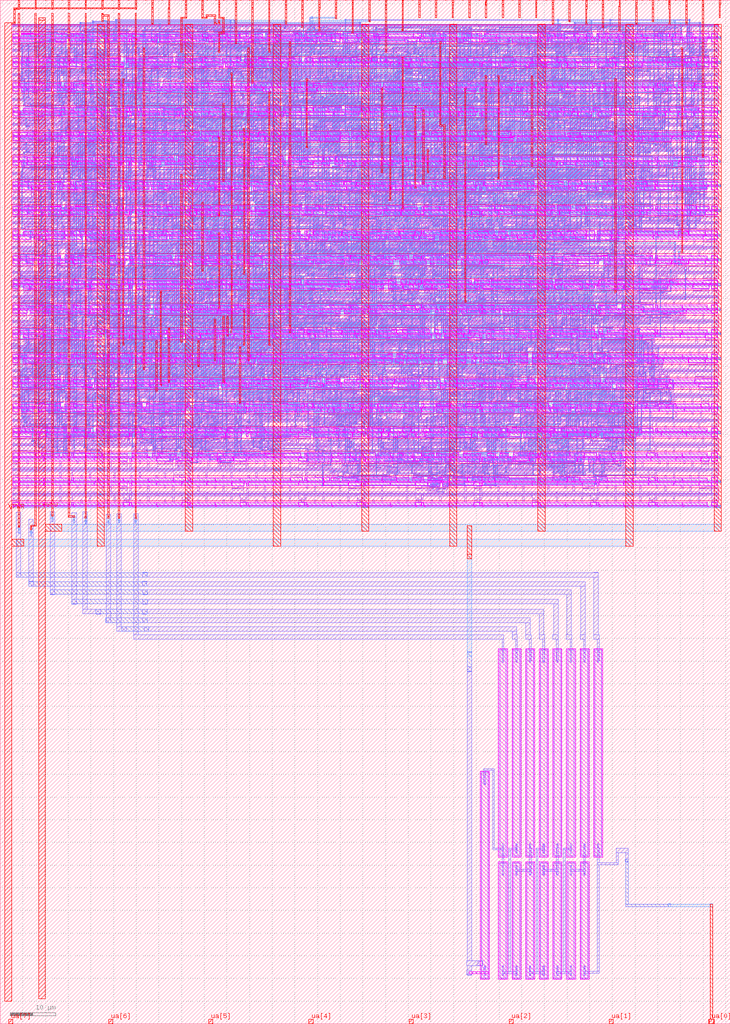
<source format=lef>
VERSION 5.7 ;
  NOWIREEXTENSIONATPIN ON ;
  DIVIDERCHAR "/" ;
  BUSBITCHARS "[]" ;
MACRO tt_um_dvxf_dj8v_dac
  CLASS BLOCK ;
  FOREIGN tt_um_dvxf_dj8v_dac ;
  ORIGIN 0.000 0.000 ;
  SIZE 161.000 BY 225.760 ;
  PIN clk
    DIRECTION INPUT ;
    USE SIGNAL ;
    ANTENNAGATEAREA 0.852000 ;
    PORT
      LAYER met4 ;
        RECT 154.870 224.760 155.170 225.760 ;
    END
  END clk
  PIN ena
    DIRECTION INPUT ;
    USE SIGNAL ;
    PORT
      LAYER met4 ;
        RECT 158.550 224.760 158.850 225.760 ;
    END
  END ena
  PIN rst_n
    DIRECTION INPUT ;
    USE SIGNAL ;
    ANTENNAGATEAREA 0.196500 ;
    PORT
      LAYER met4 ;
        RECT 151.190 224.760 151.490 225.760 ;
    END
  END rst_n
  PIN ua[0]
    DIRECTION INOUT ;
    USE SIGNAL ;
    PORT
      LAYER met4 ;
        RECT 156.410 0.000 157.310 1.000 ;
    END
  END ua[0]
  PIN ua[1]
    DIRECTION INOUT ;
    USE SIGNAL ;
    PORT
      LAYER met4 ;
        RECT 134.330 0.000 135.230 1.000 ;
    END
  END ua[1]
  PIN ua[2]
    DIRECTION INOUT ;
    USE SIGNAL ;
    PORT
      LAYER met4 ;
        RECT 112.250 0.000 113.150 1.000 ;
    END
  END ua[2]
  PIN ua[3]
    DIRECTION INOUT ;
    USE SIGNAL ;
    PORT
      LAYER met4 ;
        RECT 90.170 0.000 91.070 1.000 ;
    END
  END ua[3]
  PIN ua[4]
    DIRECTION INOUT ;
    USE SIGNAL ;
    PORT
      LAYER met4 ;
        RECT 68.090 0.000 68.990 1.000 ;
    END
  END ua[4]
  PIN ua[5]
    DIRECTION INOUT ;
    USE SIGNAL ;
    PORT
      LAYER met4 ;
        RECT 46.010 0.000 46.910 1.000 ;
    END
  END ua[5]
  PIN ua[6]
    DIRECTION INOUT ;
    USE SIGNAL ;
    PORT
      LAYER met4 ;
        RECT 23.930 0.000 24.830 1.000 ;
    END
  END ua[6]
  PIN ua[7]
    DIRECTION INOUT ;
    USE SIGNAL ;
    PORT
      LAYER met4 ;
        RECT 1.850 0.000 2.750 1.000 ;
    END
  END ua[7]
  PIN ui_in[0]
    DIRECTION INPUT ;
    USE SIGNAL ;
    ANTENNAGATEAREA 0.196500 ;
    PORT
      LAYER met4 ;
        RECT 147.510 224.760 147.810 225.760 ;
    END
  END ui_in[0]
  PIN ui_in[1]
    DIRECTION INPUT ;
    USE SIGNAL ;
    ANTENNAGATEAREA 0.196500 ;
    PORT
      LAYER met4 ;
        RECT 143.830 224.760 144.130 225.760 ;
    END
  END ui_in[1]
  PIN ui_in[2]
    DIRECTION INPUT ;
    USE SIGNAL ;
    ANTENNAGATEAREA 0.196500 ;
    PORT
      LAYER met4 ;
        RECT 140.150 224.760 140.450 225.760 ;
    END
  END ui_in[2]
  PIN ui_in[3]
    DIRECTION INPUT ;
    USE SIGNAL ;
    ANTENNAGATEAREA 0.196500 ;
    PORT
      LAYER met4 ;
        RECT 136.470 224.760 136.770 225.760 ;
    END
  END ui_in[3]
  PIN ui_in[4]
    DIRECTION INPUT ;
    USE SIGNAL ;
    ANTENNAGATEAREA 0.196500 ;
    PORT
      LAYER met4 ;
        RECT 132.790 224.760 133.090 225.760 ;
    END
  END ui_in[4]
  PIN ui_in[5]
    DIRECTION INPUT ;
    USE SIGNAL ;
    ANTENNAGATEAREA 0.196500 ;
    PORT
      LAYER met4 ;
        RECT 129.110 224.760 129.410 225.760 ;
    END
  END ui_in[5]
  PIN ui_in[6]
    DIRECTION INPUT ;
    USE SIGNAL ;
    ANTENNAGATEAREA 0.196500 ;
    PORT
      LAYER met4 ;
        RECT 125.430 224.760 125.730 225.760 ;
    END
  END ui_in[6]
  PIN ui_in[7]
    DIRECTION INPUT ;
    USE SIGNAL ;
    ANTENNAGATEAREA 0.196500 ;
    PORT
      LAYER met4 ;
        RECT 121.750 224.760 122.050 225.760 ;
    END
  END ui_in[7]
  PIN uio_in[0]
    DIRECTION INPUT ;
    USE SIGNAL ;
    PORT
      LAYER met4 ;
        RECT 118.070 224.760 118.370 225.760 ;
    END
  END uio_in[0]
  PIN uio_in[1]
    DIRECTION INPUT ;
    USE SIGNAL ;
    PORT
      LAYER met4 ;
        RECT 114.390 224.760 114.690 225.760 ;
    END
  END uio_in[1]
  PIN uio_in[2]
    DIRECTION INPUT ;
    USE SIGNAL ;
    PORT
      LAYER met4 ;
        RECT 110.710 224.760 111.010 225.760 ;
    END
  END uio_in[2]
  PIN uio_in[3]
    DIRECTION INPUT ;
    USE SIGNAL ;
    PORT
      LAYER met4 ;
        RECT 107.030 224.760 107.330 225.760 ;
    END
  END uio_in[3]
  PIN uio_in[4]
    DIRECTION INPUT ;
    USE SIGNAL ;
    PORT
      LAYER met4 ;
        RECT 103.350 224.760 103.650 225.760 ;
    END
  END uio_in[4]
  PIN uio_in[5]
    DIRECTION INPUT ;
    USE SIGNAL ;
    PORT
      LAYER met4 ;
        RECT 99.670 224.760 99.970 225.760 ;
    END
  END uio_in[5]
  PIN uio_in[6]
    DIRECTION INPUT ;
    USE SIGNAL ;
    PORT
      LAYER met4 ;
        RECT 95.990 224.760 96.290 225.760 ;
    END
  END uio_in[6]
  PIN uio_in[7]
    DIRECTION INPUT ;
    USE SIGNAL ;
    PORT
      LAYER met4 ;
        RECT 92.310 224.760 92.610 225.760 ;
    END
  END uio_in[7]
  PIN uio_oe[0]
    DIRECTION OUTPUT ;
    USE SIGNAL ;
    ANTENNAGATEAREA 662.271484 ;
    ANTENNADIFFAREA 1022.153198 ;
    PORT
      LAYER met4 ;
        RECT 29.750 224.760 30.050 225.760 ;
    END
  END uio_oe[0]
  PIN uio_oe[1]
    DIRECTION OUTPUT ;
    USE SIGNAL ;
    ANTENNAGATEAREA 662.271484 ;
    ANTENNADIFFAREA 1022.153198 ;
    PORT
      LAYER met4 ;
        RECT 26.070 224.760 26.370 225.760 ;
    END
  END uio_oe[1]
  PIN uio_oe[2]
    DIRECTION OUTPUT ;
    USE SIGNAL ;
    ANTENNAGATEAREA 662.271484 ;
    ANTENNADIFFAREA 1022.153198 ;
    PORT
      LAYER met4 ;
        RECT 22.390 224.760 22.690 225.760 ;
    END
  END uio_oe[2]
  PIN uio_oe[3]
    DIRECTION OUTPUT ;
    USE SIGNAL ;
    ANTENNAGATEAREA 662.271484 ;
    ANTENNADIFFAREA 1022.153198 ;
    PORT
      LAYER met4 ;
        RECT 18.710 224.760 19.010 225.760 ;
    END
  END uio_oe[3]
  PIN uio_oe[4]
    DIRECTION OUTPUT ;
    USE SIGNAL ;
    ANTENNAGATEAREA 662.271484 ;
    ANTENNADIFFAREA 1022.153198 ;
    PORT
      LAYER met4 ;
        RECT 15.030 224.760 15.330 225.760 ;
    END
  END uio_oe[4]
  PIN uio_oe[5]
    DIRECTION OUTPUT ;
    USE SIGNAL ;
    ANTENNAGATEAREA 662.271484 ;
    ANTENNADIFFAREA 1022.153198 ;
    PORT
      LAYER met4 ;
        RECT 11.350 224.760 11.650 225.760 ;
    END
  END uio_oe[5]
  PIN uio_oe[6]
    DIRECTION OUTPUT ;
    USE SIGNAL ;
    ANTENNAGATEAREA 662.271484 ;
    ANTENNADIFFAREA 1022.153198 ;
    PORT
      LAYER met4 ;
        RECT 7.670 224.760 7.970 225.760 ;
    END
  END uio_oe[6]
  PIN uio_oe[7]
    DIRECTION OUTPUT ;
    USE SIGNAL ;
    ANTENNAGATEAREA 662.271484 ;
    ANTENNADIFFAREA 1022.153198 ;
    PORT
      LAYER met4 ;
        RECT 3.990 224.760 4.290 225.760 ;
    END
  END uio_oe[7]
  PIN uio_out[0]
    DIRECTION OUTPUT ;
    USE SIGNAL ;
    ANTENNADIFFAREA 0.795200 ;
    PORT
      LAYER met4 ;
        RECT 59.190 224.760 59.490 225.760 ;
    END
  END uio_out[0]
  PIN uio_out[1]
    DIRECTION OUTPUT ;
    USE SIGNAL ;
    ANTENNADIFFAREA 0.795200 ;
    PORT
      LAYER met4 ;
        RECT 55.510 224.760 55.810 225.760 ;
    END
  END uio_out[1]
  PIN uio_out[2]
    DIRECTION OUTPUT ;
    USE SIGNAL ;
    ANTENNADIFFAREA 0.795200 ;
    PORT
      LAYER met4 ;
        RECT 51.830 224.760 52.130 225.760 ;
    END
  END uio_out[2]
  PIN uio_out[3]
    DIRECTION OUTPUT ;
    USE SIGNAL ;
    ANTENNADIFFAREA 0.795200 ;
    PORT
      LAYER met4 ;
        RECT 48.150 224.760 48.450 225.760 ;
    END
  END uio_out[3]
  PIN uio_out[4]
    DIRECTION OUTPUT ;
    USE SIGNAL ;
    ANTENNADIFFAREA 0.795200 ;
    PORT
      LAYER met4 ;
        RECT 44.470 224.760 44.770 225.760 ;
    END
  END uio_out[4]
  PIN uio_out[5]
    DIRECTION OUTPUT ;
    USE SIGNAL ;
    ANTENNADIFFAREA 0.795200 ;
    PORT
      LAYER met4 ;
        RECT 40.790 224.760 41.090 225.760 ;
    END
  END uio_out[5]
  PIN uio_out[6]
    DIRECTION OUTPUT ;
    USE SIGNAL ;
    ANTENNADIFFAREA 0.795200 ;
    PORT
      LAYER met4 ;
        RECT 37.110 224.760 37.410 225.760 ;
    END
  END uio_out[6]
  PIN uio_out[7]
    DIRECTION OUTPUT ;
    USE SIGNAL ;
    ANTENNADIFFAREA 0.795200 ;
    PORT
      LAYER met4 ;
        RECT 33.430 224.760 33.730 225.760 ;
    END
  END uio_out[7]
  PIN uo_out[0]
    DIRECTION OUTPUT ;
    USE SIGNAL ;
    ANTENNAGATEAREA 0.126000 ;
    ANTENNADIFFAREA 0.795200 ;
    PORT
      LAYER met4 ;
        RECT 88.630 224.760 88.930 225.760 ;
    END
  END uo_out[0]
  PIN uo_out[1]
    DIRECTION OUTPUT ;
    USE SIGNAL ;
    ANTENNAGATEAREA 0.126000 ;
    ANTENNADIFFAREA 0.795200 ;
    PORT
      LAYER met4 ;
        RECT 84.950 224.760 85.250 225.760 ;
    END
  END uo_out[1]
  PIN uo_out[2]
    DIRECTION OUTPUT ;
    USE SIGNAL ;
    ANTENNAGATEAREA 0.126000 ;
    ANTENNADIFFAREA 0.795200 ;
    PORT
      LAYER met4 ;
        RECT 81.270 224.760 81.570 225.760 ;
    END
  END uo_out[2]
  PIN uo_out[3]
    DIRECTION OUTPUT ;
    USE SIGNAL ;
    ANTENNAGATEAREA 0.126000 ;
    ANTENNADIFFAREA 0.795200 ;
    PORT
      LAYER met4 ;
        RECT 77.590 224.760 77.890 225.760 ;
    END
  END uo_out[3]
  PIN uo_out[4]
    DIRECTION OUTPUT ;
    USE SIGNAL ;
    ANTENNAGATEAREA 0.126000 ;
    ANTENNADIFFAREA 0.795200 ;
    PORT
      LAYER met4 ;
        RECT 73.910 224.760 74.210 225.760 ;
    END
  END uo_out[4]
  PIN uo_out[5]
    DIRECTION OUTPUT ;
    USE SIGNAL ;
    ANTENNAGATEAREA 0.126000 ;
    ANTENNADIFFAREA 0.795200 ;
    PORT
      LAYER met4 ;
        RECT 70.230 224.760 70.530 225.760 ;
    END
  END uo_out[5]
  PIN uo_out[6]
    DIRECTION OUTPUT ;
    USE SIGNAL ;
    ANTENNAGATEAREA 0.126000 ;
    ANTENNADIFFAREA 0.795200 ;
    PORT
      LAYER met4 ;
        RECT 66.550 224.760 66.850 225.760 ;
    END
  END uo_out[6]
  PIN uo_out[7]
    DIRECTION OUTPUT ;
    USE SIGNAL ;
    ANTENNADIFFAREA 0.445500 ;
    PORT
      LAYER met4 ;
        RECT 62.870 224.760 63.170 225.760 ;
    END
  END uo_out[7]
  PIN VPWR
    DIRECTION INOUT ;
    USE POWER ;
    PORT
      LAYER met4 ;
        RECT 1.000 5.000 2.500 220.760 ;
    END
  END VPWR
  PIN VGND
    DIRECTION INOUT ;
    USE GROUND ;
    PORT
      LAYER met4 ;
        RECT 8.440 5.520 9.940 221.280 ;
    END
  END VGND
  OBS
      LAYER nwell ;
        RECT 2.560 218.755 158.420 220.360 ;
      LAYER pwell ;
        RECT 2.755 217.555 4.125 218.365 ;
        RECT 4.685 218.355 7.285 218.465 ;
        RECT 4.685 218.235 8.700 218.355 ;
        RECT 13.345 218.235 14.265 218.455 ;
        RECT 4.685 217.555 15.625 218.235 ;
        RECT 15.645 217.640 16.075 218.425 ;
        RECT 16.095 218.235 17.440 218.465 ;
        RECT 22.445 218.235 23.375 218.455 ;
        RECT 26.095 218.235 28.305 218.465 ;
        RECT 16.095 217.555 17.925 218.235 ;
        RECT 17.935 217.555 28.305 218.235 ;
        RECT 28.525 217.640 28.955 218.425 ;
        RECT 28.975 218.235 29.905 218.465 ;
        RECT 28.975 217.555 32.875 218.235 ;
        RECT 33.115 217.555 34.485 218.335 ;
        RECT 40.455 218.235 41.385 218.465 ;
        RECT 34.505 217.555 37.245 218.235 ;
        RECT 37.485 217.555 41.385 218.235 ;
        RECT 41.405 217.640 41.835 218.425 ;
        RECT 41.855 217.555 44.595 218.235 ;
        RECT 44.615 217.555 45.985 218.335 ;
        RECT 49.195 218.235 50.125 218.465 ;
        RECT 46.225 217.555 50.125 218.235 ;
        RECT 50.135 217.555 52.875 218.235 ;
        RECT 52.895 217.555 54.265 218.365 ;
        RECT 54.285 217.640 54.715 218.425 ;
        RECT 64.705 218.235 65.635 218.465 ;
        RECT 55.205 217.555 57.945 218.235 ;
        RECT 58.875 217.555 61.615 218.235 ;
        RECT 61.635 217.555 64.375 218.235 ;
        RECT 64.705 217.555 66.540 218.235 ;
        RECT 67.165 217.640 67.595 218.425 ;
        RECT 69.690 218.235 70.825 218.465 ;
        RECT 67.615 217.555 70.825 218.235 ;
        RECT 70.835 218.235 71.755 218.465 ;
        RECT 73.620 218.235 74.965 218.465 ;
        RECT 70.835 217.555 73.125 218.235 ;
        RECT 73.135 217.555 74.965 218.235 ;
        RECT 74.975 217.555 78.645 218.365 ;
        RECT 78.655 217.555 80.025 218.365 ;
        RECT 80.045 217.640 80.475 218.425 ;
        RECT 80.495 217.555 82.325 218.365 ;
        RECT 82.335 218.265 83.265 218.465 ;
        RECT 84.600 218.265 85.545 218.465 ;
        RECT 82.335 217.785 85.545 218.265 ;
        RECT 82.475 217.585 85.545 217.785 ;
        RECT 2.895 217.345 3.065 217.555 ;
        RECT 4.275 217.505 4.445 217.535 ;
        RECT 4.270 217.395 4.445 217.505 ;
        RECT 14.850 217.395 14.970 217.505 ;
        RECT 4.275 217.345 4.445 217.395 ;
        RECT 15.315 217.345 15.485 217.555 ;
        RECT 16.695 217.345 16.865 217.535 ;
        RECT 17.615 217.365 17.785 217.555 ;
        RECT 18.075 217.365 18.245 217.555 ;
        RECT 18.350 217.345 18.520 217.535 ;
        RECT 22.225 217.390 22.385 217.500 ;
        RECT 23.410 217.345 23.580 217.535 ;
        RECT 27.275 217.345 27.445 217.535 ;
        RECT 29.115 217.345 29.285 217.535 ;
        RECT 29.390 217.365 29.560 217.555 ;
        RECT 33.255 217.365 33.425 217.555 ;
        RECT 33.900 217.345 34.070 217.535 ;
        RECT 34.630 217.395 34.750 217.505 ;
        RECT 36.935 217.365 37.105 217.555 ;
        RECT 40.800 217.365 40.970 217.555 ;
        RECT 41.995 217.365 42.165 217.555 ;
        RECT 45.215 217.345 45.385 217.535 ;
        RECT 45.675 217.505 45.845 217.555 ;
        RECT 45.670 217.395 45.845 217.505 ;
        RECT 45.675 217.365 45.845 217.395 ;
        RECT 46.410 217.345 46.580 217.535 ;
        RECT 49.540 217.365 49.710 217.555 ;
        RECT 50.275 217.365 50.445 217.555 ;
        RECT 50.550 217.345 50.720 217.535 ;
        RECT 53.035 217.365 53.205 217.555 ;
        RECT 54.870 217.395 54.990 217.505 ;
        RECT 55.150 217.345 55.320 217.535 ;
        RECT 57.635 217.365 57.805 217.555 ;
        RECT 58.105 217.400 58.265 217.510 ;
        RECT 59.015 217.345 59.185 217.555 ;
        RECT 60.670 217.345 60.840 217.535 ;
        RECT 61.775 217.365 61.945 217.555 ;
        RECT 66.375 217.535 66.540 217.555 ;
        RECT 66.375 217.365 66.545 217.535 ;
        RECT 66.835 217.505 67.005 217.535 ;
        RECT 66.830 217.395 67.005 217.505 ;
        RECT 67.290 217.395 67.410 217.505 ;
        RECT 66.835 217.345 67.005 217.395 ;
        RECT 67.755 217.345 67.925 217.555 ;
        RECT 70.050 217.395 70.170 217.505 ;
        RECT 70.515 217.345 70.685 217.535 ;
        RECT 72.815 217.365 72.985 217.555 ;
        RECT 73.275 217.345 73.445 217.555 ;
        RECT 75.115 217.505 75.285 217.555 ;
        RECT 75.110 217.395 75.285 217.505 ;
        RECT 75.115 217.365 75.285 217.395 ;
        RECT 75.580 217.345 75.750 217.535 ;
        RECT 78.795 217.365 78.965 217.555 ;
        RECT 79.265 217.390 79.425 217.500 ;
        RECT 80.635 217.365 80.805 217.555 ;
        RECT 82.475 217.365 82.645 217.585 ;
        RECT 84.600 217.555 85.545 217.585 ;
        RECT 85.555 217.555 91.065 218.365 ;
        RECT 91.075 217.555 92.905 218.365 ;
        RECT 92.925 217.640 93.355 218.425 ;
        RECT 93.385 217.555 97.045 218.465 ;
        RECT 97.055 217.555 100.725 218.365 ;
        RECT 101.755 217.555 103.945 218.465 ;
        RECT 103.955 217.555 105.785 218.365 ;
        RECT 105.805 217.640 106.235 218.425 ;
        RECT 106.715 218.235 107.645 218.465 ;
        RECT 106.715 217.555 109.465 218.235 ;
        RECT 109.475 217.555 114.985 218.365 ;
        RECT 114.995 217.555 118.665 218.365 ;
        RECT 118.685 217.640 119.115 218.425 ;
        RECT 119.135 217.555 122.345 218.465 ;
        RECT 122.355 217.555 123.725 218.335 ;
        RECT 123.735 217.555 126.485 218.365 ;
        RECT 126.495 218.235 127.425 218.465 ;
        RECT 126.495 217.555 129.245 218.235 ;
        RECT 129.255 217.555 130.625 218.335 ;
        RECT 131.565 217.640 131.995 218.425 ;
        RECT 132.015 217.555 133.385 218.335 ;
        RECT 133.395 218.235 134.325 218.465 ;
        RECT 133.395 217.555 136.145 218.235 ;
        RECT 136.155 217.555 137.525 218.335 ;
        RECT 137.535 217.555 138.905 218.335 ;
        RECT 138.915 217.555 140.285 218.365 ;
        RECT 140.295 217.555 141.665 218.335 ;
        RECT 141.675 217.555 144.425 218.365 ;
        RECT 144.445 217.640 144.875 218.425 ;
        RECT 144.895 217.555 147.505 218.465 ;
        RECT 147.655 217.555 149.025 218.335 ;
        RECT 149.035 217.555 150.405 218.335 ;
        RECT 151.335 217.555 152.705 218.335 ;
        RECT 152.715 217.555 156.385 218.365 ;
        RECT 156.855 217.555 158.225 218.365 ;
        RECT 83.395 217.345 83.565 217.535 ;
        RECT 83.855 217.345 84.025 217.535 ;
        RECT 85.695 217.365 85.865 217.555 ;
        RECT 89.375 217.345 89.545 217.535 ;
        RECT 91.215 217.365 91.385 217.555 ;
        RECT 92.130 217.395 92.250 217.505 ;
        RECT 92.595 217.345 92.765 217.535 ;
        RECT 93.510 217.365 93.680 217.555 ;
        RECT 97.195 217.345 97.365 217.555 ;
        RECT 97.655 217.345 97.825 217.535 ;
        RECT 100.410 217.395 100.530 217.505 ;
        RECT 100.885 217.400 101.045 217.510 ;
        RECT 101.790 217.345 101.960 217.535 ;
        RECT 102.255 217.345 102.425 217.535 ;
        RECT 103.630 217.365 103.800 217.555 ;
        RECT 104.095 217.365 104.265 217.555 ;
        RECT 106.390 217.395 106.510 217.505 ;
        RECT 109.155 217.345 109.325 217.555 ;
        RECT 109.615 217.345 109.785 217.555 ;
        RECT 112.370 217.395 112.490 217.505 ;
        RECT 115.135 217.365 115.305 217.555 ;
        RECT 119.280 217.535 119.450 217.555 ;
        RECT 116.050 217.345 116.220 217.535 ;
        RECT 2.755 216.535 4.125 217.345 ;
        RECT 4.135 216.665 14.505 217.345 ;
        RECT 8.645 216.445 9.575 216.665 ;
        RECT 12.295 216.435 14.505 216.665 ;
        RECT 15.175 216.565 16.545 217.345 ;
        RECT 16.555 216.565 17.925 217.345 ;
        RECT 17.935 216.665 21.835 217.345 ;
        RECT 22.995 216.665 26.895 217.345 ;
        RECT 17.935 216.435 18.865 216.665 ;
        RECT 22.995 216.435 23.925 216.665 ;
        RECT 27.135 216.565 28.505 217.345 ;
        RECT 28.525 216.475 28.955 217.260 ;
        RECT 28.975 216.565 30.345 217.345 ;
        RECT 30.585 216.665 34.485 217.345 ;
        RECT 33.555 216.435 34.485 216.665 ;
        RECT 35.155 216.665 45.525 217.345 ;
        RECT 45.995 216.665 49.895 217.345 ;
        RECT 50.135 216.665 54.035 217.345 ;
        RECT 35.155 216.435 37.365 216.665 ;
        RECT 40.085 216.445 41.015 216.665 ;
        RECT 45.995 216.435 46.925 216.665 ;
        RECT 50.135 216.435 51.065 216.665 ;
        RECT 54.285 216.475 54.715 217.260 ;
        RECT 54.735 216.665 58.635 217.345 ;
        RECT 54.735 216.435 55.665 216.665 ;
        RECT 58.875 216.535 60.245 217.345 ;
        RECT 60.255 216.665 64.155 217.345 ;
        RECT 64.405 216.665 67.145 217.345 ;
        RECT 67.615 216.665 69.905 217.345 ;
        RECT 70.375 216.665 73.115 217.345 ;
        RECT 60.255 216.435 61.185 216.665 ;
        RECT 68.985 216.435 69.905 216.665 ;
        RECT 73.135 216.535 74.965 217.345 ;
        RECT 75.435 216.435 79.090 217.345 ;
        RECT 80.045 216.475 80.475 217.260 ;
        RECT 80.495 216.665 83.705 217.345 ;
        RECT 80.495 216.435 81.630 216.665 ;
        RECT 83.715 216.535 89.225 217.345 ;
        RECT 89.235 216.535 91.985 217.345 ;
        RECT 92.455 216.435 95.205 217.345 ;
        RECT 95.215 216.665 97.505 217.345 ;
        RECT 95.215 216.435 96.135 216.665 ;
        RECT 97.515 216.535 100.265 217.345 ;
        RECT 100.755 216.435 102.105 217.345 ;
        RECT 102.115 216.535 105.785 217.345 ;
        RECT 105.805 216.475 106.235 217.260 ;
        RECT 106.255 216.665 109.465 217.345 ;
        RECT 106.255 216.435 107.390 216.665 ;
        RECT 109.475 216.535 112.225 217.345 ;
        RECT 112.890 216.435 116.365 217.345 ;
        RECT 116.520 217.315 116.690 217.535 ;
        RECT 119.275 217.365 119.450 217.535 ;
        RECT 121.110 217.395 121.230 217.505 ;
        RECT 119.275 217.345 119.445 217.365 ;
        RECT 121.580 217.345 121.750 217.535 ;
        RECT 123.415 217.365 123.585 217.555 ;
        RECT 123.875 217.365 124.045 217.555 ;
        RECT 124.795 217.345 124.965 217.535 ;
        RECT 127.555 217.345 127.725 217.535 ;
        RECT 128.935 217.365 129.105 217.555 ;
        RECT 129.395 217.345 129.565 217.535 ;
        RECT 130.315 217.365 130.485 217.555 ;
        RECT 130.785 217.400 130.945 217.510 ;
        RECT 131.230 217.395 131.350 217.505 ;
        RECT 132.150 217.395 132.270 217.505 ;
        RECT 132.610 217.345 132.780 217.535 ;
        RECT 133.075 217.365 133.245 217.555 ;
        RECT 133.995 217.345 134.165 217.535 ;
        RECT 135.835 217.365 136.005 217.555 ;
        RECT 137.215 217.365 137.385 217.555 ;
        RECT 138.595 217.365 138.765 217.555 ;
        RECT 139.055 217.365 139.225 217.555 ;
        RECT 139.970 217.345 140.140 217.535 ;
        RECT 140.435 217.365 140.605 217.555 ;
        RECT 141.815 217.365 141.985 217.555 ;
        RECT 118.180 217.315 119.125 217.345 ;
        RECT 116.375 216.635 119.125 217.315 ;
        RECT 118.180 216.435 119.125 216.635 ;
        RECT 119.135 216.535 120.965 217.345 ;
        RECT 121.435 216.435 124.355 217.345 ;
        RECT 124.665 216.435 127.395 217.345 ;
        RECT 127.430 216.435 129.245 217.345 ;
        RECT 129.255 216.535 131.085 217.345 ;
        RECT 131.565 216.475 131.995 217.260 ;
        RECT 132.495 216.435 133.845 217.345 ;
        RECT 133.855 216.535 136.605 217.345 ;
        RECT 136.630 216.435 140.285 217.345 ;
        RECT 140.295 217.315 141.250 217.345 ;
        RECT 142.280 217.315 142.450 217.535 ;
        RECT 142.735 217.345 142.905 217.535 ;
        RECT 145.040 217.365 145.210 217.555 ;
        RECT 148.255 217.345 148.425 217.535 ;
        RECT 148.715 217.365 148.885 217.555 ;
        RECT 150.095 217.505 150.265 217.555 ;
        RECT 150.090 217.395 150.265 217.505 ;
        RECT 150.095 217.365 150.265 217.395 ;
        RECT 150.555 217.345 150.725 217.535 ;
        RECT 152.395 217.365 152.565 217.555 ;
        RECT 152.855 217.365 153.025 217.555 ;
        RECT 153.315 217.345 153.485 217.535 ;
        RECT 156.085 217.390 156.245 217.500 ;
        RECT 156.530 217.395 156.650 217.505 ;
        RECT 157.915 217.345 158.085 217.555 ;
        RECT 140.295 216.635 142.575 217.315 ;
        RECT 140.295 216.435 141.250 216.635 ;
        RECT 142.595 216.535 148.105 217.345 ;
        RECT 148.115 216.535 149.945 217.345 ;
        RECT 150.415 216.435 153.165 217.345 ;
        RECT 153.175 216.665 155.915 217.345 ;
        RECT 156.855 216.535 158.225 217.345 ;
      LAYER nwell ;
        RECT 2.560 213.315 158.420 216.145 ;
      LAYER pwell ;
        RECT 2.755 212.115 4.125 212.925 ;
        RECT 4.595 212.115 5.965 212.895 ;
        RECT 5.975 212.795 6.905 213.025 ;
        RECT 10.115 212.795 11.045 213.025 ;
        RECT 5.975 212.115 9.875 212.795 ;
        RECT 10.115 212.115 14.015 212.795 ;
        RECT 14.255 212.115 15.625 212.895 ;
        RECT 15.645 212.200 16.075 212.985 ;
        RECT 20.605 212.795 21.535 213.015 ;
        RECT 24.255 212.795 26.465 213.025 ;
        RECT 16.095 212.115 26.465 212.795 ;
        RECT 27.795 212.795 30.005 213.025 ;
        RECT 32.725 212.795 33.655 213.015 ;
        RECT 27.795 212.115 38.165 212.795 ;
        RECT 38.645 212.115 41.385 212.795 ;
        RECT 41.405 212.200 41.835 212.985 ;
        RECT 44.615 212.795 45.545 213.025 ;
        RECT 51.955 212.795 52.885 213.025 ;
        RECT 56.945 212.915 57.865 213.025 ;
        RECT 56.945 212.795 59.280 212.915 ;
        RECT 63.945 212.795 64.865 213.015 ;
        RECT 41.865 212.115 44.605 212.795 ;
        RECT 44.615 212.115 48.515 212.795 ;
        RECT 48.985 212.115 52.885 212.795 ;
        RECT 53.825 212.115 56.565 212.795 ;
        RECT 56.945 212.115 66.225 212.795 ;
        RECT 67.165 212.200 67.595 212.985 ;
        RECT 67.625 212.115 68.975 213.025 ;
        RECT 68.995 212.115 70.365 212.925 ;
        RECT 70.375 212.115 74.045 213.025 ;
        RECT 74.055 212.115 75.405 213.025 ;
        RECT 75.435 212.115 77.265 212.925 ;
        RECT 77.275 212.115 78.625 213.025 ;
        RECT 80.730 212.795 81.865 213.025 ;
        RECT 78.655 212.115 81.865 212.795 ;
        RECT 81.895 212.115 83.245 213.025 ;
        RECT 83.715 212.115 85.065 213.025 ;
        RECT 85.095 212.115 88.015 213.025 ;
        RECT 88.315 212.795 89.235 213.025 ;
        RECT 88.315 212.115 90.605 212.795 ;
        RECT 90.615 212.115 92.445 212.925 ;
        RECT 92.925 212.200 93.355 212.985 ;
        RECT 93.375 212.115 98.885 212.925 ;
        RECT 99.895 212.115 102.895 213.025 ;
        RECT 103.035 212.115 104.405 212.925 ;
        RECT 104.415 212.115 107.890 213.025 ;
        RECT 108.095 212.115 110.845 212.925 ;
        RECT 110.855 212.115 113.260 213.025 ;
        RECT 113.615 212.115 117.285 212.925 ;
        RECT 117.295 212.115 118.665 212.925 ;
        RECT 118.685 212.200 119.115 212.985 ;
        RECT 119.135 212.115 122.805 212.925 ;
        RECT 122.815 212.115 124.645 213.025 ;
        RECT 124.655 212.115 130.165 212.925 ;
        RECT 130.175 212.115 133.845 212.925 ;
        RECT 134.315 212.795 135.685 213.025 ;
        RECT 134.315 212.115 138.445 212.795 ;
        RECT 138.455 212.115 143.965 212.925 ;
        RECT 144.445 212.200 144.875 212.985 ;
        RECT 144.895 212.115 147.680 213.025 ;
        RECT 148.115 212.115 150.855 212.795 ;
        RECT 150.875 212.115 152.245 212.925 ;
        RECT 152.335 212.115 154.545 213.025 ;
        RECT 155.015 212.115 156.365 213.025 ;
        RECT 156.855 212.115 158.225 212.925 ;
        RECT 2.895 211.905 3.065 212.115 ;
        RECT 4.270 211.955 4.390 212.065 ;
        RECT 4.735 211.905 4.905 212.115 ;
        RECT 6.390 211.925 6.560 212.115 ;
        RECT 10.530 211.925 10.700 212.115 ;
        RECT 15.315 211.905 15.485 212.115 ;
        RECT 16.235 211.925 16.405 212.115 ;
        RECT 18.075 211.905 18.245 212.095 ;
        RECT 26.825 211.960 26.985 212.070 ;
        RECT 27.745 211.950 27.905 212.060 ;
        RECT 29.110 211.955 29.230 212.065 ;
        RECT 29.575 211.905 29.745 212.095 ;
        RECT 37.855 211.925 38.025 212.115 ;
        RECT 38.310 211.955 38.430 212.065 ;
        RECT 40.155 211.905 40.325 212.095 ;
        RECT 41.075 211.925 41.245 212.115 ;
        RECT 44.295 211.925 44.465 212.115 ;
        RECT 45.030 211.925 45.200 212.115 ;
        RECT 49.350 211.955 49.470 212.065 ;
        RECT 51.195 211.905 51.365 212.095 ;
        RECT 52.300 211.925 52.470 212.115 ;
        RECT 53.045 211.960 53.205 212.070 ;
        RECT 53.955 211.905 54.125 212.095 ;
        RECT 55.150 211.905 55.320 212.095 ;
        RECT 56.255 211.925 56.425 212.115 ;
        RECT 59.010 211.955 59.130 212.065 ;
        RECT 61.775 211.905 61.945 212.095 ;
        RECT 62.235 211.905 62.405 212.095 ;
        RECT 63.615 211.905 63.785 212.095 ;
        RECT 65.915 211.925 66.085 212.115 ;
        RECT 66.385 211.960 66.545 212.070 ;
        RECT 67.755 211.925 67.925 212.115 ;
        RECT 69.135 211.905 69.305 212.115 ;
        RECT 70.520 211.925 70.690 212.115 ;
        RECT 74.655 211.905 74.825 212.095 ;
        RECT 75.120 211.925 75.290 212.115 ;
        RECT 75.575 211.925 75.745 212.115 ;
        RECT 78.340 211.925 78.510 212.115 ;
        RECT 78.795 211.925 78.965 212.115 ;
        RECT 80.635 211.905 80.805 212.095 ;
        RECT 82.930 211.925 83.100 212.115 ;
        RECT 83.390 211.955 83.510 212.065 ;
        RECT 84.780 211.925 84.950 212.115 ;
        RECT 85.240 211.925 85.410 212.115 ;
        RECT 86.155 211.905 86.325 212.095 ;
        RECT 2.755 211.095 4.125 211.905 ;
        RECT 4.595 211.225 14.965 211.905 ;
        RECT 9.105 211.005 10.035 211.225 ;
        RECT 12.755 210.995 14.965 211.225 ;
        RECT 15.175 211.095 17.925 211.905 ;
        RECT 17.935 211.225 27.215 211.905 ;
        RECT 19.295 211.005 20.215 211.225 ;
        RECT 24.880 211.105 27.215 211.225 ;
        RECT 26.295 210.995 27.215 211.105 ;
        RECT 28.525 211.035 28.955 211.820 ;
        RECT 29.435 211.225 39.805 211.905 ;
        RECT 40.015 211.225 49.205 211.905 ;
        RECT 33.945 211.005 34.875 211.225 ;
        RECT 37.595 210.995 39.805 211.225 ;
        RECT 44.525 211.005 45.455 211.225 ;
        RECT 48.285 210.995 49.205 211.225 ;
        RECT 49.675 211.225 51.505 211.905 ;
        RECT 51.525 211.225 54.265 211.905 ;
        RECT 49.675 210.995 51.020 211.225 ;
        RECT 54.285 211.035 54.715 211.820 ;
        RECT 54.735 211.225 58.635 211.905 ;
        RECT 59.345 211.225 62.085 211.905 ;
        RECT 54.735 210.995 55.665 211.225 ;
        RECT 62.105 210.995 63.455 211.905 ;
        RECT 63.475 211.095 68.985 211.905 ;
        RECT 68.995 211.095 74.505 211.905 ;
        RECT 74.515 211.095 80.025 211.905 ;
        RECT 80.045 211.035 80.475 211.820 ;
        RECT 80.495 211.095 86.005 211.905 ;
        RECT 86.015 211.095 87.845 211.905 ;
        RECT 87.990 211.875 88.160 212.095 ;
        RECT 90.295 211.925 90.465 212.115 ;
        RECT 90.755 211.925 90.925 212.115 ;
        RECT 92.595 212.065 92.765 212.095 ;
        RECT 92.590 211.955 92.765 212.065 ;
        RECT 92.595 211.905 92.765 211.955 ;
        RECT 93.515 211.925 93.685 212.115 ;
        RECT 96.270 211.905 96.440 212.095 ;
        RECT 96.735 211.905 96.905 212.095 ;
        RECT 99.045 211.960 99.205 212.070 ;
        RECT 99.955 211.925 100.125 212.115 ;
        RECT 100.875 211.905 101.045 212.095 ;
        RECT 103.175 211.925 103.345 212.115 ;
        RECT 104.560 212.095 104.730 212.115 ;
        RECT 104.555 211.925 104.730 212.095 ;
        RECT 104.555 211.905 104.725 211.925 ;
        RECT 106.395 211.905 106.565 212.095 ;
        RECT 108.235 211.925 108.405 212.115 ;
        RECT 110.995 211.925 111.165 212.115 ;
        RECT 112.830 211.905 113.000 212.095 ;
        RECT 113.295 211.905 113.465 212.095 ;
        RECT 113.755 211.925 113.925 212.115 ;
        RECT 89.190 211.875 90.145 211.905 ;
        RECT 87.865 211.195 90.145 211.875 ;
        RECT 89.190 210.995 90.145 211.195 ;
        RECT 90.155 210.995 92.905 211.905 ;
        RECT 93.110 210.995 96.585 211.905 ;
        RECT 96.595 210.995 100.655 211.905 ;
        RECT 100.735 211.095 104.405 211.905 ;
        RECT 104.415 211.095 105.785 211.905 ;
        RECT 105.805 211.035 106.235 211.820 ;
        RECT 106.255 211.095 109.925 211.905 ;
        RECT 110.225 210.995 113.145 211.905 ;
        RECT 113.155 211.225 116.825 211.905 ;
        RECT 116.980 211.875 117.150 212.095 ;
        RECT 117.435 211.925 117.605 212.115 ;
        RECT 119.275 211.925 119.445 212.115 ;
        RECT 120.655 211.905 120.825 212.095 ;
        RECT 122.960 211.925 123.130 212.115 ;
        RECT 124.795 212.095 124.965 212.115 ;
        RECT 123.410 211.955 123.530 212.065 ;
        RECT 124.795 211.925 124.970 212.095 ;
        RECT 124.800 211.905 124.970 211.925 ;
        RECT 127.090 211.905 127.260 212.095 ;
        RECT 127.555 211.905 127.725 212.095 ;
        RECT 130.315 211.925 130.485 212.115 ;
        RECT 131.230 211.955 131.350 212.065 ;
        RECT 133.990 211.955 134.110 212.065 ;
        RECT 134.445 211.925 134.615 212.115 ;
        RECT 135.380 211.905 135.550 212.095 ;
        RECT 135.835 211.905 136.005 212.095 ;
        RECT 138.595 211.905 138.765 212.115 ;
        RECT 141.815 211.905 141.985 212.095 ;
        RECT 144.110 211.955 144.230 212.065 ;
        RECT 145.045 211.925 145.215 212.115 ;
        RECT 147.335 211.905 147.505 212.095 ;
        RECT 148.255 211.925 148.425 212.115 ;
        RECT 151.015 212.065 151.185 212.115 ;
        RECT 151.010 211.955 151.185 212.065 ;
        RECT 151.015 211.925 151.185 211.955 ;
        RECT 151.480 211.905 151.650 212.095 ;
        RECT 153.775 211.905 153.945 212.095 ;
        RECT 154.230 211.925 154.400 212.115 ;
        RECT 154.690 211.955 154.810 212.065 ;
        RECT 156.080 211.925 156.250 212.115 ;
        RECT 156.530 211.955 156.650 212.065 ;
        RECT 157.915 211.905 158.085 212.115 ;
        RECT 119.555 211.875 120.505 211.905 ;
        RECT 115.895 210.995 116.825 211.225 ;
        RECT 116.835 211.195 120.505 211.875 ;
        RECT 119.555 210.995 120.505 211.195 ;
        RECT 120.525 210.995 123.255 211.905 ;
        RECT 123.735 210.995 125.085 211.905 ;
        RECT 125.195 210.995 127.405 211.905 ;
        RECT 127.415 211.095 131.085 211.905 ;
        RECT 131.565 211.035 131.995 211.820 ;
        RECT 132.015 210.995 135.675 211.905 ;
        RECT 135.695 211.095 138.445 211.905 ;
        RECT 138.535 210.995 141.535 211.905 ;
        RECT 141.675 211.095 147.185 211.905 ;
        RECT 147.195 211.095 150.865 211.905 ;
        RECT 151.335 210.995 153.525 211.905 ;
        RECT 153.635 211.095 156.385 211.905 ;
        RECT 156.855 211.095 158.225 211.905 ;
      LAYER nwell ;
        RECT 2.560 207.875 158.420 210.705 ;
      LAYER pwell ;
        RECT 2.755 206.675 4.125 207.485 ;
        RECT 8.645 207.355 9.575 207.575 ;
        RECT 12.405 207.355 13.325 207.585 ;
        RECT 4.135 206.675 13.325 207.355 ;
        RECT 14.255 206.675 15.625 207.455 ;
        RECT 15.645 206.760 16.075 207.545 ;
        RECT 17.465 207.355 18.385 207.585 ;
        RECT 16.095 206.675 18.385 207.355 ;
        RECT 18.395 207.355 19.325 207.585 ;
        RECT 25.735 207.355 26.665 207.585 ;
        RECT 29.875 207.355 30.805 207.585 ;
        RECT 18.395 206.675 22.295 207.355 ;
        RECT 22.765 206.675 26.665 207.355 ;
        RECT 26.905 206.675 30.805 207.355 ;
        RECT 31.275 207.355 32.205 207.585 ;
        RECT 31.275 206.675 35.175 207.355 ;
        RECT 35.885 206.675 38.625 207.355 ;
        RECT 38.645 206.675 41.385 207.355 ;
        RECT 41.405 206.760 41.835 207.545 ;
        RECT 45.055 207.355 45.985 207.585 ;
        RECT 42.085 206.675 45.985 207.355 ;
        RECT 45.995 206.675 48.735 207.355 ;
        RECT 48.755 206.675 51.495 207.355 ;
        RECT 51.985 206.675 54.725 207.355 ;
        RECT 54.735 206.675 56.105 207.485 ;
        RECT 56.115 206.675 59.785 207.585 ;
        RECT 59.795 206.675 61.165 207.485 ;
        RECT 61.185 206.675 63.915 207.585 ;
        RECT 64.875 206.675 66.225 207.585 ;
        RECT 67.165 206.760 67.595 207.545 ;
        RECT 67.615 206.675 68.985 207.485 ;
        RECT 69.030 207.355 70.405 207.585 ;
        RECT 72.175 207.355 73.125 207.585 ;
        RECT 69.030 206.905 73.125 207.355 ;
        RECT 2.895 206.465 3.065 206.675 ;
        RECT 4.275 206.625 4.445 206.675 ;
        RECT 4.270 206.515 4.445 206.625 ;
        RECT 4.275 206.485 4.445 206.515 ;
        RECT 4.735 206.465 4.905 206.655 ;
        RECT 7.035 206.465 7.205 206.655 ;
        RECT 7.770 206.465 7.940 206.655 ;
        RECT 13.485 206.520 13.645 206.630 ;
        RECT 14.395 206.485 14.565 206.675 ;
        RECT 15.040 206.465 15.210 206.655 ;
        RECT 16.050 206.465 16.220 206.655 ;
        RECT 16.235 206.485 16.405 206.675 ;
        RECT 18.810 206.485 18.980 206.675 ;
        RECT 20.190 206.465 20.360 206.655 ;
        RECT 24.330 206.465 24.500 206.655 ;
        RECT 26.080 206.485 26.250 206.675 ;
        RECT 28.190 206.515 28.310 206.625 ;
        RECT 29.120 206.465 29.290 206.655 ;
        RECT 30.220 206.485 30.390 206.675 ;
        RECT 30.495 206.465 30.665 206.655 ;
        RECT 30.950 206.515 31.070 206.625 ;
        RECT 31.690 206.485 31.860 206.675 ;
        RECT 35.550 206.515 35.670 206.625 ;
        RECT 38.315 206.485 38.485 206.675 ;
        RECT 41.075 206.485 41.245 206.675 ;
        RECT 41.995 206.465 42.165 206.655 ;
        RECT 42.730 206.465 42.900 206.655 ;
        RECT 45.400 206.485 45.570 206.675 ;
        RECT 46.135 206.485 46.305 206.675 ;
        RECT 48.895 206.485 49.065 206.675 ;
        RECT 50.000 206.465 50.170 206.655 ;
        RECT 51.650 206.515 51.770 206.625 ;
        RECT 53.955 206.465 54.125 206.655 ;
        RECT 54.415 206.485 54.585 206.675 ;
        RECT 54.875 206.485 55.045 206.675 ;
        RECT 56.260 206.485 56.430 206.675 ;
        RECT 2.755 205.655 4.125 206.465 ;
        RECT 4.595 205.685 5.965 206.465 ;
        RECT 5.975 205.685 7.345 206.465 ;
        RECT 7.355 205.785 11.255 206.465 ;
        RECT 11.725 205.785 15.625 206.465 ;
        RECT 7.355 205.555 8.285 205.785 ;
        RECT 14.695 205.555 15.625 205.785 ;
        RECT 15.635 205.785 19.535 206.465 ;
        RECT 19.775 205.785 23.675 206.465 ;
        RECT 23.915 205.785 27.815 206.465 ;
        RECT 15.635 205.555 16.565 205.785 ;
        RECT 19.775 205.555 20.705 205.785 ;
        RECT 23.915 205.555 24.845 205.785 ;
        RECT 28.525 205.595 28.955 206.380 ;
        RECT 28.975 205.555 30.325 206.465 ;
        RECT 30.355 205.785 33.095 206.465 ;
        RECT 33.115 205.785 42.305 206.465 ;
        RECT 42.315 205.785 46.215 206.465 ;
        RECT 46.685 205.785 50.585 206.465 ;
        RECT 33.115 205.555 34.035 205.785 ;
        RECT 36.865 205.565 37.795 205.785 ;
        RECT 42.315 205.555 43.245 205.785 ;
        RECT 49.655 205.555 50.585 205.785 ;
        RECT 50.690 205.785 54.155 206.465 ;
        RECT 54.740 206.435 56.140 206.465 ;
        RECT 57.630 206.435 57.800 206.655 ;
        RECT 58.100 206.465 58.270 206.655 ;
        RECT 59.475 206.465 59.645 206.655 ;
        RECT 59.935 206.485 60.105 206.675 ;
        RECT 61.315 206.485 61.485 206.675 ;
        RECT 64.085 206.520 64.245 206.630 ;
        RECT 64.995 206.465 65.165 206.655 ;
        RECT 65.910 206.485 66.080 206.675 ;
        RECT 67.755 206.655 67.925 206.675 ;
        RECT 66.385 206.520 66.545 206.630 ;
        RECT 67.755 206.485 67.930 206.655 ;
        RECT 69.135 206.485 69.305 206.905 ;
        RECT 70.415 206.675 73.125 206.905 ;
        RECT 73.135 206.675 76.055 207.585 ;
        RECT 76.355 206.675 79.275 207.585 ;
        RECT 79.575 206.675 80.945 207.485 ;
        RECT 80.955 206.675 83.875 207.585 ;
        RECT 84.635 206.675 88.305 207.585 ;
        RECT 88.315 206.675 91.985 207.485 ;
        RECT 92.925 206.760 93.355 207.545 ;
        RECT 95.205 207.355 96.125 207.585 ;
        RECT 93.835 206.675 96.125 207.355 ;
        RECT 96.155 206.675 97.505 207.585 ;
        RECT 97.515 206.675 100.265 207.485 ;
        RECT 100.275 206.675 103.195 207.585 ;
        RECT 103.495 206.675 107.165 207.585 ;
        RECT 107.175 206.675 110.095 207.585 ;
        RECT 110.395 206.675 113.315 207.585 ;
        RECT 114.075 206.675 117.745 207.585 ;
        RECT 118.685 206.760 119.115 207.545 ;
        RECT 119.135 206.675 120.485 207.585 ;
        RECT 120.515 206.675 121.885 207.485 ;
        RECT 121.895 206.675 125.105 207.585 ;
        RECT 125.115 206.675 130.625 207.485 ;
        RECT 132.440 207.385 133.385 207.585 ;
        RECT 130.635 206.705 133.385 207.385 ;
        RECT 67.760 206.465 67.930 206.485 ;
        RECT 70.055 206.465 70.225 206.655 ;
        RECT 73.280 206.485 73.450 206.675 ;
        RECT 75.575 206.465 75.745 206.655 ;
        RECT 76.500 206.485 76.670 206.675 ;
        RECT 79.265 206.510 79.425 206.620 ;
        RECT 79.715 206.485 79.885 206.675 ;
        RECT 80.635 206.465 80.805 206.655 ;
        RECT 81.100 206.485 81.270 206.675 ;
        RECT 87.995 206.655 88.165 206.675 ;
        RECT 84.310 206.515 84.430 206.625 ;
        RECT 87.990 206.485 88.165 206.655 ;
        RECT 88.455 206.625 88.625 206.675 ;
        RECT 88.450 206.515 88.625 206.625 ;
        RECT 88.455 206.485 88.625 206.515 ;
        RECT 87.990 206.465 88.160 206.485 ;
        RECT 88.920 206.465 89.090 206.655 ;
        RECT 92.135 206.465 92.305 206.655 ;
        RECT 93.510 206.515 93.630 206.625 ;
        RECT 93.975 206.485 94.145 206.675 ;
        RECT 94.890 206.515 95.010 206.625 ;
        RECT 96.270 206.485 96.440 206.675 ;
        RECT 97.655 206.485 97.825 206.675 ;
        RECT 98.570 206.465 98.740 206.655 ;
        RECT 99.030 206.485 99.200 206.655 ;
        RECT 100.420 206.485 100.590 206.675 ;
        RECT 99.065 206.465 99.200 206.485 ;
        RECT 50.690 205.555 51.610 205.785 ;
        RECT 54.285 205.595 54.715 206.380 ;
        RECT 54.740 205.755 57.945 206.435 ;
        RECT 54.740 205.555 56.140 205.755 ;
        RECT 57.955 205.555 59.305 206.465 ;
        RECT 59.335 205.655 64.845 206.465 ;
        RECT 64.855 205.655 67.605 206.465 ;
        RECT 67.615 205.555 69.805 206.465 ;
        RECT 69.915 205.655 75.425 206.465 ;
        RECT 75.435 205.655 79.105 206.465 ;
        RECT 80.045 205.595 80.475 206.380 ;
        RECT 80.495 205.655 84.165 206.465 ;
        RECT 84.830 205.555 88.305 206.465 ;
        RECT 88.775 205.555 91.695 206.465 ;
        RECT 91.995 205.655 94.745 206.465 ;
        RECT 95.410 205.555 98.885 206.465 ;
        RECT 99.065 205.555 102.565 206.465 ;
        RECT 102.710 206.435 102.880 206.655 ;
        RECT 105.025 206.510 105.185 206.620 ;
        RECT 106.395 206.465 106.565 206.655 ;
        RECT 106.855 206.485 107.025 206.675 ;
        RECT 107.320 206.485 107.490 206.675 ;
        RECT 108.240 206.465 108.410 206.655 ;
        RECT 110.540 206.485 110.710 206.675 ;
        RECT 112.370 206.465 112.540 206.655 ;
        RECT 112.835 206.485 113.005 206.655 ;
        RECT 113.750 206.515 113.870 206.625 ;
        RECT 114.220 206.485 114.390 206.675 ;
        RECT 112.855 206.465 113.005 206.485 ;
        RECT 115.135 206.465 115.305 206.655 ;
        RECT 117.905 206.520 118.065 206.630 ;
        RECT 120.200 206.485 120.370 206.675 ;
        RECT 120.655 206.465 120.825 206.675 ;
        RECT 122.035 206.485 122.205 206.675 ;
        RECT 123.410 206.515 123.530 206.625 ;
        RECT 123.880 206.465 124.050 206.655 ;
        RECT 125.255 206.485 125.425 206.675 ;
        RECT 127.095 206.465 127.265 206.655 ;
        RECT 130.780 206.485 130.950 206.705 ;
        RECT 132.440 206.675 133.385 206.705 ;
        RECT 133.405 206.675 136.135 207.585 ;
        RECT 136.155 206.675 141.665 207.485 ;
        RECT 141.675 206.675 144.425 207.485 ;
        RECT 144.445 206.760 144.875 207.545 ;
        RECT 145.065 206.675 148.565 207.585 ;
        RECT 149.575 206.675 153.025 207.585 ;
        RECT 153.175 207.355 154.095 207.585 ;
        RECT 153.175 206.675 155.465 207.355 ;
        RECT 155.475 206.675 156.845 207.485 ;
        RECT 156.855 206.675 158.225 207.485 ;
        RECT 133.535 206.655 133.705 206.675 ;
        RECT 132.155 206.465 132.325 206.655 ;
        RECT 133.530 206.485 133.705 206.655 ;
        RECT 133.530 206.465 133.700 206.485 ;
        RECT 134.920 206.465 135.090 206.655 ;
        RECT 136.295 206.485 136.465 206.675 ;
        RECT 136.755 206.465 136.925 206.655 ;
        RECT 141.815 206.485 141.985 206.675 ;
        RECT 145.065 206.655 145.200 206.675 ;
        RECT 142.275 206.465 142.445 206.655 ;
        RECT 145.030 206.485 145.200 206.655 ;
        RECT 146.875 206.465 147.045 206.655 ;
        RECT 147.335 206.465 147.505 206.655 ;
        RECT 148.725 206.520 148.885 206.630 ;
        RECT 149.635 206.485 149.805 206.675 ;
        RECT 152.855 206.465 153.025 206.655 ;
        RECT 155.155 206.485 155.325 206.675 ;
        RECT 155.615 206.485 155.785 206.675 ;
        RECT 156.530 206.515 156.650 206.625 ;
        RECT 157.915 206.465 158.085 206.675 ;
        RECT 103.910 206.435 104.865 206.465 ;
        RECT 102.585 205.755 104.865 206.435 ;
        RECT 103.910 205.555 104.865 205.755 ;
        RECT 105.805 205.595 106.235 206.380 ;
        RECT 106.255 205.655 108.085 206.465 ;
        RECT 108.095 205.555 109.445 206.465 ;
        RECT 109.765 205.555 112.685 206.465 ;
        RECT 112.855 205.645 114.785 206.465 ;
        RECT 114.995 205.655 120.505 206.465 ;
        RECT 120.515 205.655 123.265 206.465 ;
        RECT 113.835 205.555 114.785 205.645 ;
        RECT 123.735 205.555 126.655 206.465 ;
        RECT 126.955 205.655 130.625 206.465 ;
        RECT 131.565 205.595 131.995 206.380 ;
        RECT 132.015 205.655 133.385 206.465 ;
        RECT 133.415 205.555 134.765 206.465 ;
        RECT 134.775 205.555 136.605 206.465 ;
        RECT 136.615 205.655 142.125 206.465 ;
        RECT 142.135 205.655 143.965 206.465 ;
        RECT 144.105 205.555 147.105 206.465 ;
        RECT 147.195 205.655 152.705 206.465 ;
        RECT 152.715 205.655 156.385 206.465 ;
        RECT 156.855 205.655 158.225 206.465 ;
      LAYER nwell ;
        RECT 2.560 202.435 158.420 205.265 ;
      LAYER pwell ;
        RECT 2.755 201.235 4.125 202.045 ;
        RECT 9.565 201.915 10.495 202.135 ;
        RECT 13.325 201.915 14.245 202.145 ;
        RECT 5.055 201.235 14.245 201.915 ;
        RECT 14.255 201.235 15.625 202.015 ;
        RECT 15.645 201.320 16.075 202.105 ;
        RECT 16.135 201.235 19.305 202.145 ;
        RECT 19.315 201.235 21.130 202.145 ;
        RECT 22.205 201.915 23.135 202.145 ;
        RECT 27.575 201.915 28.505 202.145 ;
        RECT 21.300 201.235 23.135 201.915 ;
        RECT 24.605 201.235 28.505 201.915 ;
        RECT 28.530 201.235 30.345 202.145 ;
        RECT 35.325 201.915 36.255 202.135 ;
        RECT 39.085 201.915 40.005 202.145 ;
        RECT 30.815 201.235 40.005 201.915 ;
        RECT 40.035 201.235 41.385 202.145 ;
        RECT 41.405 201.320 41.835 202.105 ;
        RECT 47.285 201.915 48.215 202.135 ;
        RECT 51.045 201.915 51.965 202.145 ;
        RECT 42.775 201.235 51.965 201.915 ;
        RECT 51.985 201.235 54.715 202.145 ;
        RECT 54.735 201.235 56.105 202.015 ;
        RECT 56.115 201.235 58.865 202.145 ;
        RECT 58.875 201.235 61.625 202.145 ;
        RECT 62.555 201.235 66.225 202.145 ;
        RECT 67.165 201.320 67.595 202.105 ;
        RECT 67.615 201.235 68.985 202.045 ;
        RECT 69.125 201.235 72.125 202.145 ;
        RECT 72.295 201.235 75.295 202.145 ;
        RECT 76.090 201.235 79.565 202.145 ;
        RECT 79.575 201.235 81.345 202.145 ;
        RECT 81.415 201.235 84.165 202.045 ;
        RECT 84.175 201.945 85.105 202.145 ;
        RECT 86.440 201.945 87.385 202.145 ;
        RECT 84.175 201.465 87.385 201.945 ;
        RECT 84.315 201.265 87.385 201.465 ;
        RECT 2.895 201.025 3.065 201.235 ;
        RECT 4.275 201.025 4.445 201.215 ;
        RECT 5.195 201.045 5.365 201.235 ;
        RECT 13.475 201.025 13.645 201.215 ;
        RECT 15.315 201.045 15.485 201.235 ;
        RECT 16.235 201.045 16.405 201.235 ;
        RECT 20.835 201.045 21.005 201.235 ;
        RECT 21.300 201.215 21.465 201.235 ;
        RECT 21.295 201.045 21.465 201.215 ;
        RECT 22.680 201.025 22.850 201.215 ;
        RECT 23.605 201.080 23.765 201.190 ;
        RECT 27.920 201.045 28.090 201.235 ;
        RECT 28.190 201.075 28.310 201.185 ;
        RECT 28.655 201.045 28.825 201.235 ;
        RECT 30.495 201.185 30.665 201.215 ;
        RECT 30.955 201.185 31.125 201.235 ;
        RECT 29.110 201.075 29.230 201.185 ;
        RECT 30.490 201.075 30.665 201.185 ;
        RECT 30.950 201.075 31.125 201.185 ;
        RECT 30.495 201.025 30.665 201.075 ;
        RECT 30.955 201.045 31.125 201.075 ;
        RECT 31.690 201.025 31.860 201.215 ;
        RECT 38.960 201.025 39.130 201.215 ;
        RECT 39.690 201.075 39.810 201.185 ;
        RECT 41.070 201.045 41.240 201.235 ;
        RECT 41.995 201.025 42.165 201.215 ;
        RECT 42.460 201.025 42.630 201.215 ;
        RECT 42.915 201.045 43.085 201.235 ;
        RECT 46.140 201.025 46.310 201.215 ;
        RECT 52.115 201.045 52.285 201.235 ;
        RECT 53.030 201.025 53.200 201.215 ;
        RECT 53.505 201.070 53.665 201.180 ;
        RECT 55.795 201.045 55.965 201.235 ;
        RECT 56.255 201.045 56.425 201.235 ;
        RECT 56.715 201.025 56.885 201.215 ;
        RECT 58.555 201.025 58.725 201.215 ;
        RECT 59.015 201.045 59.185 201.235 ;
        RECT 60.395 201.025 60.565 201.215 ;
        RECT 61.785 201.080 61.945 201.190 ;
        RECT 62.235 201.025 62.405 201.215 ;
        RECT 62.695 201.025 62.865 201.215 ;
        RECT 65.910 201.045 66.080 201.235 ;
        RECT 66.385 201.080 66.545 201.190 ;
        RECT 67.755 201.045 67.925 201.235 ;
        RECT 68.215 201.025 68.385 201.215 ;
        RECT 71.895 201.045 72.065 201.235 ;
        RECT 72.355 201.045 72.525 201.235 ;
        RECT 73.735 201.025 73.905 201.215 ;
        RECT 75.570 201.075 75.690 201.185 ;
        RECT 79.250 201.180 79.420 201.235 ;
        RECT 79.250 201.070 79.425 201.180 ;
        RECT 79.250 201.045 79.420 201.070 ;
        RECT 79.720 201.045 79.890 201.235 ;
        RECT 80.635 201.025 80.805 201.215 ;
        RECT 81.555 201.045 81.725 201.235 ;
        RECT 84.315 201.185 84.485 201.265 ;
        RECT 86.440 201.235 87.385 201.265 ;
        RECT 87.395 201.235 92.905 202.045 ;
        RECT 92.925 201.320 93.355 202.105 ;
        RECT 93.835 201.235 97.045 202.145 ;
        RECT 97.055 201.235 98.885 202.145 ;
        RECT 98.895 201.235 101.645 202.045 ;
        RECT 103.460 201.945 104.405 202.145 ;
        RECT 101.655 201.265 104.405 201.945 ;
        RECT 84.310 201.075 84.485 201.185 ;
        RECT 84.315 201.045 84.485 201.075 ;
        RECT 84.775 201.025 84.945 201.215 ;
        RECT 87.535 201.045 87.705 201.235 ;
        RECT 90.750 201.025 90.920 201.215 ;
        RECT 91.215 201.025 91.385 201.215 ;
        RECT 93.510 201.075 93.630 201.185 ;
        RECT 94.905 201.070 95.065 201.180 ;
        RECT 96.745 201.045 96.915 201.235 ;
        RECT 98.570 201.045 98.740 201.235 ;
        RECT 99.035 201.025 99.205 201.235 ;
        RECT 100.875 201.025 101.045 201.215 ;
        RECT 101.335 201.025 101.505 201.215 ;
        RECT 101.800 201.045 101.970 201.265 ;
        RECT 103.460 201.235 104.405 201.265 ;
        RECT 104.415 201.235 109.925 202.045 ;
        RECT 109.935 201.235 112.685 202.045 ;
        RECT 113.155 201.235 116.365 202.145 ;
        RECT 116.375 201.235 118.205 202.045 ;
        RECT 118.685 201.320 119.115 202.105 ;
        RECT 119.595 201.235 123.725 202.145 ;
        RECT 123.735 201.945 124.680 202.145 ;
        RECT 123.735 201.265 126.485 201.945 ;
        RECT 123.735 201.235 124.680 201.265 ;
        RECT 104.555 201.045 104.725 201.235 ;
        RECT 105.025 201.070 105.185 201.180 ;
        RECT 106.395 201.025 106.565 201.215 ;
        RECT 110.075 201.025 110.245 201.235 ;
        RECT 112.830 201.075 112.950 201.185 ;
        RECT 115.595 201.025 115.765 201.215 ;
        RECT 116.055 201.045 116.225 201.235 ;
        RECT 116.515 201.045 116.685 201.235 ;
        RECT 118.350 201.075 118.470 201.185 ;
        RECT 118.815 201.025 118.985 201.215 ;
        RECT 119.270 201.075 119.390 201.185 ;
        RECT 121.115 201.025 121.285 201.215 ;
        RECT 122.955 201.025 123.125 201.215 ;
        RECT 123.415 201.045 123.585 201.235 ;
        RECT 126.170 201.215 126.340 201.265 ;
        RECT 126.495 201.235 130.165 202.045 ;
        RECT 130.635 201.915 131.975 202.145 ;
        RECT 130.635 201.235 134.765 201.915 ;
        RECT 134.775 201.235 136.605 202.045 ;
        RECT 136.615 201.915 137.535 202.145 ;
        RECT 136.615 201.235 138.905 201.915 ;
        RECT 138.915 201.235 144.425 202.045 ;
        RECT 144.445 201.320 144.875 202.105 ;
        RECT 144.895 201.235 147.635 201.915 ;
        RECT 147.655 201.235 150.405 202.045 ;
        RECT 150.875 201.235 153.795 202.145 ;
        RECT 154.095 201.235 156.845 202.045 ;
        RECT 156.855 201.235 158.225 202.045 ;
        RECT 124.340 201.025 124.510 201.215 ;
        RECT 126.170 201.045 126.345 201.215 ;
        RECT 126.635 201.045 126.805 201.235 ;
        RECT 126.175 201.025 126.345 201.045 ;
        RECT 127.555 201.025 127.725 201.215 ;
        RECT 130.310 201.075 130.430 201.185 ;
        RECT 130.780 201.045 130.950 201.235 ;
        RECT 132.155 201.025 132.325 201.215 ;
        RECT 134.915 201.025 135.085 201.235 ;
        RECT 138.595 201.045 138.765 201.235 ;
        RECT 139.055 201.045 139.225 201.235 ;
        RECT 140.435 201.025 140.605 201.215 ;
        RECT 141.815 201.025 141.985 201.215 ;
        RECT 145.035 201.045 145.205 201.235 ;
        RECT 146.415 201.025 146.585 201.215 ;
        RECT 146.875 201.025 147.045 201.215 ;
        RECT 147.795 201.045 147.965 201.235 ;
        RECT 149.640 201.025 149.810 201.215 ;
        RECT 150.550 201.075 150.670 201.185 ;
        RECT 151.020 201.045 151.190 201.235 ;
        RECT 153.315 201.025 153.485 201.215 ;
        RECT 154.235 201.045 154.405 201.235 ;
        RECT 157.915 201.025 158.085 201.235 ;
        RECT 2.755 200.215 4.125 201.025 ;
        RECT 4.135 200.345 13.325 201.025 ;
        RECT 13.335 200.345 22.525 201.025 ;
        RECT 8.645 200.125 9.575 200.345 ;
        RECT 12.405 200.115 13.325 200.345 ;
        RECT 17.845 200.125 18.775 200.345 ;
        RECT 21.605 200.115 22.525 200.345 ;
        RECT 22.535 200.115 28.045 201.025 ;
        RECT 28.525 200.155 28.955 200.940 ;
        RECT 29.435 200.245 30.805 201.025 ;
        RECT 31.275 200.345 35.175 201.025 ;
        RECT 35.645 200.345 39.545 201.025 ;
        RECT 31.275 200.115 32.205 200.345 ;
        RECT 38.615 200.115 39.545 200.345 ;
        RECT 40.015 200.345 42.305 201.025 ;
        RECT 40.015 200.115 40.935 200.345 ;
        RECT 42.315 200.115 45.970 201.025 ;
        RECT 45.995 200.115 49.650 201.025 ;
        RECT 49.690 200.115 53.345 201.025 ;
        RECT 54.285 200.155 54.715 200.940 ;
        RECT 54.735 200.345 57.025 201.025 ;
        RECT 57.035 200.345 58.865 201.025 ;
        RECT 54.735 200.115 55.655 200.345 ;
        RECT 57.035 200.115 58.380 200.345 ;
        RECT 58.875 200.115 60.690 201.025 ;
        RECT 60.715 200.115 62.530 201.025 ;
        RECT 62.555 200.215 68.065 201.025 ;
        RECT 68.075 200.215 73.585 201.025 ;
        RECT 73.595 200.215 79.105 201.025 ;
        RECT 80.045 200.155 80.475 200.940 ;
        RECT 80.495 200.215 84.165 201.025 ;
        RECT 84.635 200.115 88.765 201.025 ;
        RECT 88.855 200.115 91.065 201.025 ;
        RECT 91.075 200.215 94.745 201.025 ;
        RECT 95.675 200.115 99.345 201.025 ;
        RECT 99.355 200.115 101.170 201.025 ;
        RECT 101.195 200.215 104.865 201.025 ;
        RECT 105.805 200.155 106.235 200.940 ;
        RECT 106.255 200.115 109.925 201.025 ;
        RECT 109.935 200.215 115.445 201.025 ;
        RECT 115.455 200.215 118.205 201.025 ;
        RECT 118.675 200.345 120.965 201.025 ;
        RECT 120.045 200.115 120.965 200.345 ;
        RECT 120.990 200.115 122.805 201.025 ;
        RECT 122.825 200.115 124.175 201.025 ;
        RECT 124.195 200.115 126.025 201.025 ;
        RECT 126.035 200.215 127.405 201.025 ;
        RECT 127.495 200.115 130.495 201.025 ;
        RECT 131.565 200.155 131.995 200.940 ;
        RECT 132.015 200.115 134.765 201.025 ;
        RECT 134.775 200.215 140.285 201.025 ;
        RECT 140.295 200.215 141.665 201.025 ;
        RECT 141.675 200.345 144.885 201.025 ;
        RECT 143.750 200.115 144.885 200.345 ;
        RECT 144.895 200.115 146.710 201.025 ;
        RECT 146.735 200.215 149.485 201.025 ;
        RECT 149.495 200.115 152.970 201.025 ;
        RECT 153.175 200.215 156.845 201.025 ;
        RECT 156.855 200.215 158.225 201.025 ;
      LAYER nwell ;
        RECT 2.560 196.995 158.420 199.825 ;
      LAYER pwell ;
        RECT 2.755 195.795 4.125 196.605 ;
        RECT 4.135 195.795 5.965 196.605 ;
        RECT 5.975 195.795 7.345 196.575 ;
        RECT 7.355 196.475 8.285 196.705 ;
        RECT 14.695 196.475 15.625 196.705 ;
        RECT 7.355 195.795 11.255 196.475 ;
        RECT 11.725 195.795 15.625 196.475 ;
        RECT 15.645 195.880 16.075 196.665 ;
        RECT 16.095 195.795 17.465 196.575 ;
        RECT 17.475 196.475 18.405 196.705 ;
        RECT 17.475 195.795 21.375 196.475 ;
        RECT 21.615 195.795 24.825 196.705 ;
        RECT 32.105 196.475 33.035 196.695 ;
        RECT 35.865 196.475 36.785 196.705 ;
        RECT 39.995 196.475 40.925 196.705 ;
        RECT 24.835 195.795 27.575 196.475 ;
        RECT 27.595 195.795 36.785 196.475 ;
        RECT 37.025 195.795 40.925 196.475 ;
        RECT 41.405 195.880 41.835 196.665 ;
        RECT 42.905 196.475 43.835 196.705 ;
        RECT 42.000 195.795 43.835 196.475 ;
        RECT 44.480 195.795 48.135 196.705 ;
        RECT 48.620 195.795 52.275 196.705 ;
        RECT 52.745 196.475 53.675 196.705 ;
        RECT 55.045 196.475 55.975 196.705 ;
        RECT 57.035 196.475 58.380 196.705 ;
        RECT 52.745 195.795 54.580 196.475 ;
        RECT 55.045 195.795 56.880 196.475 ;
        RECT 57.035 195.795 58.865 196.475 ;
        RECT 59.805 195.795 62.535 196.705 ;
        RECT 62.555 195.795 66.225 196.705 ;
        RECT 67.165 195.880 67.595 196.665 ;
        RECT 68.535 195.795 72.190 196.705 ;
        RECT 72.225 195.795 74.955 196.705 ;
        RECT 74.975 195.795 76.805 196.605 ;
        RECT 77.470 195.795 80.945 196.705 ;
        RECT 80.955 195.795 84.625 196.605 ;
        RECT 85.095 195.795 88.015 196.705 ;
        RECT 88.315 195.795 89.685 196.605 ;
        RECT 89.695 195.795 91.905 196.705 ;
        RECT 92.925 195.880 93.355 196.665 ;
        RECT 93.395 195.795 94.745 196.705 ;
        RECT 95.215 196.475 96.135 196.705 ;
        RECT 95.215 195.795 97.505 196.475 ;
        RECT 97.515 195.795 103.025 196.605 ;
        RECT 103.495 195.795 105.325 196.705 ;
        RECT 105.335 195.795 108.545 196.705 ;
        RECT 109.555 195.795 112.555 196.705 ;
        RECT 112.695 195.795 118.205 196.605 ;
        RECT 118.685 195.880 119.115 196.665 ;
        RECT 119.135 195.795 124.645 196.605 ;
        RECT 125.115 195.795 127.855 196.475 ;
        RECT 127.875 195.795 131.545 196.605 ;
        RECT 132.015 195.795 135.685 196.705 ;
        RECT 136.155 195.795 139.365 196.705 ;
        RECT 139.395 195.795 140.745 196.705 ;
        RECT 140.755 195.795 144.425 196.605 ;
        RECT 144.445 195.880 144.875 196.665 ;
        RECT 144.895 195.795 150.405 196.605 ;
        RECT 150.415 195.795 154.070 196.705 ;
        RECT 154.095 195.795 156.845 196.605 ;
        RECT 156.855 195.795 158.225 196.605 ;
        RECT 2.895 195.585 3.065 195.795 ;
        RECT 4.275 195.585 4.445 195.795 ;
        RECT 7.035 195.605 7.205 195.795 ;
        RECT 7.770 195.605 7.940 195.795 ;
        RECT 13.475 195.585 13.645 195.775 ;
        RECT 15.040 195.605 15.210 195.795 ;
        RECT 15.315 195.585 15.485 195.775 ;
        RECT 17.155 195.605 17.325 195.795 ;
        RECT 17.890 195.605 18.060 195.795 ;
        RECT 21.755 195.605 21.925 195.795 ;
        RECT 24.975 195.605 25.145 195.795 ;
        RECT 26.815 195.585 26.985 195.775 ;
        RECT 27.275 195.585 27.445 195.775 ;
        RECT 27.735 195.605 27.905 195.795 ;
        RECT 29.115 195.585 29.285 195.775 ;
        RECT 38.590 195.585 38.760 195.775 ;
        RECT 40.340 195.605 40.510 195.795 ;
        RECT 42.000 195.775 42.165 195.795 ;
        RECT 47.975 195.775 48.135 195.795 ;
        RECT 52.115 195.775 52.275 195.795 ;
        RECT 54.415 195.775 54.580 195.795 ;
        RECT 56.715 195.775 56.880 195.795 ;
        RECT 41.070 195.635 41.190 195.745 ;
        RECT 41.995 195.605 42.165 195.775 ;
        RECT 42.455 195.585 42.625 195.775 ;
        RECT 46.130 195.635 46.250 195.745 ;
        RECT 47.975 195.605 48.145 195.775 ;
        RECT 50.275 195.605 50.445 195.775 ;
        RECT 52.115 195.605 52.285 195.775 ;
        RECT 50.275 195.585 50.435 195.605 ;
        RECT 53.950 195.585 54.120 195.775 ;
        RECT 54.415 195.605 54.585 195.775 ;
        RECT 56.715 195.605 56.885 195.775 ;
        RECT 58.095 195.585 58.265 195.775 ;
        RECT 58.555 195.605 58.725 195.795 ;
        RECT 59.025 195.640 59.185 195.750 ;
        RECT 59.935 195.605 60.105 195.795 ;
        RECT 61.325 195.585 61.495 195.775 ;
        RECT 61.770 195.585 61.940 195.775 ;
        RECT 62.695 195.605 62.865 195.795 ;
        RECT 63.150 195.635 63.270 195.745 ;
        RECT 63.620 195.585 63.790 195.775 ;
        RECT 66.385 195.640 66.545 195.750 ;
        RECT 66.835 195.585 67.005 195.775 ;
        RECT 67.765 195.640 67.925 195.750 ;
        RECT 68.680 195.605 68.850 195.795 ;
        RECT 71.430 195.585 71.600 195.775 ;
        RECT 71.895 195.585 72.065 195.775 ;
        RECT 72.355 195.605 72.525 195.795 ;
        RECT 75.115 195.585 75.285 195.795 ;
        RECT 80.630 195.775 80.800 195.795 ;
        RECT 76.950 195.635 77.070 195.745 ;
        RECT 78.795 195.585 78.965 195.775 ;
        RECT 80.630 195.605 80.805 195.775 ;
        RECT 81.095 195.605 81.265 195.795 ;
        RECT 84.780 195.745 84.950 195.775 ;
        RECT 84.770 195.635 84.950 195.745 ;
        RECT 80.635 195.585 80.805 195.605 ;
        RECT 84.780 195.585 84.950 195.635 ;
        RECT 85.240 195.605 85.410 195.795 ;
        RECT 87.070 195.585 87.240 195.775 ;
        RECT 87.535 195.585 87.705 195.775 ;
        RECT 88.455 195.605 88.625 195.795 ;
        RECT 89.840 195.605 90.010 195.795 ;
        RECT 92.145 195.640 92.305 195.750 ;
        RECT 93.055 195.585 93.225 195.775 ;
        RECT 93.510 195.605 93.680 195.795 ;
        RECT 94.890 195.635 95.010 195.745 ;
        RECT 96.735 195.585 96.905 195.775 ;
        RECT 97.195 195.605 97.365 195.795 ;
        RECT 97.655 195.605 97.825 195.795 ;
        RECT 100.420 195.585 100.590 195.775 ;
        RECT 101.800 195.585 101.970 195.775 ;
        RECT 102.255 195.585 102.425 195.775 ;
        RECT 103.170 195.635 103.290 195.745 ;
        RECT 103.640 195.605 103.810 195.795 ;
        RECT 105.480 195.605 105.650 195.795 ;
        RECT 106.395 195.585 106.565 195.775 ;
        RECT 108.705 195.640 108.865 195.750 ;
        RECT 109.615 195.605 109.785 195.795 ;
        RECT 2.755 194.775 4.125 195.585 ;
        RECT 4.135 194.905 13.325 195.585 ;
        RECT 8.645 194.685 9.575 194.905 ;
        RECT 12.405 194.675 13.325 194.905 ;
        RECT 13.335 194.775 15.165 195.585 ;
        RECT 15.175 194.905 24.365 195.585 ;
        RECT 24.385 194.905 27.125 195.585 ;
        RECT 19.685 194.685 20.615 194.905 ;
        RECT 23.445 194.675 24.365 194.905 ;
        RECT 27.135 194.805 28.505 195.585 ;
        RECT 28.525 194.715 28.955 195.500 ;
        RECT 28.975 194.905 38.165 195.585 ;
        RECT 33.485 194.685 34.415 194.905 ;
        RECT 37.245 194.675 38.165 194.905 ;
        RECT 38.175 194.905 42.075 195.585 ;
        RECT 42.425 194.905 45.890 195.585 ;
        RECT 38.175 194.675 39.105 194.905 ;
        RECT 44.970 194.675 45.890 194.905 ;
        RECT 46.780 194.675 50.435 195.585 ;
        RECT 50.610 194.675 54.265 195.585 ;
        RECT 54.285 194.715 54.715 195.500 ;
        RECT 54.830 194.905 58.295 195.585 ;
        RECT 54.830 194.675 55.750 194.905 ;
        RECT 58.415 194.675 61.625 195.585 ;
        RECT 61.655 194.675 63.005 195.585 ;
        RECT 63.475 194.675 66.395 195.585 ;
        RECT 66.695 194.775 70.365 195.585 ;
        RECT 70.395 194.675 71.745 195.585 ;
        RECT 71.835 194.675 74.835 195.585 ;
        RECT 74.975 194.775 78.645 195.585 ;
        RECT 78.655 194.775 80.025 195.585 ;
        RECT 80.045 194.715 80.475 195.500 ;
        RECT 80.495 194.675 83.705 195.585 ;
        RECT 83.715 194.675 85.065 195.585 ;
        RECT 86.035 194.675 87.385 195.585 ;
        RECT 87.395 194.775 92.905 195.585 ;
        RECT 92.915 194.775 96.585 195.585 ;
        RECT 96.605 194.675 99.335 195.585 ;
        RECT 99.355 194.675 100.705 195.585 ;
        RECT 100.735 194.675 102.085 195.585 ;
        RECT 102.115 194.775 105.785 195.585 ;
        RECT 105.805 194.715 106.235 195.500 ;
        RECT 106.255 194.775 109.925 195.585 ;
        RECT 110.080 195.555 110.250 195.775 ;
        RECT 112.835 195.605 113.005 195.795 ;
        RECT 113.305 195.630 113.465 195.740 ;
        RECT 114.215 195.585 114.385 195.775 ;
        RECT 117.895 195.585 118.065 195.775 ;
        RECT 118.350 195.635 118.470 195.745 ;
        RECT 119.275 195.605 119.445 195.795 ;
        RECT 121.570 195.585 121.740 195.775 ;
        RECT 124.790 195.635 124.910 195.745 ;
        RECT 125.255 195.585 125.425 195.795 ;
        RECT 112.210 195.555 113.145 195.585 ;
        RECT 110.080 195.355 113.145 195.555 ;
        RECT 109.935 194.875 113.145 195.355 ;
        RECT 109.935 194.675 110.865 194.875 ;
        RECT 112.195 194.675 113.145 194.875 ;
        RECT 114.075 194.675 117.745 195.585 ;
        RECT 117.755 194.775 121.425 195.585 ;
        RECT 121.455 194.675 122.805 195.585 ;
        RECT 122.825 194.905 125.565 195.585 ;
        RECT 125.715 195.555 125.885 195.775 ;
        RECT 128.015 195.605 128.185 195.795 ;
        RECT 129.850 195.585 130.020 195.775 ;
        RECT 130.315 195.585 130.485 195.775 ;
        RECT 131.690 195.635 131.810 195.745 ;
        RECT 132.160 195.585 132.330 195.775 ;
        RECT 135.375 195.605 135.545 195.795 ;
        RECT 135.830 195.635 135.950 195.745 ;
        RECT 136.760 195.585 136.930 195.775 ;
        RECT 137.215 195.585 137.385 195.775 ;
        RECT 139.065 195.605 139.235 195.795 ;
        RECT 139.510 195.605 139.680 195.795 ;
        RECT 139.975 195.585 140.145 195.775 ;
        RECT 140.895 195.605 141.065 195.795 ;
        RECT 141.815 195.585 141.985 195.775 ;
        RECT 144.110 195.585 144.280 195.775 ;
        RECT 144.570 195.585 144.740 195.775 ;
        RECT 145.035 195.605 145.205 195.795 ;
        RECT 148.255 195.585 148.425 195.775 ;
        RECT 150.560 195.605 150.730 195.795 ;
        RECT 153.775 195.585 153.945 195.775 ;
        RECT 154.235 195.605 154.405 195.795 ;
        RECT 156.530 195.635 156.650 195.745 ;
        RECT 157.915 195.585 158.085 195.795 ;
        RECT 126.930 195.555 128.325 195.585 ;
        RECT 125.590 194.875 128.325 195.555 ;
        RECT 126.915 194.675 128.325 194.875 ;
        RECT 128.335 194.675 130.165 195.585 ;
        RECT 130.175 194.775 131.545 195.585 ;
        RECT 131.565 194.715 131.995 195.500 ;
        RECT 132.015 194.675 135.490 195.585 ;
        RECT 135.695 194.675 137.045 195.585 ;
        RECT 137.075 194.775 139.825 195.585 ;
        RECT 139.835 194.905 141.665 195.585 ;
        RECT 140.320 194.675 141.665 194.905 ;
        RECT 141.675 194.775 143.045 195.585 ;
        RECT 143.075 194.675 144.425 195.585 ;
        RECT 144.445 194.675 148.105 195.585 ;
        RECT 148.115 194.775 153.625 195.585 ;
        RECT 153.635 194.775 156.385 195.585 ;
        RECT 156.855 194.775 158.225 195.585 ;
      LAYER nwell ;
        RECT 2.560 191.555 158.420 194.385 ;
      LAYER pwell ;
        RECT 2.755 190.355 4.125 191.165 ;
        RECT 4.135 190.355 5.965 191.165 ;
        RECT 5.975 190.355 7.345 191.135 ;
        RECT 7.355 191.035 8.285 191.265 ;
        RECT 11.495 191.035 12.425 191.265 ;
        RECT 7.355 190.355 11.255 191.035 ;
        RECT 11.495 190.355 15.395 191.035 ;
        RECT 15.645 190.440 16.075 191.225 ;
        RECT 16.555 191.035 17.485 191.265 ;
        RECT 23.895 191.035 24.825 191.265 ;
        RECT 28.035 191.035 28.965 191.265 ;
        RECT 33.485 191.035 34.415 191.255 ;
        RECT 37.245 191.035 38.165 191.265 ;
        RECT 40.235 191.175 41.185 191.265 ;
        RECT 16.555 190.355 20.455 191.035 ;
        RECT 20.925 190.355 24.825 191.035 ;
        RECT 25.065 190.355 28.965 191.035 ;
        RECT 28.975 190.355 38.165 191.035 ;
        RECT 39.255 190.355 41.185 191.175 ;
        RECT 41.405 190.440 41.835 191.225 ;
        RECT 41.855 191.035 42.785 191.265 ;
        RECT 52.345 191.035 53.275 191.255 ;
        RECT 56.105 191.035 57.025 191.265 ;
        RECT 41.855 190.355 45.755 191.035 ;
        RECT 45.995 190.355 47.825 191.035 ;
        RECT 47.835 190.355 57.025 191.035 ;
        RECT 57.035 191.035 57.965 191.265 ;
        RECT 57.035 190.355 60.935 191.035 ;
        RECT 61.175 190.355 62.525 191.265 ;
        RECT 63.475 191.035 64.405 191.265 ;
        RECT 63.475 190.355 67.145 191.035 ;
        RECT 67.165 190.440 67.595 191.225 ;
        RECT 67.615 190.355 71.285 191.165 ;
        RECT 71.295 190.355 72.665 191.165 ;
        RECT 72.675 190.355 74.025 191.265 ;
        RECT 74.055 190.355 75.405 191.265 ;
        RECT 75.435 190.355 80.945 191.165 ;
        RECT 80.955 190.355 84.625 191.165 ;
        RECT 84.635 190.355 86.005 191.165 ;
        RECT 86.015 190.355 89.515 191.265 ;
        RECT 89.695 190.355 92.445 191.165 ;
        RECT 92.925 190.440 93.355 191.225 ;
        RECT 93.570 190.355 97.045 191.265 ;
        RECT 97.055 190.355 100.725 191.265 ;
        RECT 100.735 190.355 102.105 191.165 ;
        RECT 102.115 190.355 104.305 191.265 ;
        RECT 104.415 190.355 105.785 191.165 ;
        RECT 107.600 191.065 108.545 191.265 ;
        RECT 105.795 190.385 108.545 191.065 ;
        RECT 2.895 190.145 3.065 190.355 ;
        RECT 4.275 190.305 4.445 190.355 ;
        RECT 4.270 190.195 4.445 190.305 ;
        RECT 4.275 190.165 4.445 190.195 ;
        RECT 4.735 190.145 4.905 190.335 ;
        RECT 6.115 190.145 6.285 190.335 ;
        RECT 7.035 190.165 7.205 190.355 ;
        RECT 7.770 190.165 7.940 190.355 ;
        RECT 11.910 190.165 12.080 190.355 ;
        RECT 15.310 190.195 15.430 190.305 ;
        RECT 15.775 190.145 15.945 190.335 ;
        RECT 16.230 190.195 16.350 190.305 ;
        RECT 16.970 190.165 17.140 190.355 ;
        RECT 17.155 190.145 17.325 190.335 ;
        RECT 24.240 190.165 24.410 190.355 ;
        RECT 26.815 190.145 26.985 190.335 ;
        RECT 28.380 190.165 28.550 190.355 ;
        RECT 29.115 190.145 29.285 190.355 ;
        RECT 39.255 190.335 39.405 190.355 ;
        RECT 31.870 190.195 31.990 190.305 ;
        RECT 33.250 190.145 33.420 190.335 ;
        RECT 35.095 190.145 35.265 190.335 ;
        RECT 35.565 190.190 35.725 190.300 ;
        RECT 38.325 190.200 38.485 190.310 ;
        RECT 39.235 190.165 39.405 190.335 ;
        RECT 42.270 190.165 42.440 190.355 ;
        RECT 45.215 190.145 45.385 190.335 ;
        RECT 47.515 190.165 47.685 190.355 ;
        RECT 47.975 190.165 48.145 190.355 ;
        RECT 49.355 190.165 49.525 190.335 ;
        RECT 49.825 190.190 49.985 190.300 ;
        RECT 49.355 190.145 49.515 190.165 ;
        RECT 50.735 190.145 50.905 190.335 ;
        RECT 54.880 190.145 55.050 190.335 ;
        RECT 57.450 190.165 57.620 190.355 ;
        RECT 59.660 190.145 59.830 190.335 ;
        RECT 61.320 190.165 61.490 190.355 ;
        RECT 62.235 190.145 62.405 190.335 ;
        RECT 62.705 190.200 62.865 190.310 ;
        RECT 2.755 189.335 4.125 190.145 ;
        RECT 4.595 189.365 5.965 190.145 ;
        RECT 5.975 189.465 15.165 190.145 ;
        RECT 10.485 189.245 11.415 189.465 ;
        RECT 14.245 189.235 15.165 189.465 ;
        RECT 15.635 189.365 17.005 190.145 ;
        RECT 17.015 189.465 26.625 190.145 ;
        RECT 21.525 189.245 22.455 189.465 ;
        RECT 25.285 189.235 26.625 189.465 ;
        RECT 26.675 189.335 28.505 190.145 ;
        RECT 28.525 189.275 28.955 190.060 ;
        RECT 28.975 189.335 31.725 190.145 ;
        RECT 32.215 189.235 33.565 190.145 ;
        RECT 33.575 189.465 35.405 190.145 ;
        RECT 36.420 189.465 45.525 190.145 ;
        RECT 45.860 189.235 49.515 190.145 ;
        RECT 50.705 189.465 54.170 190.145 ;
        RECT 53.250 189.235 54.170 189.465 ;
        RECT 54.285 189.275 54.715 190.060 ;
        RECT 54.735 189.235 56.085 190.145 ;
        RECT 56.345 189.465 60.245 190.145 ;
        RECT 59.315 189.235 60.245 189.465 ;
        RECT 60.255 189.465 62.545 190.145 ;
        RECT 62.555 190.115 63.505 190.145 ;
        RECT 65.910 190.115 66.080 190.335 ;
        RECT 66.375 190.145 66.545 190.335 ;
        RECT 66.835 190.165 67.005 190.355 ;
        RECT 67.755 190.165 67.925 190.355 ;
        RECT 69.135 190.145 69.305 190.335 ;
        RECT 70.975 190.145 71.145 190.335 ;
        RECT 71.435 190.165 71.605 190.355 ;
        RECT 73.740 190.335 73.910 190.355 ;
        RECT 72.825 190.190 72.985 190.300 ;
        RECT 73.735 190.165 73.910 190.335 ;
        RECT 74.200 190.165 74.370 190.355 ;
        RECT 75.575 190.165 75.745 190.355 ;
        RECT 73.740 190.145 73.905 190.165 ;
        RECT 77.870 190.145 78.040 190.335 ;
        RECT 78.335 190.145 78.505 190.335 ;
        RECT 80.630 190.145 80.800 190.335 ;
        RECT 81.095 190.165 81.265 190.355 ;
        RECT 84.315 190.145 84.485 190.335 ;
        RECT 84.775 190.165 84.945 190.355 ;
        RECT 89.380 190.335 89.515 190.355 ;
        RECT 86.615 190.145 86.785 190.335 ;
        RECT 89.380 190.165 89.550 190.335 ;
        RECT 89.835 190.165 90.005 190.355 ;
        RECT 90.290 190.195 90.410 190.305 ;
        RECT 92.590 190.195 92.710 190.305 ;
        RECT 93.970 190.145 94.140 190.335 ;
        RECT 94.440 190.145 94.610 190.335 ;
        RECT 96.730 190.165 96.900 190.355 ;
        RECT 97.200 190.165 97.370 190.355 ;
        RECT 98.120 190.145 98.290 190.335 ;
        RECT 98.575 190.145 98.745 190.335 ;
        RECT 100.875 190.165 101.045 190.355 ;
        RECT 102.260 190.165 102.430 190.355 ;
        RECT 104.555 190.165 104.725 190.355 ;
        RECT 105.010 190.145 105.180 190.335 ;
        RECT 105.470 190.195 105.590 190.305 ;
        RECT 105.940 190.165 106.110 190.385 ;
        RECT 107.600 190.355 108.545 190.385 ;
        RECT 108.555 190.355 112.225 191.165 ;
        RECT 112.695 190.355 114.985 191.265 ;
        RECT 114.995 190.355 118.665 191.165 ;
        RECT 118.685 190.440 119.115 191.225 ;
        RECT 119.135 191.065 120.080 191.265 ;
        RECT 119.135 190.385 121.885 191.065 ;
        RECT 119.135 190.355 120.080 190.385 ;
        RECT 106.395 190.145 106.565 190.335 ;
        RECT 108.695 190.165 108.865 190.355 ;
        RECT 110.085 190.190 110.245 190.300 ;
        RECT 60.255 189.235 61.175 189.465 ;
        RECT 62.555 189.435 66.225 190.115 ;
        RECT 66.235 189.465 68.975 190.145 ;
        RECT 62.555 189.235 63.505 189.435 ;
        RECT 68.995 189.335 70.825 190.145 ;
        RECT 70.835 189.465 72.665 190.145 ;
        RECT 73.740 189.465 75.575 190.145 ;
        RECT 71.320 189.235 72.665 189.465 ;
        RECT 74.645 189.235 75.575 189.465 ;
        RECT 75.975 189.235 78.185 190.145 ;
        RECT 78.195 189.335 80.025 190.145 ;
        RECT 80.045 189.275 80.475 190.060 ;
        RECT 80.505 189.235 84.165 190.145 ;
        RECT 84.175 189.465 86.465 190.145 ;
        RECT 85.545 189.235 86.465 189.465 ;
        RECT 86.475 189.335 90.145 190.145 ;
        RECT 90.615 189.235 94.285 190.145 ;
        RECT 94.295 189.235 97.045 190.145 ;
        RECT 97.055 189.235 98.405 190.145 ;
        RECT 98.435 189.335 102.105 190.145 ;
        RECT 103.135 189.235 105.325 190.145 ;
        RECT 105.805 189.275 106.235 190.060 ;
        RECT 106.255 189.335 109.925 190.145 ;
        RECT 110.995 190.115 111.165 190.335 ;
        RECT 112.370 190.195 112.490 190.305 ;
        RECT 112.840 190.165 113.010 190.355 ;
        RECT 113.760 190.145 113.930 190.335 ;
        RECT 115.135 190.145 115.305 190.355 ;
        RECT 118.810 190.195 118.930 190.305 ;
        RECT 119.280 190.145 119.450 190.335 ;
        RECT 121.570 190.165 121.740 190.385 ;
        RECT 121.895 190.355 127.405 191.165 ;
        RECT 127.415 190.355 132.925 191.165 ;
        RECT 132.935 190.355 134.765 191.165 ;
        RECT 134.775 191.035 136.115 191.265 ;
        RECT 134.775 190.355 138.905 191.035 ;
        RECT 138.915 190.355 144.425 191.165 ;
        RECT 144.445 190.440 144.875 191.225 ;
        RECT 144.895 190.355 150.405 191.165 ;
        RECT 150.875 191.065 151.820 191.265 ;
        RECT 150.875 190.385 153.625 191.065 ;
        RECT 150.875 190.355 151.820 190.385 ;
        RECT 122.035 190.165 122.205 190.355 ;
        RECT 122.955 190.145 123.125 190.335 ;
        RECT 126.635 190.145 126.805 190.335 ;
        RECT 127.100 190.145 127.270 190.335 ;
        RECT 127.555 190.165 127.725 190.355 ;
        RECT 131.235 190.145 131.405 190.335 ;
        RECT 132.165 190.190 132.325 190.300 ;
        RECT 133.075 190.165 133.245 190.355 ;
        RECT 134.920 190.165 135.090 190.355 ;
        RECT 133.085 190.145 133.245 190.165 ;
        RECT 137.215 190.145 137.385 190.335 ;
        RECT 139.055 190.165 139.225 190.355 ;
        RECT 145.035 190.335 145.205 190.355 ;
        RECT 142.735 190.145 142.905 190.335 ;
        RECT 143.195 190.145 143.365 190.335 ;
        RECT 145.035 190.165 145.210 190.335 ;
        RECT 148.725 190.190 148.885 190.300 ;
        RECT 145.040 190.145 145.210 190.165 ;
        RECT 149.640 190.145 149.810 190.335 ;
        RECT 150.550 190.195 150.670 190.305 ;
        RECT 152.855 190.145 153.025 190.335 ;
        RECT 153.310 190.165 153.480 190.385 ;
        RECT 153.635 190.355 156.385 191.165 ;
        RECT 156.855 190.355 158.225 191.165 ;
        RECT 153.775 190.165 153.945 190.355 ;
        RECT 156.530 190.195 156.650 190.305 ;
        RECT 157.915 190.145 158.085 190.355 ;
        RECT 112.195 190.115 113.575 190.145 ;
        RECT 110.870 189.435 113.575 190.115 ;
        RECT 112.195 189.235 113.575 189.435 ;
        RECT 113.615 189.235 114.965 190.145 ;
        RECT 114.995 189.335 118.665 190.145 ;
        RECT 119.135 189.235 122.790 190.145 ;
        RECT 122.815 189.335 124.185 190.145 ;
        RECT 124.205 189.465 126.945 190.145 ;
        RECT 126.955 189.235 128.785 190.145 ;
        RECT 128.805 189.235 131.535 190.145 ;
        RECT 131.565 189.275 131.995 190.060 ;
        RECT 133.085 189.235 136.740 190.145 ;
        RECT 137.075 189.235 140.285 190.145 ;
        RECT 140.305 189.235 143.035 190.145 ;
        RECT 143.055 189.335 144.885 190.145 ;
        RECT 144.895 189.235 148.370 190.145 ;
        RECT 149.495 189.235 152.415 190.145 ;
        RECT 152.715 189.335 156.385 190.145 ;
        RECT 156.855 189.335 158.225 190.145 ;
      LAYER nwell ;
        RECT 2.560 186.115 158.420 188.945 ;
      LAYER pwell ;
        RECT 2.755 184.915 4.125 185.725 ;
        RECT 5.495 185.595 6.415 185.815 ;
        RECT 12.495 185.715 13.415 185.825 ;
        RECT 11.080 185.595 13.415 185.715 ;
        RECT 4.135 184.915 13.415 185.595 ;
        RECT 13.795 184.915 15.625 185.725 ;
        RECT 15.645 185.000 16.075 185.785 ;
        RECT 16.555 184.915 17.925 185.695 ;
        RECT 18.395 185.595 19.325 185.825 ;
        RECT 27.045 185.595 27.975 185.815 ;
        RECT 30.805 185.595 31.725 185.825 ;
        RECT 18.395 184.915 22.295 185.595 ;
        RECT 22.535 184.915 31.725 185.595 ;
        RECT 31.820 184.915 40.925 185.595 ;
        RECT 41.405 185.000 41.835 185.785 ;
        RECT 41.855 185.595 42.785 185.825 ;
        RECT 41.855 184.915 45.755 185.595 ;
        RECT 45.995 184.915 47.345 185.825 ;
        RECT 47.525 184.915 51.180 185.825 ;
        RECT 56.025 185.595 56.955 185.815 ;
        RECT 59.785 185.595 60.705 185.825 ;
        RECT 51.515 184.915 60.705 185.595 ;
        RECT 61.390 184.915 67.120 185.825 ;
        RECT 67.165 185.000 67.595 185.785 ;
        RECT 67.635 184.915 73.125 185.825 ;
        RECT 73.135 184.915 75.745 185.825 ;
        RECT 75.905 185.735 77.495 185.825 ;
        RECT 75.905 184.915 78.475 185.735 ;
        RECT 78.655 184.915 81.395 185.595 ;
        RECT 81.415 184.915 84.155 185.595 ;
        RECT 84.175 184.915 89.685 185.725 ;
        RECT 89.695 184.915 92.445 185.725 ;
        RECT 92.925 185.000 93.355 185.785 ;
        RECT 93.385 184.915 96.125 185.595 ;
        RECT 96.135 184.915 97.505 185.725 ;
        RECT 98.885 185.595 99.805 185.825 ;
        RECT 97.515 184.915 99.805 185.595 ;
        RECT 99.825 184.915 102.555 185.825 ;
        RECT 102.575 184.915 104.405 185.725 ;
        RECT 104.875 184.915 106.690 185.825 ;
        RECT 106.715 184.915 110.385 185.725 ;
        RECT 110.395 184.915 111.765 185.725 ;
        RECT 113.580 185.625 114.525 185.825 ;
        RECT 111.775 184.945 114.525 185.625 ;
        RECT 2.895 184.705 3.065 184.915 ;
        RECT 4.275 184.705 4.445 184.915 ;
        RECT 7.955 184.705 8.125 184.895 ;
        RECT 8.690 184.705 8.860 184.895 ;
        RECT 13.935 184.725 14.105 184.915 ;
        RECT 15.960 184.705 16.130 184.895 ;
        RECT 16.230 184.755 16.350 184.865 ;
        RECT 17.615 184.725 17.785 184.915 ;
        RECT 18.070 184.755 18.190 184.865 ;
        RECT 18.810 184.725 18.980 184.915 ;
        RECT 22.675 184.725 22.845 184.915 ;
        RECT 25.895 184.705 26.065 184.895 ;
        RECT 26.365 184.750 26.525 184.860 ;
        RECT 28.195 184.705 28.365 184.895 ;
        RECT 29.390 184.705 29.560 184.895 ;
        RECT 36.660 184.705 36.830 184.895 ;
        RECT 40.615 184.725 40.785 184.915 ;
        RECT 40.800 184.705 40.970 184.895 ;
        RECT 41.070 184.755 41.190 184.865 ;
        RECT 41.535 184.725 41.705 184.895 ;
        RECT 42.270 184.725 42.440 184.915 ;
        RECT 41.555 184.705 41.705 184.725 ;
        RECT 43.840 184.705 44.010 184.895 ;
        RECT 46.140 184.725 46.310 184.915 ;
        RECT 47.525 184.895 47.685 184.915 ;
        RECT 47.515 184.725 47.690 184.895 ;
        RECT 51.655 184.725 51.825 184.915 ;
        RECT 2.755 183.895 4.125 184.705 ;
        RECT 4.135 183.895 6.885 184.705 ;
        RECT 6.895 183.925 8.265 184.705 ;
        RECT 8.275 184.025 12.175 184.705 ;
        RECT 12.645 184.025 16.545 184.705 ;
        RECT 8.275 183.795 9.205 184.025 ;
        RECT 15.615 183.795 16.545 184.025 ;
        RECT 16.595 184.025 26.205 184.705 ;
        RECT 16.595 183.795 17.935 184.025 ;
        RECT 20.765 183.805 21.695 184.025 ;
        RECT 27.135 183.925 28.505 184.705 ;
        RECT 28.525 183.835 28.955 184.620 ;
        RECT 28.975 184.025 32.875 184.705 ;
        RECT 33.345 184.025 37.245 184.705 ;
        RECT 37.485 184.025 41.385 184.705 ;
        RECT 28.975 183.795 29.905 184.025 ;
        RECT 36.315 183.795 37.245 184.025 ;
        RECT 40.455 183.795 41.385 184.025 ;
        RECT 41.555 183.885 43.485 184.705 ;
        RECT 42.535 183.795 43.485 183.885 ;
        RECT 43.695 183.795 47.350 184.705 ;
        RECT 47.520 184.675 47.690 184.725 ;
        RECT 53.955 184.705 54.125 184.895 ;
        RECT 54.885 184.750 55.045 184.860 ;
        RECT 55.795 184.725 55.965 184.895 ;
        RECT 59.945 184.750 60.105 184.860 ;
        RECT 60.850 184.755 60.970 184.865 ;
        RECT 55.805 184.705 55.965 184.725 ;
        RECT 63.610 184.705 63.780 184.895 ;
        RECT 66.835 184.725 67.005 184.915 ;
        RECT 69.595 184.705 69.765 184.895 ;
        RECT 70.055 184.725 70.225 184.895 ;
        RECT 72.810 184.725 72.980 184.915 ;
        RECT 73.280 184.725 73.450 184.915 ;
        RECT 78.335 184.895 78.475 184.915 ;
        RECT 78.335 184.725 78.505 184.895 ;
        RECT 78.795 184.725 78.965 184.915 ;
        RECT 81.555 184.895 81.725 184.915 ;
        RECT 79.710 184.705 79.880 184.895 ;
        RECT 81.555 184.725 81.730 184.895 ;
        RECT 82.010 184.755 82.130 184.865 ;
        RECT 81.560 184.705 81.730 184.725 ;
        RECT 82.480 184.705 82.650 184.895 ;
        RECT 84.315 184.725 84.485 184.915 ;
        RECT 86.155 184.725 86.325 184.895 ;
        RECT 88.910 184.755 89.030 184.865 ;
        RECT 86.185 184.705 86.325 184.725 ;
        RECT 89.370 184.705 89.540 184.895 ;
        RECT 89.835 184.725 90.005 184.915 ;
        RECT 90.760 184.705 90.930 184.895 ;
        RECT 92.590 184.755 92.710 184.865 ;
        RECT 94.445 184.750 94.605 184.860 ;
        RECT 95.815 184.725 95.985 184.915 ;
        RECT 96.275 184.725 96.445 184.915 ;
        RECT 97.655 184.725 97.825 184.915 ;
        RECT 99.035 184.705 99.205 184.895 ;
        RECT 99.495 184.705 99.665 184.895 ;
        RECT 99.955 184.725 100.125 184.915 ;
        RECT 102.715 184.895 102.885 184.915 ;
        RECT 102.250 184.755 102.370 184.865 ;
        RECT 102.710 184.725 102.885 184.895 ;
        RECT 104.550 184.755 104.670 184.865 ;
        RECT 105.025 184.750 105.185 184.860 ;
        RECT 106.395 184.725 106.565 184.915 ;
        RECT 106.855 184.725 107.025 184.915 ;
        RECT 49.650 184.675 50.585 184.705 ;
        RECT 47.520 184.475 50.585 184.675 ;
        RECT 47.375 183.995 50.585 184.475 ;
        RECT 47.375 183.795 48.305 183.995 ;
        RECT 49.635 183.795 50.585 183.995 ;
        RECT 50.690 184.025 54.155 184.705 ;
        RECT 50.690 183.795 51.610 184.025 ;
        RECT 54.285 183.835 54.715 184.620 ;
        RECT 55.805 183.795 59.460 184.705 ;
        RECT 60.715 183.795 63.925 184.705 ;
        RECT 64.150 183.795 69.880 184.705 ;
        RECT 70.305 183.795 76.345 184.705 ;
        RECT 76.370 183.795 80.025 184.705 ;
        RECT 80.045 183.835 80.475 184.620 ;
        RECT 80.495 183.795 81.845 184.705 ;
        RECT 82.335 183.795 86.005 184.705 ;
        RECT 86.185 183.885 88.755 184.705 ;
        RECT 87.165 183.795 88.755 183.885 ;
        RECT 89.255 183.795 90.605 184.705 ;
        RECT 90.615 183.795 94.285 184.705 ;
        RECT 95.215 183.795 99.345 184.705 ;
        RECT 99.355 183.895 102.105 184.705 ;
        RECT 102.710 184.675 102.880 184.725 ;
        RECT 107.320 184.705 107.490 184.895 ;
        RECT 110.535 184.725 110.705 184.915 ;
        RECT 110.995 184.705 111.165 184.895 ;
        RECT 111.920 184.725 112.090 184.945 ;
        RECT 113.580 184.915 114.525 184.945 ;
        RECT 114.550 184.915 116.365 185.825 ;
        RECT 116.375 184.915 117.725 185.825 ;
        RECT 118.685 185.000 119.115 185.785 ;
        RECT 119.135 184.915 120.965 185.725 ;
        RECT 123.050 185.595 124.185 185.825 ;
        RECT 120.975 184.915 124.185 185.595 ;
        RECT 125.245 184.915 128.245 185.825 ;
        RECT 128.335 184.915 133.845 185.725 ;
        RECT 133.855 184.915 135.205 185.825 ;
        RECT 135.235 184.915 138.905 185.725 ;
        RECT 138.915 184.915 140.285 185.725 ;
        RECT 141.665 185.595 142.585 185.825 ;
        RECT 140.295 184.915 142.585 185.595 ;
        RECT 142.595 184.915 144.425 185.725 ;
        RECT 144.445 185.000 144.875 185.785 ;
        RECT 144.895 184.915 150.405 185.725 ;
        RECT 150.415 184.915 152.245 185.725 ;
        RECT 152.255 184.915 154.995 185.595 ;
        RECT 155.015 184.915 156.845 185.725 ;
        RECT 156.855 184.915 158.225 185.725 ;
        RECT 114.675 184.725 114.845 184.915 ;
        RECT 116.515 184.705 116.685 184.895 ;
        RECT 117.440 184.725 117.610 184.915 ;
        RECT 117.905 184.760 118.065 184.870 ;
        RECT 118.350 184.755 118.470 184.865 ;
        RECT 119.275 184.725 119.445 184.915 ;
        RECT 121.115 184.725 121.285 184.915 ;
        RECT 121.575 184.705 121.745 184.895 ;
        RECT 122.030 184.755 122.150 184.865 ;
        RECT 124.345 184.760 124.505 184.870 ;
        RECT 125.250 184.725 125.420 184.895 ;
        RECT 125.250 184.705 125.395 184.725 ;
        RECT 127.095 184.705 127.265 184.895 ;
        RECT 127.555 184.705 127.725 184.895 ;
        RECT 128.015 184.725 128.185 184.915 ;
        RECT 128.475 184.725 128.645 184.915 ;
        RECT 129.400 184.705 129.570 184.895 ;
        RECT 132.165 184.750 132.325 184.860 ;
        RECT 133.075 184.705 133.245 184.895 ;
        RECT 134.000 184.725 134.170 184.915 ;
        RECT 135.375 184.725 135.545 184.915 ;
        RECT 135.835 184.705 136.005 184.895 ;
        RECT 137.205 184.705 137.375 184.895 ;
        RECT 139.055 184.725 139.225 184.915 ;
        RECT 140.435 184.705 140.605 184.915 ;
        RECT 142.280 184.705 142.450 184.895 ;
        RECT 142.735 184.725 142.905 184.915 ;
        RECT 144.575 184.705 144.745 184.895 ;
        RECT 145.035 184.725 145.205 184.915 ;
        RECT 148.250 184.755 148.370 184.865 ;
        RECT 148.710 184.705 148.880 184.895 ;
        RECT 150.100 184.705 150.270 184.895 ;
        RECT 150.555 184.725 150.725 184.915 ;
        RECT 152.395 184.725 152.565 184.915 ;
        RECT 153.315 184.705 153.485 184.895 ;
        RECT 155.155 184.725 155.325 184.915 ;
        RECT 156.085 184.750 156.245 184.860 ;
        RECT 157.915 184.705 158.085 184.915 ;
        RECT 103.910 184.675 104.865 184.705 ;
        RECT 102.585 183.995 104.865 184.675 ;
        RECT 103.910 183.795 104.865 183.995 ;
        RECT 105.805 183.835 106.235 184.620 ;
        RECT 107.175 183.795 110.845 184.705 ;
        RECT 110.855 183.895 116.365 184.705 ;
        RECT 116.375 183.895 118.205 184.705 ;
        RECT 118.675 183.795 121.885 184.705 ;
        RECT 122.355 183.795 125.395 184.705 ;
        RECT 125.575 183.795 127.390 184.705 ;
        RECT 127.415 183.895 129.245 184.705 ;
        RECT 129.255 183.795 131.545 184.705 ;
        RECT 131.565 183.835 131.995 184.620 ;
        RECT 132.935 183.795 135.685 184.705 ;
        RECT 135.695 183.895 137.065 184.705 ;
        RECT 137.075 183.795 140.285 184.705 ;
        RECT 140.295 183.895 142.125 184.705 ;
        RECT 142.135 183.795 144.325 184.705 ;
        RECT 144.435 183.895 148.105 184.705 ;
        RECT 148.595 183.795 149.945 184.705 ;
        RECT 149.955 183.795 152.875 184.705 ;
        RECT 153.175 184.025 155.915 184.705 ;
        RECT 156.855 183.895 158.225 184.705 ;
      LAYER nwell ;
        RECT 2.560 180.675 158.420 183.505 ;
      LAYER pwell ;
        RECT 2.755 179.475 4.125 180.285 ;
        RECT 5.495 180.155 6.415 180.375 ;
        RECT 12.495 180.275 13.415 180.385 ;
        RECT 11.080 180.155 13.415 180.275 ;
        RECT 4.135 179.475 13.415 180.155 ;
        RECT 14.255 179.475 15.625 180.255 ;
        RECT 15.645 179.560 16.075 180.345 ;
        RECT 16.465 180.275 17.385 180.385 ;
        RECT 16.465 180.155 18.800 180.275 ;
        RECT 23.465 180.155 24.385 180.375 ;
        RECT 16.465 179.475 25.745 180.155 ;
        RECT 25.755 179.475 27.125 180.255 ;
        RECT 32.105 180.155 33.035 180.375 ;
        RECT 35.865 180.155 36.785 180.385 ;
        RECT 27.595 179.475 36.785 180.155 ;
        RECT 36.795 180.155 37.725 180.385 ;
        RECT 36.795 179.475 40.695 180.155 ;
        RECT 41.405 179.560 41.835 180.345 ;
        RECT 41.855 179.705 46.445 180.385 ;
        RECT 47.505 180.155 48.435 180.385 ;
        RECT 42.815 179.475 46.445 179.705 ;
        RECT 46.600 179.475 48.435 180.155 ;
        RECT 48.755 179.475 52.410 180.385 ;
        RECT 52.445 179.475 55.175 180.385 ;
        RECT 60.625 180.155 61.555 180.375 ;
        RECT 64.275 180.155 66.485 180.385 ;
        RECT 56.115 179.475 66.485 180.155 ;
        RECT 67.165 179.560 67.595 180.345 ;
        RECT 69.420 180.185 70.365 180.385 ;
        RECT 67.615 179.505 70.365 180.185 ;
        RECT 2.895 179.265 3.065 179.475 ;
        RECT 4.275 179.265 4.445 179.475 ;
        RECT 7.035 179.265 7.205 179.455 ;
        RECT 7.495 179.265 7.665 179.455 ;
        RECT 9.610 179.265 9.780 179.455 ;
        RECT 13.475 179.265 13.645 179.455 ;
        RECT 13.930 179.315 14.050 179.425 ;
        RECT 14.395 179.285 14.565 179.475 ;
        RECT 15.590 179.265 15.760 179.455 ;
        RECT 19.455 179.265 19.625 179.455 ;
        RECT 25.435 179.285 25.605 179.475 ;
        RECT 26.815 179.285 26.985 179.475 ;
        RECT 27.270 179.315 27.390 179.425 ;
        RECT 27.735 179.285 27.905 179.475 ;
        RECT 29.125 179.310 29.285 179.420 ;
        RECT 30.955 179.265 31.125 179.455 ;
        RECT 31.415 179.265 31.585 179.455 ;
        RECT 32.795 179.265 32.965 179.455 ;
        RECT 37.210 179.285 37.380 179.475 ;
        RECT 41.070 179.315 41.190 179.425 ;
        RECT 42.910 179.265 43.080 179.455 ;
        RECT 43.375 179.285 43.545 179.455 ;
        RECT 46.130 179.285 46.300 179.475 ;
        RECT 46.600 179.455 46.765 179.475 ;
        RECT 46.595 179.285 46.765 179.455 ;
        RECT 43.380 179.265 43.545 179.285 ;
        RECT 47.515 179.265 47.685 179.455 ;
        RECT 47.980 179.265 48.150 179.455 ;
        RECT 48.900 179.285 49.070 179.475 ;
        RECT 51.655 179.265 51.825 179.455 ;
        RECT 52.575 179.285 52.745 179.475 ;
        RECT 54.870 179.315 54.990 179.425 ;
        RECT 2.755 178.455 4.125 179.265 ;
        RECT 4.135 178.455 5.965 179.265 ;
        RECT 5.975 178.485 7.345 179.265 ;
        RECT 7.355 178.455 9.185 179.265 ;
        RECT 9.195 178.585 13.095 179.265 ;
        RECT 9.195 178.355 10.125 178.585 ;
        RECT 13.335 178.455 15.165 179.265 ;
        RECT 15.175 178.585 19.075 179.265 ;
        RECT 19.315 178.585 28.505 179.265 ;
        RECT 15.175 178.355 16.105 178.585 ;
        RECT 23.825 178.365 24.755 178.585 ;
        RECT 27.585 178.355 28.505 178.585 ;
        RECT 28.525 178.395 28.955 179.180 ;
        RECT 29.895 178.485 31.265 179.265 ;
        RECT 31.275 178.485 32.645 179.265 ;
        RECT 32.655 178.585 41.845 179.265 ;
        RECT 37.165 178.365 38.095 178.585 ;
        RECT 40.925 178.355 41.845 178.585 ;
        RECT 41.875 178.355 43.225 179.265 ;
        RECT 43.380 178.585 45.215 179.265 ;
        RECT 44.285 178.355 45.215 178.585 ;
        RECT 45.535 178.585 47.825 179.265 ;
        RECT 45.535 178.355 46.455 178.585 ;
        RECT 47.835 178.355 51.490 179.265 ;
        RECT 51.515 178.585 54.255 179.265 ;
        RECT 55.340 179.235 55.510 179.455 ;
        RECT 56.255 179.285 56.425 179.475 ;
        RECT 58.555 179.265 58.725 179.455 ;
        RECT 66.830 179.315 66.950 179.425 ;
        RECT 67.760 179.285 67.930 179.505 ;
        RECT 69.420 179.475 70.365 179.505 ;
        RECT 70.375 180.155 71.745 180.385 ;
        RECT 70.375 179.475 74.505 180.155 ;
        RECT 74.515 179.475 75.885 180.285 ;
        RECT 75.980 179.475 85.085 180.155 ;
        RECT 85.095 179.475 88.985 180.385 ;
        RECT 89.245 179.475 91.985 180.155 ;
        RECT 92.925 179.560 93.355 180.345 ;
        RECT 93.470 180.155 94.390 180.385 ;
        RECT 103.035 180.155 103.955 180.385 ;
        RECT 93.470 179.475 96.935 180.155 ;
        RECT 97.055 179.475 99.795 180.155 ;
        RECT 100.275 179.475 103.015 180.155 ;
        RECT 103.035 179.475 105.325 180.155 ;
        RECT 105.335 179.475 109.005 180.285 ;
        RECT 109.015 179.475 110.385 180.285 ;
        RECT 110.395 179.475 114.060 180.385 ;
        RECT 114.075 180.185 115.485 180.385 ;
        RECT 114.075 179.505 116.810 180.185 ;
        RECT 114.075 179.475 115.470 179.505 ;
        RECT 69.135 179.265 69.305 179.455 ;
        RECT 70.505 179.285 70.675 179.475 ;
        RECT 74.655 179.285 74.825 179.475 ;
        RECT 79.250 179.265 79.420 179.455 ;
        RECT 79.710 179.315 79.830 179.425 ;
        RECT 80.640 179.265 80.810 179.455 ;
        RECT 84.310 179.315 84.430 179.425 ;
        RECT 84.775 179.285 84.945 179.475 ;
        RECT 85.240 179.285 85.410 179.475 ;
        RECT 87.990 179.265 88.160 179.455 ;
        RECT 88.460 179.285 88.630 179.455 ;
        RECT 88.485 179.265 88.630 179.285 ;
        RECT 91.675 179.265 91.845 179.475 ;
        RECT 92.145 179.320 92.305 179.430 ;
        RECT 93.515 179.265 93.685 179.455 ;
        RECT 96.735 179.285 96.905 179.475 ;
        RECT 97.195 179.285 97.365 179.475 ;
        RECT 99.960 179.425 100.130 179.455 ;
        RECT 99.950 179.315 100.130 179.425 ;
        RECT 99.960 179.265 100.130 179.315 ;
        RECT 100.415 179.285 100.585 179.475 ;
        RECT 104.095 179.265 104.265 179.455 ;
        RECT 105.015 179.285 105.185 179.475 ;
        RECT 105.475 179.285 105.645 179.475 ;
        RECT 109.155 179.285 109.325 179.475 ;
        RECT 109.610 179.265 109.780 179.455 ;
        RECT 110.075 179.265 110.245 179.455 ;
        RECT 110.540 179.285 110.710 179.475 ;
        RECT 116.515 179.285 116.685 179.505 ;
        RECT 116.835 179.475 118.665 180.285 ;
        RECT 118.685 179.560 119.115 180.345 ;
        RECT 121.210 180.155 122.345 180.385 ;
        RECT 119.135 179.475 122.345 180.155 ;
        RECT 122.815 179.475 125.855 180.385 ;
        RECT 126.955 179.475 129.145 180.385 ;
        RECT 129.255 179.475 134.765 180.285 ;
        RECT 134.775 179.475 136.605 180.285 ;
        RECT 137.075 180.155 138.005 180.385 ;
        RECT 137.075 179.475 140.975 180.155 ;
        RECT 141.215 179.475 143.965 180.285 ;
        RECT 144.445 179.560 144.875 180.345 ;
        RECT 144.895 179.475 150.405 180.285 ;
        RECT 150.875 179.475 153.485 180.385 ;
        RECT 153.635 179.475 156.385 180.285 ;
        RECT 156.855 179.475 158.225 180.285 ;
        RECT 116.975 179.285 117.145 179.475 ;
        RECT 117.895 179.265 118.065 179.455 ;
        RECT 118.355 179.265 118.525 179.455 ;
        RECT 119.275 179.285 119.445 179.475 ;
        RECT 125.710 179.455 125.855 179.475 ;
        RECT 120.190 179.265 120.360 179.455 ;
        RECT 121.575 179.265 121.745 179.455 ;
        RECT 122.490 179.315 122.610 179.425 ;
        RECT 125.250 179.265 125.420 179.455 ;
        RECT 125.710 179.285 125.885 179.455 ;
        RECT 126.185 179.320 126.345 179.430 ;
        RECT 127.100 179.285 127.270 179.475 ;
        RECT 128.470 179.315 128.590 179.425 ;
        RECT 129.395 179.285 129.565 179.475 ;
        RECT 125.715 179.265 125.885 179.285 ;
        RECT 131.235 179.265 131.405 179.455 ;
        RECT 134.915 179.285 135.085 179.475 ;
        RECT 135.375 179.265 135.545 179.455 ;
        RECT 135.835 179.265 136.005 179.455 ;
        RECT 136.750 179.315 136.870 179.425 ;
        RECT 137.490 179.285 137.660 179.475 ;
        RECT 140.900 179.285 141.070 179.455 ;
        RECT 140.900 179.265 141.035 179.285 ;
        RECT 141.355 179.265 141.525 179.475 ;
        RECT 142.740 179.265 142.910 179.455 ;
        RECT 144.110 179.315 144.230 179.425 ;
        RECT 145.035 179.285 145.205 179.475 ;
        RECT 150.550 179.315 150.670 179.425 ;
        RECT 151.020 179.285 151.190 179.475 ;
        RECT 152.385 179.265 152.555 179.455 ;
        RECT 153.775 179.285 153.945 179.475 ;
        RECT 155.615 179.265 155.785 179.455 ;
        RECT 156.530 179.315 156.650 179.425 ;
        RECT 157.915 179.265 158.085 179.475 ;
        RECT 57.000 179.235 58.400 179.265 ;
        RECT 54.285 178.395 54.715 179.180 ;
        RECT 55.195 178.555 58.400 179.235 ;
        RECT 58.415 178.585 68.785 179.265 ;
        RECT 57.000 178.355 58.400 178.555 ;
        RECT 62.925 178.365 63.855 178.585 ;
        RECT 66.575 178.355 68.785 178.585 ;
        RECT 68.995 178.455 71.745 179.265 ;
        RECT 72.005 178.355 79.565 179.265 ;
        RECT 80.045 178.395 80.475 179.180 ;
        RECT 80.495 178.585 84.080 179.265 ;
        RECT 80.495 178.355 81.415 178.585 ;
        RECT 84.635 178.355 88.305 179.265 ;
        RECT 88.485 178.355 91.525 179.265 ;
        RECT 91.535 178.585 93.365 179.265 ;
        RECT 92.020 178.355 93.365 178.585 ;
        RECT 93.375 178.355 99.805 179.265 ;
        RECT 99.815 178.355 103.850 179.265 ;
        RECT 103.955 178.455 105.785 179.265 ;
        RECT 105.805 178.395 106.235 179.180 ;
        RECT 106.255 178.355 109.925 179.265 ;
        RECT 109.935 178.585 112.675 179.265 ;
        RECT 112.895 178.355 118.205 179.265 ;
        RECT 118.215 178.585 120.045 179.265 ;
        RECT 118.700 178.355 120.045 178.585 ;
        RECT 120.075 178.355 121.425 179.265 ;
        RECT 121.435 178.455 123.265 179.265 ;
        RECT 123.375 178.355 125.565 179.265 ;
        RECT 125.575 178.455 128.325 179.265 ;
        RECT 128.805 178.585 131.545 179.265 ;
        RECT 131.565 178.395 131.995 179.180 ;
        RECT 132.015 178.355 135.685 179.265 ;
        RECT 135.695 178.455 137.525 179.265 ;
        RECT 137.535 178.355 141.035 179.265 ;
        RECT 141.215 178.455 142.585 179.265 ;
        RECT 142.595 178.355 152.125 179.265 ;
        RECT 152.255 178.355 155.465 179.265 ;
        RECT 155.475 178.455 156.845 179.265 ;
        RECT 156.855 178.455 158.225 179.265 ;
      LAYER nwell ;
        RECT 2.560 175.235 158.420 178.065 ;
      LAYER pwell ;
        RECT 2.755 174.035 4.125 174.845 ;
        RECT 9.565 174.715 10.495 174.935 ;
        RECT 13.325 174.715 14.245 174.945 ;
        RECT 5.055 174.035 14.245 174.715 ;
        RECT 14.255 174.035 15.625 174.845 ;
        RECT 15.645 174.120 16.075 174.905 ;
        RECT 16.095 174.035 17.465 174.845 ;
        RECT 17.475 174.035 18.845 174.815 ;
        RECT 18.855 174.035 22.065 174.945 ;
        RECT 25.275 174.715 26.205 174.945 ;
        RECT 22.305 174.035 26.205 174.715 ;
        RECT 26.215 174.035 31.725 174.845 ;
        RECT 31.735 174.035 33.105 174.845 ;
        RECT 35.875 174.715 36.805 174.945 ;
        RECT 33.125 174.035 35.865 174.715 ;
        RECT 35.875 174.035 39.775 174.715 ;
        RECT 40.015 174.035 41.385 174.845 ;
        RECT 41.405 174.120 41.835 174.905 ;
        RECT 41.855 174.715 42.785 174.945 ;
        RECT 41.855 174.035 45.755 174.715 ;
        RECT 46.455 174.035 50.110 174.945 ;
        RECT 50.445 174.715 51.375 174.945 ;
        RECT 50.445 174.035 52.280 174.715 ;
        RECT 2.895 173.825 3.065 174.035 ;
        RECT 4.275 173.825 4.445 174.015 ;
        RECT 5.195 173.845 5.365 174.035 ;
        RECT 7.030 173.875 7.150 173.985 ;
        RECT 8.415 173.825 8.585 174.015 ;
        RECT 8.875 173.825 9.045 174.015 ;
        RECT 10.530 173.825 10.700 174.015 ;
        RECT 14.395 173.825 14.565 174.035 ;
        RECT 16.235 173.845 16.405 174.035 ;
        RECT 17.615 173.845 17.785 174.035 ;
        RECT 18.085 173.870 18.245 173.980 ;
        RECT 18.995 173.825 19.165 174.035 ;
        RECT 25.620 173.825 25.790 174.035 ;
        RECT 26.355 173.825 26.525 174.035 ;
        RECT 28.190 173.875 28.310 173.985 ;
        RECT 29.110 173.875 29.230 173.985 ;
        RECT 30.495 173.825 30.665 174.015 ;
        RECT 31.230 173.825 31.400 174.015 ;
        RECT 31.875 173.845 32.045 174.035 ;
        RECT 35.095 173.825 35.265 174.015 ;
        RECT 35.555 173.845 35.725 174.035 ;
        RECT 36.290 173.845 36.460 174.035 ;
        RECT 36.930 173.875 37.050 173.985 ;
        RECT 37.395 173.825 37.565 174.015 ;
        RECT 40.155 173.845 40.325 174.035 ;
        RECT 42.270 173.845 42.440 174.035 ;
        RECT 46.600 174.015 46.770 174.035 ;
        RECT 52.115 174.015 52.280 174.035 ;
        RECT 52.585 174.035 56.240 174.945 ;
        RECT 61.085 174.715 62.015 174.935 ;
        RECT 64.845 174.715 66.185 174.945 ;
        RECT 56.575 174.035 66.185 174.715 ;
        RECT 67.165 174.120 67.595 174.905 ;
        RECT 67.615 174.035 68.985 174.845 ;
        RECT 69.150 174.035 75.310 174.945 ;
        RECT 75.435 174.035 78.645 174.945 ;
        RECT 83.165 174.715 84.095 174.935 ;
        RECT 86.925 174.715 87.845 174.945 ;
        RECT 78.655 174.035 87.845 174.715 ;
        RECT 87.950 174.715 88.870 174.945 ;
        RECT 87.950 174.035 91.415 174.715 ;
        RECT 91.555 174.035 92.905 174.945 ;
        RECT 92.925 174.120 93.355 174.905 ;
        RECT 93.375 174.035 97.030 174.945 ;
        RECT 98.395 174.745 99.805 174.945 ;
        RECT 97.070 174.065 99.805 174.745 ;
        RECT 52.585 174.015 52.745 174.035 ;
        RECT 46.130 173.875 46.250 173.985 ;
        RECT 46.595 173.845 46.770 174.015 ;
        RECT 46.595 173.825 46.765 173.845 ;
        RECT 50.270 173.825 50.440 174.015 ;
        RECT 50.740 173.825 50.910 174.015 ;
        RECT 52.115 173.845 52.285 174.015 ;
        RECT 52.575 173.845 52.745 174.015 ;
        RECT 54.885 173.870 55.045 173.980 ;
        RECT 55.795 173.845 55.965 174.015 ;
        RECT 56.715 173.845 56.885 174.035 ;
        RECT 59.945 173.870 60.105 173.980 ;
        RECT 55.805 173.825 55.965 173.845 ;
        RECT 60.855 173.825 61.025 174.015 ;
        RECT 64.535 173.825 64.705 174.015 ;
        RECT 66.385 173.880 66.545 173.990 ;
        RECT 67.755 173.845 67.925 174.035 ;
        RECT 68.210 173.825 68.380 174.015 ;
        RECT 72.365 173.870 72.525 173.980 ;
        RECT 73.280 173.825 73.450 174.015 ;
        RECT 75.135 173.845 75.305 174.035 ;
        RECT 77.410 173.875 77.530 173.985 ;
        RECT 77.875 173.825 78.045 174.015 ;
        RECT 78.330 173.845 78.500 174.035 ;
        RECT 78.795 173.845 78.965 174.035 ;
        RECT 91.215 174.015 91.385 174.035 ;
        RECT 83.390 173.825 83.560 174.015 ;
        RECT 84.775 173.825 84.945 174.015 ;
        RECT 85.230 173.875 85.350 173.985 ;
        RECT 87.995 173.825 88.165 174.015 ;
        RECT 90.755 173.825 90.925 174.015 ;
        RECT 91.210 173.845 91.385 174.015 ;
        RECT 91.670 173.845 91.840 174.035 ;
        RECT 91.210 173.825 91.380 173.845 ;
        RECT 92.595 173.825 92.765 174.015 ;
        RECT 93.520 173.845 93.690 174.035 ;
        RECT 95.825 173.870 95.985 173.980 ;
        RECT 97.195 173.845 97.365 174.065 ;
        RECT 98.410 174.035 99.805 174.065 ;
        RECT 99.845 174.745 101.225 174.945 ;
        RECT 104.380 174.745 105.325 174.945 ;
        RECT 106.670 174.745 107.625 174.945 ;
        RECT 99.845 174.065 102.550 174.745 ;
        RECT 102.575 174.065 105.325 174.745 ;
        RECT 105.345 174.065 107.625 174.745 ;
        RECT 99.845 174.035 101.225 174.065 ;
        RECT 99.490 173.825 99.660 174.015 ;
        RECT 102.255 173.845 102.425 174.065 ;
        RECT 102.720 174.015 102.890 174.065 ;
        RECT 104.380 174.035 105.325 174.065 ;
        RECT 105.470 174.015 105.640 174.065 ;
        RECT 106.670 174.035 107.625 174.065 ;
        RECT 107.655 174.035 109.005 174.945 ;
        RECT 109.935 174.715 111.280 174.945 ;
        RECT 116.825 174.715 117.745 174.945 ;
        RECT 109.935 174.035 111.765 174.715 ;
        RECT 112.695 174.035 115.435 174.715 ;
        RECT 115.455 174.035 117.745 174.715 ;
        RECT 118.685 174.120 119.115 174.905 ;
        RECT 121.895 174.715 123.240 174.945 ;
        RECT 125.075 174.745 126.485 174.945 ;
        RECT 119.135 174.035 121.875 174.715 ;
        RECT 121.895 174.035 123.725 174.715 ;
        RECT 123.750 174.065 126.485 174.745 ;
        RECT 102.715 173.845 102.890 174.015 ;
        RECT 102.715 173.825 102.885 173.845 ;
        RECT 103.175 173.825 103.345 174.015 ;
        RECT 105.470 173.845 105.645 174.015 ;
        RECT 106.390 173.875 106.510 173.985 ;
        RECT 105.475 173.825 105.645 173.845 ;
        RECT 2.755 173.015 4.125 173.825 ;
        RECT 4.135 173.015 6.885 173.825 ;
        RECT 7.355 173.045 8.725 173.825 ;
        RECT 8.735 173.015 10.105 173.825 ;
        RECT 10.115 173.145 14.015 173.825 ;
        RECT 10.115 172.915 11.045 173.145 ;
        RECT 14.255 173.015 17.925 173.825 ;
        RECT 18.855 172.915 22.065 173.825 ;
        RECT 22.305 173.145 26.205 173.825 ;
        RECT 25.275 172.915 26.205 173.145 ;
        RECT 26.215 173.015 28.045 173.825 ;
        RECT 28.525 172.955 28.955 173.740 ;
        RECT 29.435 173.045 30.805 173.825 ;
        RECT 30.815 173.145 34.715 173.825 ;
        RECT 30.815 172.915 31.745 173.145 ;
        RECT 34.955 173.015 36.785 173.825 ;
        RECT 37.255 173.145 46.445 173.825 ;
        RECT 46.455 173.145 49.195 173.825 ;
        RECT 41.765 172.925 42.695 173.145 ;
        RECT 45.525 172.915 46.445 173.145 ;
        RECT 49.235 172.915 50.585 173.825 ;
        RECT 50.595 172.915 54.250 173.825 ;
        RECT 54.285 172.955 54.715 173.740 ;
        RECT 55.805 172.915 59.460 173.825 ;
        RECT 60.825 173.145 64.290 173.825 ;
        RECT 64.505 173.145 67.970 173.825 ;
        RECT 63.370 172.915 64.290 173.145 ;
        RECT 67.050 172.915 67.970 173.145 ;
        RECT 68.100 172.915 72.205 173.825 ;
        RECT 73.135 172.915 77.005 173.825 ;
        RECT 77.735 173.145 80.025 173.825 ;
        RECT 79.105 172.915 80.025 173.145 ;
        RECT 80.045 172.955 80.475 173.740 ;
        RECT 80.495 172.915 83.705 173.825 ;
        RECT 83.715 173.045 85.085 173.825 ;
        RECT 85.565 172.915 88.295 173.825 ;
        RECT 88.325 173.145 91.065 173.825 ;
        RECT 91.095 172.915 92.445 173.825 ;
        RECT 92.455 173.145 95.665 173.825 ;
        RECT 94.530 172.915 95.665 173.145 ;
        RECT 96.885 172.915 99.805 173.825 ;
        RECT 99.945 172.915 102.945 173.825 ;
        RECT 103.035 173.015 104.405 173.825 ;
        RECT 104.425 172.915 105.775 173.825 ;
        RECT 106.860 173.795 107.030 174.015 ;
        RECT 108.690 173.845 108.860 174.035 ;
        RECT 109.165 173.880 109.325 173.990 ;
        RECT 111.455 173.845 111.625 174.035 ;
        RECT 111.925 173.880 112.085 173.990 ;
        RECT 112.835 173.845 113.005 174.035 ;
        RECT 109.435 173.795 110.385 173.825 ;
        RECT 105.805 172.955 106.235 173.740 ;
        RECT 106.715 173.115 110.385 173.795 ;
        RECT 109.435 172.915 110.385 173.115 ;
        RECT 110.395 173.795 111.345 173.825 ;
        RECT 113.750 173.795 113.920 174.015 ;
        RECT 115.595 173.845 115.765 174.035 ;
        RECT 117.435 173.825 117.605 174.015 ;
        RECT 110.395 173.115 114.065 173.795 ;
        RECT 114.170 173.145 117.635 173.825 ;
        RECT 117.900 173.795 118.070 174.015 ;
        RECT 119.275 173.845 119.445 174.035 ;
        RECT 123.415 173.845 123.585 174.035 ;
        RECT 123.875 174.015 124.045 174.065 ;
        RECT 125.090 174.035 126.485 174.065 ;
        RECT 126.505 174.035 129.235 174.945 ;
        RECT 129.255 174.035 131.085 174.845 ;
        RECT 131.650 174.035 134.765 174.945 ;
        RECT 134.775 174.035 136.145 174.845 ;
        RECT 136.155 174.035 137.985 174.945 ;
        RECT 138.470 174.035 140.285 174.945 ;
        RECT 140.295 174.035 143.965 174.845 ;
        RECT 144.445 174.120 144.875 174.905 ;
        RECT 144.895 174.035 148.565 174.845 ;
        RECT 150.830 174.745 151.785 174.945 ;
        RECT 149.505 174.065 151.785 174.745 ;
        RECT 123.870 173.845 124.045 174.015 ;
        RECT 123.870 173.825 124.040 173.845 ;
        RECT 119.560 173.795 120.505 173.825 ;
        RECT 110.395 172.915 111.345 173.115 ;
        RECT 114.170 172.915 115.090 173.145 ;
        RECT 117.755 173.115 120.505 173.795 ;
        RECT 119.560 172.915 120.505 173.115 ;
        RECT 120.515 172.915 124.185 173.825 ;
        RECT 124.195 173.795 125.590 173.825 ;
        RECT 126.635 173.795 126.805 174.015 ;
        RECT 128.935 173.825 129.105 174.035 ;
        RECT 129.395 173.825 129.565 174.035 ;
        RECT 131.230 173.875 131.350 173.985 ;
        RECT 132.155 173.825 132.325 174.015 ;
        RECT 134.450 173.845 134.620 174.035 ;
        RECT 134.915 173.845 135.085 174.035 ;
        RECT 136.300 173.845 136.470 174.035 ;
        RECT 138.135 173.985 138.305 174.015 ;
        RECT 138.130 173.875 138.305 173.985 ;
        RECT 138.135 173.825 138.305 173.875 ;
        RECT 138.595 173.825 138.765 174.035 ;
        RECT 140.435 173.845 140.605 174.035 ;
        RECT 144.115 173.985 144.285 174.015 ;
        RECT 144.110 173.875 144.285 173.985 ;
        RECT 144.115 173.825 144.285 173.875 ;
        RECT 145.035 173.845 145.205 174.035 ;
        RECT 149.630 174.015 149.800 174.065 ;
        RECT 150.830 174.035 151.785 174.065 ;
        RECT 151.795 174.035 155.465 174.845 ;
        RECT 155.475 174.035 156.845 174.845 ;
        RECT 156.855 174.035 158.225 174.845 ;
        RECT 148.725 173.880 148.885 173.990 ;
        RECT 149.630 173.845 149.805 174.015 ;
        RECT 151.935 173.845 152.105 174.035 ;
        RECT 149.635 173.825 149.805 173.845 ;
        RECT 155.155 173.825 155.325 174.015 ;
        RECT 155.615 173.845 155.785 174.035 ;
        RECT 157.915 173.825 158.085 174.035 ;
        RECT 124.195 173.115 126.930 173.795 ;
        RECT 126.955 173.145 129.245 173.825 ;
        RECT 124.195 172.915 125.605 173.115 ;
        RECT 126.955 172.915 127.875 173.145 ;
        RECT 129.255 173.015 131.085 173.825 ;
        RECT 131.565 172.955 131.995 173.740 ;
        RECT 132.015 173.015 134.765 173.825 ;
        RECT 134.870 173.145 138.335 173.825 ;
        RECT 134.870 172.915 135.790 173.145 ;
        RECT 138.455 173.015 143.965 173.825 ;
        RECT 143.975 173.015 149.485 173.825 ;
        RECT 149.495 173.015 155.005 173.825 ;
        RECT 155.015 173.015 156.845 173.825 ;
        RECT 156.855 173.015 158.225 173.825 ;
      LAYER nwell ;
        RECT 2.560 169.795 158.420 172.625 ;
      LAYER pwell ;
        RECT 2.755 168.595 4.125 169.405 ;
        RECT 8.645 169.275 9.575 169.495 ;
        RECT 12.405 169.275 13.325 169.505 ;
        RECT 4.135 168.595 13.325 169.275 ;
        RECT 14.255 168.595 15.625 169.375 ;
        RECT 15.645 168.680 16.075 169.465 ;
        RECT 17.455 169.275 18.375 169.495 ;
        RECT 24.455 169.395 25.375 169.505 ;
        RECT 23.040 169.275 25.375 169.395 ;
        RECT 16.095 168.595 25.375 169.275 ;
        RECT 25.755 168.595 28.505 169.405 ;
        RECT 33.025 169.275 33.955 169.495 ;
        RECT 36.785 169.275 37.705 169.505 ;
        RECT 28.515 168.595 37.705 169.275 ;
        RECT 38.635 168.595 40.005 169.375 ;
        RECT 40.015 168.595 41.385 169.375 ;
        RECT 41.405 168.680 41.835 169.465 ;
        RECT 45.055 169.275 45.985 169.505 ;
        RECT 42.085 168.595 45.985 169.275 ;
        RECT 45.995 168.595 47.810 169.505 ;
        RECT 47.835 168.595 51.045 169.505 ;
        RECT 51.055 168.595 52.405 169.505 ;
        RECT 52.450 168.595 54.265 169.505 ;
        RECT 56.080 169.305 57.480 169.505 ;
        RECT 54.275 168.625 57.480 169.305 ;
        RECT 2.895 168.385 3.065 168.595 ;
        RECT 4.275 168.385 4.445 168.595 ;
        RECT 7.035 168.385 7.205 168.575 ;
        RECT 7.505 168.430 7.665 168.540 ;
        RECT 8.690 168.385 8.860 168.575 ;
        RECT 13.485 168.440 13.645 168.550 ;
        RECT 14.395 168.405 14.565 168.595 ;
        RECT 15.775 168.385 15.945 168.575 ;
        RECT 16.235 168.405 16.405 168.595 ;
        RECT 16.510 168.385 16.680 168.575 ;
        RECT 20.375 168.385 20.545 168.575 ;
        RECT 24.060 168.385 24.230 168.575 ;
        RECT 25.895 168.405 26.065 168.595 ;
        RECT 27.745 168.430 27.905 168.540 ;
        RECT 28.655 168.405 28.825 168.595 ;
        RECT 29.115 168.385 29.285 168.575 ;
        RECT 37.865 168.440 38.025 168.550 ;
        RECT 38.320 168.385 38.490 168.575 ;
        RECT 39.695 168.405 39.865 168.595 ;
        RECT 40.155 168.405 40.325 168.595 ;
        RECT 41.990 168.435 42.110 168.545 ;
        RECT 44.295 168.385 44.465 168.575 ;
        RECT 2.755 167.575 4.125 168.385 ;
        RECT 4.135 167.575 5.965 168.385 ;
        RECT 5.975 167.605 7.345 168.385 ;
        RECT 8.275 167.705 12.175 168.385 ;
        RECT 12.510 167.705 15.975 168.385 ;
        RECT 16.095 167.705 19.995 168.385 ;
        RECT 8.275 167.475 9.205 167.705 ;
        RECT 12.510 167.475 13.430 167.705 ;
        RECT 16.095 167.475 17.025 167.705 ;
        RECT 20.235 167.575 23.905 168.385 ;
        RECT 23.915 167.475 27.570 168.385 ;
        RECT 28.525 167.515 28.955 168.300 ;
        RECT 28.975 167.705 38.165 168.385 ;
        RECT 33.485 167.485 34.415 167.705 ;
        RECT 37.245 167.475 38.165 167.705 ;
        RECT 38.175 167.475 41.830 168.385 ;
        RECT 42.315 167.705 44.605 168.385 ;
        RECT 44.760 168.355 44.930 168.575 ;
        RECT 45.400 168.405 45.570 168.595 ;
        RECT 47.515 168.405 47.685 168.595 ;
        RECT 49.815 168.405 49.985 168.575 ;
        RECT 49.815 168.385 49.965 168.405 ;
        RECT 50.280 168.385 50.450 168.575 ;
        RECT 50.745 168.405 50.915 168.595 ;
        RECT 51.200 168.405 51.370 168.595 ;
        RECT 52.575 168.405 52.745 168.595 ;
        RECT 53.950 168.435 54.070 168.545 ;
        RECT 54.420 168.405 54.590 168.625 ;
        RECT 56.080 168.595 57.480 168.625 ;
        RECT 57.645 168.595 61.300 169.505 ;
        RECT 61.635 168.595 63.005 169.405 ;
        RECT 63.165 168.595 66.820 169.505 ;
        RECT 67.165 168.680 67.595 169.465 ;
        RECT 72.125 169.275 73.055 169.495 ;
        RECT 75.885 169.275 77.225 169.505 ;
        RECT 67.615 168.595 77.225 169.275 ;
        RECT 77.275 169.275 78.410 169.505 ;
        RECT 80.695 169.415 81.645 169.505 ;
        RECT 77.275 168.595 80.485 169.275 ;
        RECT 80.695 168.595 82.625 169.415 ;
        RECT 83.280 169.275 84.625 169.505 ;
        RECT 87.175 169.275 88.765 169.505 ;
        RECT 82.795 168.595 84.625 169.275 ;
        RECT 85.095 168.595 88.765 169.275 ;
        RECT 88.795 168.595 90.145 169.505 ;
        RECT 91.075 169.275 92.420 169.505 ;
        RECT 91.075 168.595 92.905 169.275 ;
        RECT 92.925 168.680 93.355 169.465 ;
        RECT 93.375 168.595 99.565 169.505 ;
        RECT 99.815 168.595 103.025 169.505 ;
        RECT 103.165 168.595 106.165 169.505 ;
        RECT 106.715 168.595 116.685 169.505 ;
        RECT 116.835 168.595 118.665 169.405 ;
        RECT 118.685 168.680 119.115 169.465 ;
        RECT 126.015 169.275 126.935 169.495 ;
        RECT 133.015 169.395 133.935 169.505 ;
        RECT 131.600 169.275 133.935 169.395 ;
        RECT 138.825 169.275 139.755 169.495 ;
        RECT 142.585 169.275 143.925 169.505 ;
        RECT 119.145 168.595 121.885 169.275 ;
        RECT 121.895 168.595 124.635 169.275 ;
        RECT 124.655 168.595 133.935 169.275 ;
        RECT 134.315 168.595 143.925 169.275 ;
        RECT 144.445 168.680 144.875 169.465 ;
        RECT 144.895 168.595 150.405 169.405 ;
        RECT 150.415 168.595 155.925 169.405 ;
        RECT 156.855 168.595 158.225 169.405 ;
        RECT 57.645 168.575 57.805 168.595 ;
        RECT 57.635 168.385 57.805 168.575 ;
        RECT 58.090 168.435 58.210 168.545 ;
        RECT 58.555 168.385 58.725 168.575 ;
        RECT 59.935 168.385 60.105 168.575 ;
        RECT 61.775 168.405 61.945 168.595 ;
        RECT 63.165 168.575 63.325 168.595 ;
        RECT 63.155 168.405 63.325 168.575 ;
        RECT 67.755 168.405 67.925 168.595 ;
        RECT 69.130 168.435 69.250 168.545 ;
        RECT 71.435 168.385 71.605 168.575 ;
        RECT 75.300 168.385 75.470 168.575 ;
        RECT 78.795 168.385 78.965 168.575 ;
        RECT 79.265 168.430 79.425 168.540 ;
        RECT 80.175 168.405 80.345 168.595 ;
        RECT 82.475 168.575 82.625 168.595 ;
        RECT 82.475 168.405 82.645 168.575 ;
        RECT 82.935 168.405 83.105 168.595 ;
        RECT 84.315 168.405 84.485 168.575 ;
        RECT 84.775 168.545 84.945 168.575 ;
        RECT 84.770 168.435 84.945 168.545 ;
        RECT 84.775 168.405 84.945 168.435 ;
        RECT 85.240 168.405 85.410 168.595 ;
        RECT 87.085 168.430 87.245 168.540 ;
        RECT 88.910 168.405 89.080 168.595 ;
        RECT 90.305 168.440 90.465 168.550 ;
        RECT 84.315 168.385 84.475 168.405 ;
        RECT 46.890 168.355 47.825 168.385 ;
        RECT 44.760 168.155 47.825 168.355 ;
        RECT 42.315 167.475 43.235 167.705 ;
        RECT 44.615 167.675 47.825 168.155 ;
        RECT 44.615 167.475 45.545 167.675 ;
        RECT 46.875 167.475 47.825 167.675 ;
        RECT 48.035 167.565 49.965 168.385 ;
        RECT 48.035 167.475 48.985 167.565 ;
        RECT 50.135 167.475 53.790 168.385 ;
        RECT 54.285 167.515 54.715 168.300 ;
        RECT 54.735 167.705 57.945 168.385 ;
        RECT 54.735 167.475 55.870 167.705 ;
        RECT 58.415 167.605 59.785 168.385 ;
        RECT 59.795 167.705 68.985 168.385 ;
        RECT 64.305 167.485 65.235 167.705 ;
        RECT 68.065 167.475 68.985 167.705 ;
        RECT 69.455 167.705 71.745 168.385 ;
        RECT 71.985 167.705 75.885 168.385 ;
        RECT 69.455 167.475 70.375 167.705 ;
        RECT 74.955 167.475 75.885 167.705 ;
        RECT 75.895 167.475 79.065 168.385 ;
        RECT 80.045 167.515 80.475 168.300 ;
        RECT 80.820 167.475 84.475 168.385 ;
        RECT 84.780 168.385 84.945 168.405 ;
        RECT 90.750 168.385 90.920 168.575 ;
        RECT 91.220 168.385 91.390 168.575 ;
        RECT 92.595 168.405 92.765 168.595 ;
        RECT 93.520 168.405 93.690 168.595 ;
        RECT 94.430 168.435 94.550 168.545 ;
        RECT 98.115 168.385 98.285 168.575 ;
        RECT 100.415 168.405 100.585 168.575 ;
        RECT 100.885 168.430 101.045 168.540 ;
        RECT 100.415 168.385 100.580 168.405 ;
        RECT 101.795 168.385 101.965 168.575 ;
        RECT 102.710 168.405 102.880 168.595 ;
        RECT 105.935 168.405 106.105 168.595 ;
        RECT 106.390 168.435 106.510 168.545 ;
        RECT 106.860 168.405 107.030 168.595 ;
        RECT 107.315 168.385 107.485 168.575 ;
        RECT 107.775 168.385 107.945 168.575 ;
        RECT 116.975 168.405 117.145 168.595 ;
        RECT 121.575 168.405 121.745 168.595 ;
        RECT 122.035 168.405 122.205 168.595 ;
        RECT 124.795 168.405 124.965 168.595 ;
        RECT 127.095 168.385 127.265 168.575 ;
        RECT 127.555 168.385 127.725 168.575 ;
        RECT 131.230 168.435 131.350 168.545 ;
        RECT 132.165 168.430 132.325 168.540 ;
        RECT 134.455 168.405 134.625 168.595 ;
        RECT 136.750 168.385 136.920 168.575 ;
        RECT 137.220 168.385 137.390 168.575 ;
        RECT 142.270 168.385 142.440 168.575 ;
        RECT 142.735 168.385 142.905 168.575 ;
        RECT 144.110 168.435 144.230 168.545 ;
        RECT 144.575 168.385 144.745 168.575 ;
        RECT 145.035 168.405 145.205 168.595 ;
        RECT 149.635 168.385 149.805 168.575 ;
        RECT 150.095 168.385 150.265 168.575 ;
        RECT 150.555 168.405 150.725 168.595 ;
        RECT 151.935 168.385 152.105 168.575 ;
        RECT 155.615 168.385 155.785 168.575 ;
        RECT 156.085 168.440 156.245 168.550 ;
        RECT 157.915 168.385 158.085 168.595 ;
        RECT 84.780 167.705 86.615 168.385 ;
        RECT 85.685 167.475 86.615 167.705 ;
        RECT 88.145 167.475 91.065 168.385 ;
        RECT 91.075 167.475 93.995 168.385 ;
        RECT 94.850 167.705 98.315 168.385 ;
        RECT 98.745 167.705 100.580 168.385 ;
        RECT 94.850 167.475 95.770 167.705 ;
        RECT 98.745 167.475 99.675 167.705 ;
        RECT 101.655 167.475 105.715 168.385 ;
        RECT 105.805 167.515 106.235 168.300 ;
        RECT 106.265 167.475 107.615 168.385 ;
        RECT 107.635 167.705 116.740 168.385 ;
        RECT 117.035 167.705 127.405 168.385 ;
        RECT 117.035 167.475 119.245 167.705 ;
        RECT 121.965 167.485 122.895 167.705 ;
        RECT 127.415 167.575 131.085 168.385 ;
        RECT 131.565 167.515 131.995 168.300 ;
        RECT 133.175 167.475 137.065 168.385 ;
        RECT 137.075 167.475 139.685 168.385 ;
        RECT 139.975 167.475 142.585 168.385 ;
        RECT 142.595 167.575 144.425 168.385 ;
        RECT 144.545 167.705 148.010 168.385 ;
        RECT 147.090 167.475 148.010 167.705 ;
        RECT 148.115 167.705 149.945 168.385 ;
        RECT 149.955 167.705 151.785 168.385 ;
        RECT 148.115 167.475 149.460 167.705 ;
        RECT 150.440 167.475 151.785 167.705 ;
        RECT 151.795 167.575 155.465 168.385 ;
        RECT 155.475 167.575 156.845 168.385 ;
        RECT 156.855 167.575 158.225 168.385 ;
      LAYER nwell ;
        RECT 2.560 164.355 158.420 167.185 ;
      LAYER pwell ;
        RECT 2.755 163.155 4.125 163.965 ;
        RECT 5.495 163.835 6.415 164.055 ;
        RECT 12.495 163.955 13.415 164.065 ;
        RECT 11.080 163.835 13.415 163.955 ;
        RECT 4.135 163.155 13.415 163.835 ;
        RECT 13.795 163.155 15.165 163.935 ;
        RECT 15.645 163.240 16.075 164.025 ;
        RECT 16.095 163.835 17.025 164.065 ;
        RECT 16.095 163.155 19.995 163.835 ;
        RECT 20.235 163.155 22.065 163.965 ;
        RECT 22.075 163.155 25.730 164.065 ;
        RECT 26.675 163.155 28.045 163.935 ;
        RECT 28.055 163.835 28.985 164.065 ;
        RECT 28.055 163.155 31.955 163.835 ;
        RECT 32.280 163.155 41.385 163.835 ;
        RECT 41.405 163.240 41.835 164.025 ;
        RECT 41.855 163.155 45.510 164.065 ;
        RECT 48.755 163.835 49.685 164.065 ;
        RECT 57.405 163.835 58.335 164.055 ;
        RECT 61.165 163.835 62.085 164.065 ;
        RECT 65.295 163.835 66.225 164.065 ;
        RECT 46.005 163.155 48.745 163.835 ;
        RECT 48.755 163.155 52.655 163.835 ;
        RECT 52.895 163.155 62.085 163.835 ;
        RECT 62.325 163.155 66.225 163.835 ;
        RECT 67.165 163.240 67.595 164.025 ;
        RECT 67.615 163.155 76.720 163.835 ;
        RECT 76.815 163.155 78.645 163.965 ;
        RECT 81.855 163.835 82.785 164.065 ;
        RECT 85.555 163.835 86.900 164.065 ;
        RECT 78.885 163.155 82.785 163.835 ;
        RECT 82.795 163.155 85.535 163.835 ;
        RECT 85.555 163.155 87.385 163.835 ;
        RECT 88.325 163.155 89.675 164.065 ;
        RECT 90.165 163.155 91.515 164.065 ;
        RECT 91.555 163.155 92.905 164.065 ;
        RECT 92.925 163.240 93.355 164.025 ;
        RECT 93.575 163.835 95.785 164.065 ;
        RECT 98.505 163.835 99.435 164.055 ;
        RECT 104.510 163.835 105.430 164.065 ;
        RECT 108.295 163.835 110.505 164.065 ;
        RECT 113.225 163.835 114.155 164.055 ;
        RECT 93.575 163.155 103.945 163.835 ;
        RECT 104.510 163.155 107.975 163.835 ;
        RECT 108.295 163.155 118.665 163.835 ;
        RECT 118.685 163.240 119.115 164.025 ;
        RECT 122.395 163.835 123.735 164.065 ;
        RECT 126.565 163.835 127.495 164.055 ;
        RECT 132.055 163.835 133.395 164.065 ;
        RECT 136.225 163.835 137.155 164.055 ;
        RECT 119.135 163.155 121.875 163.835 ;
        RECT 122.395 163.155 132.005 163.835 ;
        RECT 132.055 163.155 141.665 163.835 ;
        RECT 141.675 163.155 144.425 163.965 ;
        RECT 144.445 163.240 144.875 164.025 ;
        RECT 147.655 163.835 149.000 164.065 ;
        RECT 144.905 163.155 147.645 163.835 ;
        RECT 147.655 163.155 149.485 163.835 ;
        RECT 149.495 163.155 155.005 163.965 ;
        RECT 155.015 163.155 156.845 163.965 ;
        RECT 156.855 163.155 158.225 163.965 ;
        RECT 2.895 162.945 3.065 163.155 ;
        RECT 4.275 162.965 4.445 163.155 ;
        RECT 6.115 162.945 6.285 163.135 ;
        RECT 6.850 162.945 7.020 163.135 ;
        RECT 10.715 162.945 10.885 163.135 ;
        RECT 14.855 162.965 15.025 163.155 ;
        RECT 15.310 162.995 15.430 163.105 ;
        RECT 16.510 162.965 16.680 163.155 ;
        RECT 20.375 162.965 20.545 163.155 ;
        RECT 22.220 162.965 22.390 163.155 ;
        RECT 23.135 162.945 23.305 163.135 ;
        RECT 23.595 162.945 23.765 163.135 ;
        RECT 25.905 163.000 26.065 163.110 ;
        RECT 26.815 162.945 26.985 163.155 ;
        RECT 28.470 162.965 28.640 163.155 ;
        RECT 29.125 162.990 29.285 163.100 ;
        RECT 31.875 162.965 32.045 163.135 ;
        RECT 31.875 162.945 32.025 162.965 ;
        RECT 41.075 162.945 41.245 163.155 ;
        RECT 42.000 162.965 42.170 163.155 ;
        RECT 45.670 162.995 45.790 163.105 ;
        RECT 48.435 162.965 48.605 163.155 ;
        RECT 49.170 162.965 49.340 163.155 ;
        RECT 50.275 162.945 50.445 163.135 ;
        RECT 50.730 162.995 50.850 163.105 ;
        RECT 51.200 162.945 51.370 163.135 ;
        RECT 53.035 162.965 53.205 163.155 ;
        RECT 54.880 162.945 55.050 163.135 ;
        RECT 59.015 162.945 59.185 163.135 ;
        RECT 59.470 162.995 59.590 163.105 ;
        RECT 63.610 162.945 63.780 163.135 ;
        RECT 64.075 162.945 64.245 163.135 ;
        RECT 65.640 162.965 65.810 163.155 ;
        RECT 66.385 163.000 66.545 163.110 ;
        RECT 67.755 162.965 67.925 163.155 ;
        RECT 76.680 162.945 76.850 163.135 ;
        RECT 76.955 162.965 77.125 163.155 ;
        RECT 79.715 162.945 79.885 163.135 ;
        RECT 82.200 162.965 82.370 163.155 ;
        RECT 82.935 162.965 83.105 163.155 ;
        RECT 84.040 162.945 84.210 163.135 ;
        RECT 84.785 162.990 84.945 163.100 ;
        RECT 87.075 162.965 87.245 163.155 ;
        RECT 87.545 163.000 87.705 163.110 ;
        RECT 88.455 162.945 88.625 163.135 ;
        RECT 89.375 162.965 89.545 163.155 ;
        RECT 89.830 162.995 89.950 163.105 ;
        RECT 90.295 162.965 90.465 163.155 ;
        RECT 90.750 162.945 90.920 163.135 ;
        RECT 92.140 162.945 92.310 163.135 ;
        RECT 92.590 163.100 92.760 163.155 ;
        RECT 92.590 162.990 92.765 163.100 ;
        RECT 92.590 162.965 92.760 162.990 ;
        RECT 93.515 162.945 93.685 163.135 ;
        RECT 98.575 162.945 98.745 163.135 ;
        RECT 99.035 162.945 99.205 163.135 ;
        RECT 103.635 162.965 103.805 163.155 ;
        RECT 104.090 162.995 104.210 163.105 ;
        RECT 105.200 162.945 105.370 163.135 ;
        RECT 107.775 162.965 107.945 163.155 ;
        RECT 116.515 162.945 116.685 163.135 ;
        RECT 118.355 162.965 118.525 163.155 ;
        RECT 119.275 162.965 119.445 163.155 ;
        RECT 120.380 162.945 120.550 163.135 ;
        RECT 122.035 163.105 122.205 163.135 ;
        RECT 122.030 162.995 122.205 163.105 ;
        RECT 122.035 162.945 122.205 162.995 ;
        RECT 122.500 162.945 122.670 163.135 ;
        RECT 123.870 162.995 123.990 163.105 ;
        RECT 127.740 162.945 127.910 163.135 ;
        RECT 129.395 162.945 129.565 163.135 ;
        RECT 129.855 162.945 130.025 163.135 ;
        RECT 131.230 162.995 131.350 163.105 ;
        RECT 131.695 162.965 131.865 163.155 ;
        RECT 135.560 162.945 135.730 163.135 ;
        RECT 136.295 162.945 136.465 163.135 ;
        RECT 141.355 162.965 141.525 163.155 ;
        RECT 141.815 162.965 141.985 163.155 ;
        RECT 146.875 162.945 147.045 163.135 ;
        RECT 147.335 162.945 147.505 163.155 ;
        RECT 149.175 162.965 149.345 163.155 ;
        RECT 149.635 162.965 149.805 163.155 ;
        RECT 152.855 162.945 153.025 163.135 ;
        RECT 155.155 162.965 155.325 163.155 ;
        RECT 156.530 162.995 156.650 163.105 ;
        RECT 157.915 162.945 158.085 163.155 ;
        RECT 2.755 162.135 4.125 162.945 ;
        RECT 5.055 162.165 6.425 162.945 ;
        RECT 6.435 162.265 10.335 162.945 ;
        RECT 10.575 162.265 19.765 162.945 ;
        RECT 6.435 162.035 7.365 162.265 ;
        RECT 15.085 162.045 16.015 162.265 ;
        RECT 18.845 162.035 19.765 162.265 ;
        RECT 19.870 162.265 23.335 162.945 ;
        RECT 19.870 162.035 20.790 162.265 ;
        RECT 23.455 162.035 26.665 162.945 ;
        RECT 26.675 162.135 28.505 162.945 ;
        RECT 28.525 162.075 28.955 162.860 ;
        RECT 30.095 162.125 32.025 162.945 ;
        RECT 32.280 162.265 41.385 162.945 ;
        RECT 41.395 162.265 50.585 162.945 ;
        RECT 30.095 162.035 31.045 162.125 ;
        RECT 41.395 162.035 42.315 162.265 ;
        RECT 45.145 162.045 46.075 162.265 ;
        RECT 51.055 162.035 53.975 162.945 ;
        RECT 54.285 162.075 54.715 162.860 ;
        RECT 54.735 162.035 57.655 162.945 ;
        RECT 57.955 162.165 59.325 162.945 ;
        RECT 59.795 162.265 63.925 162.945 ;
        RECT 63.935 162.265 73.125 162.945 ;
        RECT 73.365 162.265 77.265 162.945 ;
        RECT 77.285 162.265 80.025 162.945 ;
        RECT 62.585 162.035 63.925 162.265 ;
        RECT 68.445 162.045 69.375 162.265 ;
        RECT 72.205 162.035 73.125 162.265 ;
        RECT 76.335 162.035 77.265 162.265 ;
        RECT 80.045 162.075 80.475 162.860 ;
        RECT 80.725 162.265 84.625 162.945 ;
        RECT 83.695 162.035 84.625 162.265 ;
        RECT 85.555 162.265 88.765 162.945 ;
        RECT 85.555 162.035 86.690 162.265 ;
        RECT 88.875 162.035 91.065 162.945 ;
        RECT 91.075 162.035 92.425 162.945 ;
        RECT 93.375 162.265 95.205 162.945 ;
        RECT 93.860 162.035 95.205 162.265 ;
        RECT 95.310 162.265 98.775 162.945 ;
        RECT 98.895 162.265 101.635 162.945 ;
        RECT 101.885 162.265 105.785 162.945 ;
        RECT 95.310 162.035 96.230 162.265 ;
        RECT 104.855 162.035 105.785 162.265 ;
        RECT 105.805 162.075 106.235 162.860 ;
        RECT 106.455 162.265 116.825 162.945 ;
        RECT 117.065 162.265 120.965 162.945 ;
        RECT 106.455 162.035 108.665 162.265 ;
        RECT 111.385 162.045 112.315 162.265 ;
        RECT 120.035 162.035 120.965 162.265 ;
        RECT 120.975 162.165 122.345 162.945 ;
        RECT 122.355 162.035 123.705 162.945 ;
        RECT 124.425 162.265 128.325 162.945 ;
        RECT 127.395 162.035 128.325 162.265 ;
        RECT 128.335 162.165 129.705 162.945 ;
        RECT 129.715 162.165 131.085 162.945 ;
        RECT 131.565 162.075 131.995 162.860 ;
        RECT 132.245 162.265 136.145 162.945 ;
        RECT 135.215 162.035 136.145 162.265 ;
        RECT 136.155 162.165 137.525 162.945 ;
        RECT 137.575 162.265 147.185 162.945 ;
        RECT 137.575 162.035 138.915 162.265 ;
        RECT 141.745 162.045 142.675 162.265 ;
        RECT 147.195 162.135 152.705 162.945 ;
        RECT 152.715 162.135 156.385 162.945 ;
        RECT 156.855 162.135 158.225 162.945 ;
      LAYER nwell ;
        RECT 2.560 158.915 158.420 161.745 ;
      LAYER pwell ;
        RECT 2.755 157.715 4.125 158.525 ;
        RECT 8.645 158.395 9.575 158.615 ;
        RECT 12.405 158.395 13.325 158.625 ;
        RECT 4.135 157.715 13.325 158.395 ;
        RECT 13.335 157.715 14.705 158.495 ;
        RECT 15.645 157.800 16.075 158.585 ;
        RECT 16.095 158.395 17.025 158.625 ;
        RECT 16.095 157.715 19.995 158.395 ;
        RECT 20.235 157.715 22.065 158.525 ;
        RECT 22.535 157.715 26.190 158.625 ;
        RECT 26.215 157.715 28.965 158.525 ;
        RECT 32.175 158.395 33.105 158.625 ;
        RECT 29.205 157.715 33.105 158.395 ;
        RECT 34.035 157.715 37.690 158.625 ;
        RECT 37.715 157.715 41.370 158.625 ;
        RECT 41.405 157.800 41.835 158.585 ;
        RECT 41.855 158.395 42.785 158.625 ;
        RECT 46.305 158.395 47.235 158.625 ;
        RECT 51.495 158.395 52.425 158.625 ;
        RECT 41.855 157.715 45.755 158.395 ;
        RECT 46.305 157.715 48.140 158.395 ;
        RECT 48.525 157.715 52.425 158.395 ;
        RECT 52.435 158.395 53.355 158.625 ;
        RECT 56.185 158.395 57.115 158.615 ;
        RECT 52.435 157.715 61.625 158.395 ;
        RECT 61.635 157.715 63.005 158.495 ;
        RECT 63.015 158.395 63.945 158.625 ;
        RECT 63.015 157.715 66.915 158.395 ;
        RECT 67.165 157.800 67.595 158.585 ;
        RECT 72.585 158.395 73.515 158.615 ;
        RECT 76.345 158.395 77.265 158.625 ;
        RECT 68.075 157.715 77.265 158.395 ;
        RECT 77.275 158.395 78.615 158.625 ;
        RECT 83.235 158.395 84.165 158.625 ;
        RECT 85.995 158.395 86.925 158.625 ;
        RECT 77.275 157.715 81.405 158.395 ;
        RECT 81.415 157.715 84.165 158.395 ;
        RECT 84.175 157.715 86.925 158.395 ;
        RECT 86.935 157.715 88.305 158.495 ;
        RECT 88.800 158.425 90.155 158.625 ;
        RECT 88.800 158.395 91.480 158.425 ;
        RECT 88.315 157.745 91.480 158.395 ;
        RECT 88.315 157.715 90.155 157.745 ;
        RECT 91.535 157.715 92.905 158.525 ;
        RECT 92.925 157.800 93.355 158.585 ;
        RECT 93.385 157.715 96.115 158.625 ;
        RECT 101.565 158.395 102.495 158.615 ;
        RECT 105.325 158.395 106.245 158.625 ;
        RECT 108.060 158.425 109.005 158.625 ;
        RECT 97.055 157.715 106.245 158.395 ;
        RECT 106.255 157.745 109.005 158.425 ;
        RECT 2.895 157.505 3.065 157.715 ;
        RECT 4.275 157.505 4.445 157.715 ;
        RECT 6.110 157.555 6.230 157.665 ;
        RECT 9.980 157.505 10.150 157.695 ;
        RECT 10.715 157.505 10.885 157.695 ;
        RECT 14.395 157.525 14.565 157.715 ;
        RECT 14.865 157.560 15.025 157.670 ;
        RECT 16.510 157.525 16.680 157.715 ;
        RECT 20.375 157.525 20.545 157.715 ;
        RECT 22.210 157.555 22.330 157.665 ;
        RECT 22.680 157.525 22.850 157.715 ;
        RECT 23.135 157.505 23.305 157.695 ;
        RECT 26.355 157.505 26.525 157.715 ;
        RECT 27.735 157.505 27.905 157.695 ;
        RECT 28.190 157.555 28.310 157.665 ;
        RECT 29.390 157.505 29.560 157.695 ;
        RECT 32.520 157.525 32.690 157.715 ;
        RECT 33.265 157.550 33.425 157.670 ;
        RECT 34.180 157.505 34.350 157.715 ;
        RECT 37.860 157.505 38.030 157.715 ;
        RECT 41.070 157.555 41.190 157.665 ;
        RECT 41.535 157.505 41.705 157.695 ;
        RECT 42.270 157.525 42.440 157.715 ;
        RECT 47.975 157.695 48.140 157.715 ;
        RECT 2.755 156.695 4.125 157.505 ;
        RECT 4.135 156.695 5.965 157.505 ;
        RECT 6.665 156.825 10.565 157.505 ;
        RECT 10.575 156.825 19.765 157.505 ;
        RECT 9.635 156.595 10.565 156.825 ;
        RECT 15.085 156.605 16.015 156.825 ;
        RECT 18.845 156.595 19.765 156.825 ;
        RECT 19.870 156.825 23.335 157.505 ;
        RECT 19.870 156.595 20.790 156.825 ;
        RECT 23.455 156.595 26.665 157.505 ;
        RECT 26.675 156.725 28.045 157.505 ;
        RECT 28.525 156.635 28.955 157.420 ;
        RECT 28.975 156.825 32.875 157.505 ;
        RECT 28.975 156.595 29.905 156.825 ;
        RECT 34.035 156.595 37.690 157.505 ;
        RECT 37.720 157.275 39.925 157.505 ;
        RECT 37.720 156.595 40.865 157.275 ;
        RECT 41.395 156.825 44.135 157.505 ;
        RECT 44.295 157.475 44.465 157.695 ;
        RECT 47.975 157.525 48.145 157.695 ;
        RECT 46.455 157.475 47.825 157.505 ;
        RECT 44.155 156.795 47.825 157.475 ;
        RECT 46.440 156.595 47.825 156.795 ;
        RECT 47.835 157.475 48.780 157.505 ;
        RECT 50.735 157.475 50.905 157.695 ;
        RECT 51.840 157.525 52.010 157.715 ;
        RECT 47.835 157.275 50.905 157.475 ;
        RECT 51.055 157.475 52.450 157.505 ;
        RECT 53.495 157.475 53.665 157.695 ;
        RECT 53.950 157.555 54.070 157.665 ;
        RECT 54.735 157.475 56.130 157.505 ;
        RECT 57.175 157.475 57.345 157.695 ;
        RECT 57.630 157.555 57.750 157.665 ;
        RECT 58.095 157.505 58.265 157.695 ;
        RECT 60.865 157.550 61.025 157.660 ;
        RECT 61.315 157.525 61.485 157.715 ;
        RECT 61.775 157.525 61.945 157.715 ;
        RECT 62.050 157.505 62.220 157.695 ;
        RECT 63.430 157.525 63.600 157.715 ;
        RECT 65.915 157.505 66.085 157.695 ;
        RECT 67.750 157.555 67.870 157.665 ;
        RECT 68.215 157.525 68.385 157.715 ;
        RECT 75.125 157.550 75.285 157.660 ;
        RECT 76.040 157.505 76.210 157.695 ;
        RECT 77.420 157.525 77.590 157.715 ;
        RECT 80.630 157.555 80.750 157.665 ;
        RECT 81.095 157.505 81.265 157.695 ;
        RECT 81.555 157.525 81.725 157.715 ;
        RECT 84.315 157.525 84.485 157.715 ;
        RECT 87.075 157.525 87.245 157.715 ;
        RECT 88.455 157.525 88.625 157.715 ;
        RECT 91.675 157.505 91.845 157.715 ;
        RECT 92.135 157.505 92.305 157.695 ;
        RECT 93.515 157.525 93.685 157.715 ;
        RECT 94.905 157.550 95.065 157.660 ;
        RECT 96.285 157.560 96.445 157.670 ;
        RECT 97.195 157.525 97.365 157.715 ;
        RECT 99.220 157.505 99.390 157.695 ;
        RECT 100.875 157.505 101.045 157.695 ;
        RECT 101.330 157.555 101.450 157.665 ;
        RECT 101.795 157.505 101.965 157.695 ;
        RECT 105.475 157.505 105.645 157.695 ;
        RECT 106.400 157.525 106.570 157.745 ;
        RECT 108.060 157.715 109.005 157.745 ;
        RECT 109.475 157.715 118.580 158.395 ;
        RECT 118.685 157.800 119.115 158.585 ;
        RECT 119.135 158.395 120.065 158.625 ;
        RECT 119.135 157.715 123.035 158.395 ;
        RECT 123.275 157.715 125.885 158.625 ;
        RECT 127.085 158.395 128.015 158.625 ;
        RECT 126.180 157.715 128.015 158.395 ;
        RECT 128.345 157.715 129.695 158.625 ;
        RECT 129.715 157.715 131.085 158.495 ;
        RECT 132.015 158.395 132.945 158.625 ;
        RECT 137.075 158.395 138.005 158.625 ;
        RECT 132.015 157.715 135.915 158.395 ;
        RECT 137.075 157.715 140.975 158.395 ;
        RECT 141.215 157.715 143.965 158.525 ;
        RECT 144.445 157.800 144.875 158.585 ;
        RECT 144.895 157.715 150.405 158.525 ;
        RECT 150.415 157.715 155.925 158.525 ;
        RECT 156.855 157.715 158.225 158.525 ;
        RECT 106.670 157.505 106.840 157.695 ;
        RECT 109.150 157.555 109.270 157.665 ;
        RECT 109.615 157.525 109.785 157.715 ;
        RECT 110.530 157.555 110.650 157.665 ;
        RECT 111.000 157.505 111.170 157.695 ;
        RECT 114.215 157.505 114.385 157.695 ;
        RECT 119.550 157.525 119.720 157.715 ;
        RECT 123.420 157.525 123.590 157.715 ;
        RECT 126.180 157.695 126.345 157.715 ;
        RECT 123.870 157.555 123.990 157.665 ;
        RECT 125.255 157.505 125.425 157.695 ;
        RECT 125.990 157.505 126.160 157.695 ;
        RECT 126.175 157.525 126.345 157.695 ;
        RECT 128.475 157.525 128.645 157.715 ;
        RECT 129.850 157.555 129.970 157.665 ;
        RECT 130.315 157.505 130.485 157.695 ;
        RECT 130.775 157.525 130.945 157.715 ;
        RECT 131.245 157.560 131.405 157.670 ;
        RECT 132.430 157.525 132.600 157.715 ;
        RECT 136.305 157.560 136.465 157.670 ;
        RECT 137.490 157.525 137.660 157.715 ;
        RECT 141.355 157.505 141.525 157.715 ;
        RECT 141.815 157.505 141.985 157.695 ;
        RECT 144.110 157.555 144.230 157.665 ;
        RECT 145.035 157.525 145.205 157.715 ;
        RECT 150.555 157.525 150.725 157.715 ;
        RECT 151.475 157.505 151.645 157.695 ;
        RECT 156.085 157.560 156.245 157.670 ;
        RECT 157.915 157.505 158.085 157.715 ;
        RECT 47.835 156.795 51.045 157.275 ;
        RECT 47.835 156.595 48.780 156.795 ;
        RECT 50.115 156.595 51.045 156.795 ;
        RECT 51.055 156.795 53.790 157.475 ;
        RECT 51.055 156.595 52.465 156.795 ;
        RECT 54.285 156.635 54.715 157.420 ;
        RECT 54.735 156.795 57.470 157.475 ;
        RECT 57.955 156.825 60.695 157.505 ;
        RECT 61.635 156.825 65.535 157.505 ;
        RECT 65.775 156.825 74.965 157.505 ;
        RECT 54.735 156.595 56.145 156.795 ;
        RECT 61.635 156.595 62.565 156.825 ;
        RECT 70.285 156.605 71.215 156.825 ;
        RECT 74.045 156.595 74.965 156.825 ;
        RECT 75.895 156.825 80.025 157.505 ;
        RECT 75.895 156.595 77.235 156.825 ;
        RECT 80.045 156.635 80.475 157.420 ;
        RECT 80.955 156.825 82.785 157.505 ;
        RECT 81.440 156.595 82.785 156.825 ;
        RECT 82.795 156.825 91.985 157.505 ;
        RECT 91.995 156.825 94.735 157.505 ;
        RECT 95.905 156.825 99.805 157.505 ;
        RECT 82.795 156.595 83.715 156.825 ;
        RECT 86.545 156.605 87.475 156.825 ;
        RECT 98.875 156.595 99.805 156.825 ;
        RECT 99.815 156.725 101.185 157.505 ;
        RECT 101.655 156.725 103.025 157.505 ;
        RECT 103.045 156.825 105.785 157.505 ;
        RECT 105.805 156.635 106.235 157.420 ;
        RECT 106.255 156.825 110.155 157.505 ;
        RECT 110.860 157.275 113.065 157.505 ;
        RECT 106.255 156.595 107.185 156.825 ;
        RECT 110.860 156.595 114.005 157.275 ;
        RECT 114.075 156.825 123.685 157.505 ;
        RECT 118.585 156.605 119.515 156.825 ;
        RECT 122.345 156.595 123.685 156.825 ;
        RECT 124.195 156.725 125.565 157.505 ;
        RECT 125.575 156.825 129.475 157.505 ;
        RECT 125.575 156.595 126.505 156.825 ;
        RECT 130.175 156.725 131.545 157.505 ;
        RECT 131.565 156.635 131.995 157.420 ;
        RECT 132.055 156.825 141.665 157.505 ;
        RECT 141.675 156.825 151.285 157.505 ;
        RECT 132.055 156.595 133.395 156.825 ;
        RECT 136.225 156.605 137.155 156.825 ;
        RECT 146.185 156.605 147.115 156.825 ;
        RECT 149.945 156.595 151.285 156.825 ;
        RECT 151.335 156.695 156.845 157.505 ;
        RECT 156.855 156.695 158.225 157.505 ;
      LAYER nwell ;
        RECT 2.560 153.475 158.420 156.305 ;
      LAYER pwell ;
        RECT 2.755 152.275 4.125 153.085 ;
        RECT 8.645 152.955 9.575 153.175 ;
        RECT 12.405 152.955 13.325 153.185 ;
        RECT 4.135 152.275 13.325 152.955 ;
        RECT 13.335 152.275 14.705 153.055 ;
        RECT 15.645 152.360 16.075 153.145 ;
        RECT 16.095 152.955 17.025 153.185 ;
        RECT 16.095 152.275 19.995 152.955 ;
        RECT 20.235 152.275 23.445 153.185 ;
        RECT 28.425 152.955 29.355 153.175 ;
        RECT 32.185 152.955 33.105 153.185 ;
        RECT 23.915 152.275 33.105 152.955 ;
        RECT 33.210 152.955 34.130 153.185 ;
        RECT 39.080 152.985 40.465 153.185 ;
        RECT 33.210 152.275 36.675 152.955 ;
        RECT 36.795 152.305 40.465 152.985 ;
        RECT 41.405 152.360 41.835 153.145 ;
        RECT 41.855 152.985 43.240 153.185 ;
        RECT 2.895 152.065 3.065 152.275 ;
        RECT 4.275 152.085 4.445 152.275 ;
        RECT 5.195 152.065 5.365 152.255 ;
        RECT 9.345 152.065 9.515 152.255 ;
        RECT 9.795 152.065 9.965 152.255 ;
        RECT 14.395 152.085 14.565 152.275 ;
        RECT 14.865 152.120 15.025 152.230 ;
        RECT 16.510 152.085 16.680 152.275 ;
        RECT 20.375 152.085 20.545 152.275 ;
        RECT 22.215 152.065 22.385 152.255 ;
        RECT 22.685 152.110 22.845 152.220 ;
        RECT 23.590 152.115 23.710 152.225 ;
        RECT 24.055 152.085 24.225 152.275 ;
        RECT 24.515 152.065 24.685 152.255 ;
        RECT 24.960 152.065 25.130 152.255 ;
        RECT 29.100 152.065 29.270 152.255 ;
        RECT 32.785 152.065 32.955 152.255 ;
        RECT 36.025 152.110 36.185 152.220 ;
        RECT 36.475 152.085 36.645 152.275 ;
        RECT 36.935 152.085 37.105 152.305 ;
        RECT 39.095 152.275 40.465 152.305 ;
        RECT 41.855 152.305 45.525 152.985 ;
        RECT 41.855 152.275 43.225 152.305 ;
        RECT 40.155 152.065 40.325 152.255 ;
        RECT 40.625 152.225 40.785 152.230 ;
        RECT 40.610 152.120 40.785 152.225 ;
        RECT 40.610 152.115 40.730 152.120 ;
        RECT 43.835 152.065 44.005 152.255 ;
        RECT 44.280 152.065 44.450 152.255 ;
        RECT 45.215 152.085 45.385 152.305 ;
        RECT 45.535 152.275 46.905 153.055 ;
        RECT 46.915 152.985 47.860 153.185 ;
        RECT 49.195 152.985 50.125 153.185 ;
        RECT 46.915 152.505 50.125 152.985 ;
        RECT 46.915 152.305 49.985 152.505 ;
        RECT 46.915 152.275 47.860 152.305 ;
        RECT 45.675 152.085 45.845 152.275 ;
        RECT 47.970 152.115 48.090 152.225 ;
        RECT 48.435 152.065 48.605 152.255 ;
        RECT 49.815 152.085 49.985 152.305 ;
        RECT 51.150 152.275 55.185 153.185 ;
        RECT 59.705 152.955 60.635 153.175 ;
        RECT 63.465 152.955 64.385 153.185 ;
        RECT 66.200 152.985 67.145 153.185 ;
        RECT 55.195 152.275 64.385 152.955 ;
        RECT 64.395 152.305 67.145 152.985 ;
        RECT 67.165 152.360 67.595 153.145 ;
        RECT 67.615 152.955 68.545 153.185 ;
        RECT 71.850 152.955 72.770 153.185 ;
        RECT 79.530 152.985 80.485 153.185 ;
        RECT 54.870 152.255 55.040 152.275 ;
        RECT 50.285 152.120 50.445 152.230 ;
        RECT 51.655 152.065 51.825 152.255 ;
        RECT 54.870 152.085 55.045 152.255 ;
        RECT 55.335 152.085 55.505 152.275 ;
        RECT 54.875 152.065 55.045 152.085 ;
        RECT 56.530 152.065 56.700 152.255 ;
        RECT 60.670 152.065 60.840 152.255 ;
        RECT 64.540 152.085 64.710 152.305 ;
        RECT 66.200 152.275 67.145 152.305 ;
        RECT 67.615 152.275 71.515 152.955 ;
        RECT 71.850 152.275 75.315 152.955 ;
        RECT 75.445 152.275 78.185 152.955 ;
        RECT 78.205 152.305 80.485 152.985 ;
        RECT 67.755 152.065 67.925 152.255 ;
        RECT 68.030 152.085 68.200 152.275 ;
        RECT 68.210 152.065 68.380 152.255 ;
        RECT 75.115 152.085 75.285 152.275 ;
        RECT 77.875 152.085 78.045 152.275 ;
        RECT 78.330 152.255 78.500 152.305 ;
        RECT 79.530 152.275 80.485 152.305 ;
        RECT 80.495 152.985 81.450 153.185 ;
        RECT 80.495 152.305 82.775 152.985 ;
        RECT 86.455 152.955 87.385 153.185 ;
        RECT 80.495 152.275 81.450 152.305 ;
        RECT 78.330 152.085 78.505 152.255 ;
        RECT 78.335 152.065 78.505 152.085 ;
        RECT 78.795 152.065 78.965 152.255 ;
        RECT 80.635 152.065 80.805 152.255 ;
        RECT 82.480 152.085 82.650 152.305 ;
        RECT 83.485 152.275 87.385 152.955 ;
        RECT 87.395 152.275 88.765 153.085 ;
        RECT 88.775 152.955 89.705 153.185 ;
        RECT 88.775 152.275 92.675 152.955 ;
        RECT 92.925 152.360 93.355 153.145 ;
        RECT 93.375 152.275 94.745 153.055 ;
        RECT 82.930 152.115 83.050 152.225 ;
        RECT 86.800 152.085 86.970 152.275 ;
        RECT 87.535 152.085 87.705 152.275 ;
        RECT 89.190 152.085 89.360 152.275 ;
        RECT 89.840 152.065 90.010 152.255 ;
        RECT 94.435 152.085 94.605 152.275 ;
        RECT 95.695 152.235 96.585 153.185 ;
        RECT 100.715 152.955 101.645 153.185 ;
        RECT 97.745 152.275 101.645 152.955 ;
        RECT 101.655 152.275 103.485 153.085 ;
        RECT 108.005 152.955 108.935 153.175 ;
        RECT 111.765 152.955 113.105 153.185 ;
        RECT 103.495 152.275 113.105 152.955 ;
        RECT 113.155 152.275 114.525 153.055 ;
        RECT 117.735 152.955 118.665 153.185 ;
        RECT 114.765 152.275 118.665 152.955 ;
        RECT 118.685 152.360 119.115 153.145 ;
        RECT 120.940 152.985 121.885 153.185 ;
        RECT 119.135 152.305 121.885 152.985 ;
        RECT 126.405 152.955 127.335 153.175 ;
        RECT 130.165 152.955 131.085 153.185 ;
        RECT 94.905 152.120 95.065 152.230 ;
        RECT 95.365 152.110 95.525 152.220 ;
        RECT 95.815 152.085 95.985 152.235 ;
        RECT 96.275 152.105 96.445 152.235 ;
        RECT 96.745 152.120 96.905 152.230 ;
        RECT 97.205 152.110 97.365 152.220 ;
        RECT 2.755 151.255 4.125 152.065 ;
        RECT 5.055 151.285 6.425 152.065 ;
        RECT 6.435 151.155 9.645 152.065 ;
        RECT 9.655 151.385 18.845 152.065 ;
        RECT 14.165 151.165 15.095 151.385 ;
        RECT 17.925 151.155 18.845 151.385 ;
        RECT 18.950 151.385 22.415 152.065 ;
        RECT 18.950 151.155 19.870 151.385 ;
        RECT 23.465 151.155 24.815 152.065 ;
        RECT 24.845 151.155 28.505 152.065 ;
        RECT 28.525 151.195 28.955 151.980 ;
        RECT 28.985 151.155 32.645 152.065 ;
        RECT 32.655 151.155 35.865 152.065 ;
        RECT 36.890 151.385 40.355 152.065 ;
        RECT 36.890 151.155 37.810 151.385 ;
        RECT 40.935 151.155 44.145 152.065 ;
        RECT 44.165 151.155 47.825 152.065 ;
        RECT 48.295 151.155 51.505 152.065 ;
        RECT 51.525 151.155 54.255 152.065 ;
        RECT 54.285 151.195 54.715 151.980 ;
        RECT 54.735 151.285 56.105 152.065 ;
        RECT 56.115 151.385 60.015 152.065 ;
        RECT 60.255 151.385 64.155 152.065 ;
        RECT 64.490 151.385 67.955 152.065 ;
        RECT 56.115 151.155 57.045 151.385 ;
        RECT 60.255 151.155 61.185 151.385 ;
        RECT 64.490 151.155 65.410 151.385 ;
        RECT 68.095 151.155 69.445 152.065 ;
        RECT 69.540 151.385 78.645 152.065 ;
        RECT 78.655 151.255 80.025 152.065 ;
        RECT 80.045 151.195 80.475 151.980 ;
        RECT 80.495 151.385 89.685 152.065 ;
        RECT 85.005 151.165 85.935 151.385 ;
        RECT 88.765 151.155 89.685 151.385 ;
        RECT 89.695 151.155 95.205 152.065 ;
        RECT 96.155 151.155 97.045 152.105 ;
        RECT 98.120 152.065 98.290 152.255 ;
        RECT 101.060 152.085 101.230 152.275 ;
        RECT 101.795 152.085 101.965 152.275 ;
        RECT 102.255 152.085 102.425 152.255 ;
        RECT 103.635 152.085 103.805 152.275 ;
        RECT 102.260 152.065 102.425 152.085 ;
        RECT 104.555 152.065 104.725 152.255 ;
        RECT 106.405 152.110 106.565 152.220 ;
        RECT 107.775 152.105 107.945 152.255 ;
        RECT 97.975 151.385 102.105 152.065 ;
        RECT 102.260 151.385 104.095 152.065 ;
        RECT 97.975 151.155 99.315 151.385 ;
        RECT 103.165 151.155 104.095 151.385 ;
        RECT 104.415 151.255 105.785 152.065 ;
        RECT 105.805 151.195 106.235 151.980 ;
        RECT 107.175 151.155 108.065 152.105 ;
        RECT 113.295 152.085 113.465 152.275 ;
        RECT 113.755 152.065 113.925 152.255 ;
        RECT 114.215 152.085 114.385 152.255 ;
        RECT 118.080 152.085 118.250 152.275 ;
        RECT 119.280 152.085 119.450 152.305 ;
        RECT 120.940 152.275 121.885 152.305 ;
        RECT 121.895 152.275 131.085 152.955 ;
        RECT 122.035 152.085 122.205 152.275 ;
        RECT 114.220 152.065 114.385 152.085 ;
        RECT 125.715 152.065 125.885 152.255 ;
        RECT 126.170 152.065 126.340 152.255 ;
        RECT 130.960 152.065 131.130 152.255 ;
        RECT 132.035 152.235 132.925 153.185 ;
        RECT 136.645 152.955 137.985 153.185 ;
        RECT 133.855 152.275 137.985 152.955 ;
        RECT 137.995 152.275 139.365 153.055 ;
        RECT 139.375 152.275 140.745 153.055 ;
        RECT 140.755 152.275 144.425 153.085 ;
        RECT 144.445 152.360 144.875 153.145 ;
        RECT 144.895 152.275 150.405 153.085 ;
        RECT 150.415 152.275 155.925 153.085 ;
        RECT 156.855 152.275 158.225 153.085 ;
        RECT 131.245 152.120 131.405 152.230 ;
        RECT 132.155 152.225 132.325 152.235 ;
        RECT 132.150 152.115 132.325 152.225 ;
        RECT 132.155 152.085 132.325 152.115 ;
        RECT 132.615 152.065 132.785 152.235 ;
        RECT 133.085 152.120 133.245 152.230 ;
        RECT 137.670 152.085 137.840 152.275 ;
        RECT 138.135 152.085 138.305 152.275 ;
        RECT 140.435 152.085 140.605 152.275 ;
        RECT 140.895 152.085 141.065 152.275 ;
        RECT 144.115 152.065 144.285 152.255 ;
        RECT 144.575 152.065 144.745 152.255 ;
        RECT 145.035 152.085 145.205 152.275 ;
        RECT 150.095 152.065 150.265 152.255 ;
        RECT 150.555 152.085 150.725 152.275 ;
        RECT 155.615 152.065 155.785 152.255 ;
        RECT 156.085 152.120 156.245 152.230 ;
        RECT 157.915 152.065 158.085 152.275 ;
        RECT 108.310 151.155 114.040 152.065 ;
        RECT 114.220 151.385 116.055 152.065 ;
        RECT 115.125 151.155 116.055 151.385 ;
        RECT 116.415 151.385 126.025 152.065 ;
        RECT 116.415 151.155 117.755 151.385 ;
        RECT 120.585 151.165 121.515 151.385 ;
        RECT 126.055 151.155 127.405 152.065 ;
        RECT 127.645 151.385 131.545 152.065 ;
        RECT 130.615 151.155 131.545 151.385 ;
        RECT 131.565 151.195 131.995 151.980 ;
        RECT 132.475 151.385 141.665 152.065 ;
        RECT 141.685 151.385 144.425 152.065 ;
        RECT 136.985 151.165 137.915 151.385 ;
        RECT 140.745 151.155 141.665 151.385 ;
        RECT 144.435 151.255 149.945 152.065 ;
        RECT 149.955 151.255 155.465 152.065 ;
        RECT 155.475 151.255 156.845 152.065 ;
        RECT 156.855 151.255 158.225 152.065 ;
      LAYER nwell ;
        RECT 2.560 148.035 158.420 150.865 ;
      LAYER pwell ;
        RECT 2.755 146.835 4.125 147.645 ;
        RECT 8.645 147.515 9.575 147.735 ;
        RECT 12.405 147.515 13.325 147.745 ;
        RECT 4.135 146.835 13.325 147.515 ;
        RECT 13.335 146.835 14.705 147.615 ;
        RECT 15.645 146.920 16.075 147.705 ;
        RECT 16.095 147.515 17.025 147.745 ;
        RECT 20.330 147.515 21.250 147.745 ;
        RECT 16.095 146.835 19.995 147.515 ;
        RECT 20.330 146.835 23.795 147.515 ;
        RECT 23.915 146.835 25.285 147.615 ;
        RECT 25.755 146.835 28.965 147.745 ;
        RECT 28.975 146.835 32.185 147.745 ;
        RECT 32.205 146.835 35.865 147.745 ;
        RECT 35.875 146.835 37.705 147.515 ;
        RECT 37.730 146.835 41.385 147.745 ;
        RECT 41.405 146.920 41.835 147.705 ;
        RECT 41.935 146.835 44.145 147.745 ;
        RECT 44.155 146.835 47.810 147.745 ;
        RECT 47.845 146.835 51.505 147.745 ;
        RECT 51.525 146.835 55.185 147.745 ;
        RECT 56.530 147.545 57.485 147.745 ;
        RECT 55.205 146.865 57.485 147.545 ;
        RECT 2.895 146.625 3.065 146.835 ;
        RECT 4.275 146.645 4.445 146.835 ;
        RECT 5.185 146.625 5.355 146.815 ;
        RECT 8.690 146.625 8.860 146.815 ;
        RECT 12.830 146.625 13.000 146.815 ;
        RECT 14.395 146.645 14.565 146.835 ;
        RECT 14.865 146.680 15.025 146.790 ;
        RECT 16.510 146.645 16.680 146.835 ;
        RECT 16.690 146.675 16.810 146.785 ;
        RECT 17.155 146.625 17.325 146.815 ;
        RECT 23.145 146.625 23.315 146.815 ;
        RECT 23.595 146.625 23.765 146.835 ;
        RECT 24.975 146.815 25.145 146.835 ;
        RECT 24.960 146.645 25.145 146.815 ;
        RECT 25.430 146.675 25.550 146.785 ;
        RECT 25.895 146.645 26.065 146.835 ;
        RECT 29.115 146.645 29.285 146.835 ;
        RECT 24.960 146.625 25.130 146.645 ;
        RECT 30.955 146.625 31.125 146.815 ;
        RECT 32.320 146.645 32.490 146.835 ;
        RECT 34.635 146.625 34.805 146.815 ;
        RECT 35.095 146.625 35.265 146.815 ;
        RECT 36.015 146.645 36.185 146.835 ;
        RECT 38.775 146.625 38.945 146.815 ;
        RECT 41.070 146.645 41.240 146.835 ;
        RECT 43.830 146.645 44.000 146.835 ;
        RECT 44.300 146.645 44.470 146.835 ;
        RECT 47.960 146.645 48.130 146.835 ;
        RECT 48.420 146.625 48.590 146.815 ;
        RECT 51.640 146.645 51.810 146.835 ;
        RECT 52.125 146.670 52.285 146.780 ;
        RECT 53.035 146.625 53.205 146.815 ;
        RECT 55.330 146.645 55.500 146.865 ;
        RECT 56.530 146.835 57.485 146.865 ;
        RECT 57.495 147.515 58.415 147.745 ;
        RECT 61.245 147.515 62.175 147.735 ;
        RECT 57.495 146.835 66.685 147.515 ;
        RECT 67.165 146.920 67.595 147.705 ;
        RECT 67.615 146.835 68.985 147.615 ;
        RECT 73.505 147.515 74.435 147.735 ;
        RECT 77.265 147.515 78.185 147.745 ;
        RECT 68.995 146.835 78.185 147.515 ;
        RECT 78.195 147.515 79.535 147.745 ;
        RECT 85.535 147.515 86.465 147.745 ;
        RECT 78.195 146.835 82.325 147.515 ;
        RECT 82.565 146.835 86.465 147.515 ;
        RECT 87.395 147.515 88.740 147.745 ;
        RECT 87.395 146.835 89.225 147.515 ;
        RECT 89.775 146.835 92.775 147.745 ;
        RECT 92.925 146.920 93.355 147.705 ;
        RECT 97.885 147.515 98.815 147.735 ;
        RECT 101.645 147.515 102.565 147.745 ;
        RECT 93.375 146.835 102.565 147.515 ;
        RECT 102.575 146.835 104.405 147.645 ;
        RECT 104.630 146.835 110.360 147.745 ;
        RECT 110.855 146.835 112.205 147.745 ;
        RECT 115.025 147.515 116.365 147.745 ;
        RECT 112.235 146.835 116.365 147.515 ;
        RECT 117.295 146.835 118.645 147.745 ;
        RECT 118.685 146.920 119.115 147.705 ;
        RECT 119.595 146.835 122.805 147.745 ;
        RECT 123.010 146.835 126.485 147.745 ;
        RECT 129.695 147.515 130.625 147.745 ;
        RECT 126.725 146.835 130.625 147.515 ;
        RECT 131.555 146.835 133.385 147.745 ;
        RECT 138.365 147.515 139.295 147.735 ;
        RECT 142.015 147.515 144.225 147.745 ;
        RECT 133.855 146.835 144.225 147.515 ;
        RECT 144.445 146.920 144.875 147.705 ;
        RECT 144.895 146.835 150.405 147.645 ;
        RECT 150.415 146.835 155.925 147.645 ;
        RECT 156.855 146.835 158.225 147.645 ;
        RECT 55.800 146.625 55.970 146.815 ;
        RECT 56.250 146.675 56.370 146.785 ;
        RECT 60.120 146.625 60.290 146.815 ;
        RECT 60.855 146.625 61.025 146.815 ;
        RECT 62.695 146.625 62.865 146.815 ;
        RECT 66.375 146.645 66.545 146.835 ;
        RECT 66.830 146.675 66.950 146.785 ;
        RECT 68.675 146.645 68.845 146.835 ;
        RECT 69.135 146.645 69.305 146.835 ;
        RECT 75.300 146.625 75.470 146.815 ;
        RECT 78.340 146.645 78.510 146.835 ;
        RECT 79.710 146.625 79.880 146.815 ;
        RECT 84.040 146.625 84.210 146.815 ;
        RECT 84.775 146.625 84.945 146.815 ;
        RECT 85.880 146.645 86.050 146.835 ;
        RECT 86.625 146.785 86.785 146.790 ;
        RECT 86.610 146.680 86.785 146.785 ;
        RECT 86.610 146.675 86.730 146.680 ;
        RECT 87.075 146.645 87.245 146.815 ;
        RECT 88.915 146.645 89.085 146.835 ;
        RECT 89.370 146.675 89.490 146.785 ;
        RECT 87.080 146.625 87.245 146.645 ;
        RECT 89.835 146.625 90.005 146.835 ;
        RECT 92.590 146.675 92.710 146.785 ;
        RECT 93.055 146.625 93.225 146.815 ;
        RECT 93.515 146.645 93.685 146.835 ;
        RECT 95.825 146.670 95.985 146.780 ;
        RECT 97.195 146.665 97.365 146.815 ;
        RECT 97.665 146.670 97.825 146.780 ;
        RECT 2.755 145.815 4.125 146.625 ;
        RECT 5.055 145.715 8.265 146.625 ;
        RECT 8.275 145.945 12.175 146.625 ;
        RECT 12.415 145.945 16.315 146.625 ;
        RECT 8.275 145.715 9.205 145.945 ;
        RECT 12.415 145.715 13.345 145.945 ;
        RECT 17.015 145.715 20.225 146.625 ;
        RECT 20.235 145.715 23.445 146.625 ;
        RECT 23.455 145.845 24.825 146.625 ;
        RECT 24.845 145.715 28.505 146.625 ;
        RECT 28.525 145.755 28.955 146.540 ;
        RECT 29.905 145.715 31.255 146.625 ;
        RECT 31.370 145.945 34.835 146.625 ;
        RECT 35.065 145.945 38.530 146.625 ;
        RECT 38.635 145.945 47.825 146.625 ;
        RECT 31.370 145.715 32.290 145.945 ;
        RECT 37.610 145.715 38.530 145.945 ;
        RECT 43.145 145.725 44.075 145.945 ;
        RECT 46.905 145.715 47.825 145.945 ;
        RECT 48.305 145.715 51.965 146.625 ;
        RECT 52.895 145.845 54.265 146.625 ;
        RECT 54.285 145.755 54.715 146.540 ;
        RECT 54.735 145.715 56.085 146.625 ;
        RECT 56.805 145.945 60.705 146.625 ;
        RECT 60.715 145.945 62.545 146.625 ;
        RECT 62.555 145.945 71.745 146.625 ;
        RECT 71.985 145.945 75.885 146.625 ;
        RECT 75.895 145.945 80.025 146.625 ;
        RECT 59.775 145.715 60.705 145.945 ;
        RECT 61.200 145.715 62.545 145.945 ;
        RECT 67.065 145.725 67.995 145.945 ;
        RECT 70.825 145.715 71.745 145.945 ;
        RECT 74.955 145.715 75.885 145.945 ;
        RECT 78.685 145.715 80.025 145.945 ;
        RECT 80.045 145.755 80.475 146.540 ;
        RECT 80.725 145.945 84.625 146.625 ;
        RECT 83.695 145.715 84.625 145.945 ;
        RECT 84.635 145.815 86.465 146.625 ;
        RECT 87.080 145.945 88.915 146.625 ;
        RECT 87.985 145.715 88.915 145.945 ;
        RECT 89.695 145.715 92.100 146.625 ;
        RECT 92.915 145.715 95.665 146.625 ;
        RECT 96.595 145.715 97.485 146.665 ;
        RECT 100.415 146.645 100.585 146.815 ;
        RECT 100.875 146.645 101.045 146.815 ;
        RECT 102.715 146.645 102.885 146.835 ;
        RECT 103.185 146.670 103.345 146.780 ;
        RECT 104.555 146.665 104.725 146.815 ;
        RECT 105.025 146.670 105.185 146.780 ;
        RECT 100.415 146.625 100.580 146.645 ;
        RECT 98.745 145.945 100.580 146.625 ;
        RECT 100.880 146.625 101.045 146.645 ;
        RECT 100.880 145.945 102.715 146.625 ;
        RECT 98.745 145.715 99.675 145.945 ;
        RECT 101.785 145.715 102.715 145.945 ;
        RECT 103.955 145.715 104.845 146.665 ;
        RECT 110.075 146.645 110.245 146.835 ;
        RECT 110.530 146.675 110.650 146.785 ;
        RECT 111.000 146.645 111.170 146.835 ;
        RECT 111.915 146.625 112.085 146.815 ;
        RECT 116.050 146.625 116.220 146.835 ;
        RECT 116.525 146.670 116.685 146.790 ;
        RECT 117.440 146.625 117.610 146.815 ;
        RECT 118.360 146.645 118.530 146.835 ;
        RECT 119.270 146.675 119.390 146.785 ;
        RECT 122.505 146.645 122.675 146.835 ;
        RECT 126.170 146.645 126.340 146.835 ;
        RECT 127.090 146.675 127.210 146.785 ;
        RECT 130.040 146.645 130.210 146.835 ;
        RECT 130.785 146.680 130.945 146.790 ;
        RECT 130.960 146.625 131.130 146.815 ;
        RECT 132.155 146.625 132.325 146.815 ;
        RECT 133.070 146.645 133.240 146.835 ;
        RECT 133.995 146.785 134.165 146.835 ;
        RECT 133.530 146.675 133.650 146.785 ;
        RECT 133.990 146.675 134.165 146.785 ;
        RECT 133.995 146.645 134.165 146.675 ;
        RECT 134.455 146.625 134.625 146.815 ;
        RECT 144.575 146.625 144.745 146.815 ;
        RECT 145.035 146.645 145.205 146.835 ;
        RECT 145.955 146.625 146.125 146.815 ;
        RECT 146.415 146.625 146.585 146.815 ;
        RECT 150.555 146.645 150.725 146.835 ;
        RECT 151.935 146.625 152.105 146.815 ;
        RECT 155.615 146.625 155.785 146.815 ;
        RECT 156.085 146.680 156.245 146.790 ;
        RECT 157.915 146.625 158.085 146.835 ;
        RECT 105.805 145.755 106.235 146.540 ;
        RECT 106.470 145.715 112.200 146.625 ;
        RECT 112.235 145.945 116.365 146.625 ;
        RECT 115.025 145.715 116.365 145.945 ;
        RECT 117.295 145.715 126.820 146.625 ;
        RECT 127.645 145.945 131.545 146.625 ;
        RECT 130.615 145.715 131.545 145.945 ;
        RECT 131.565 145.755 131.995 146.540 ;
        RECT 132.030 145.715 133.845 146.625 ;
        RECT 134.315 145.945 143.505 146.625 ;
        RECT 138.825 145.725 139.755 145.945 ;
        RECT 142.585 145.715 143.505 145.945 ;
        RECT 143.515 145.845 144.885 146.625 ;
        RECT 144.895 145.845 146.265 146.625 ;
        RECT 146.275 145.815 151.785 146.625 ;
        RECT 151.795 145.815 155.465 146.625 ;
        RECT 155.475 145.815 156.845 146.625 ;
        RECT 156.855 145.815 158.225 146.625 ;
      LAYER nwell ;
        RECT 2.560 142.595 158.420 145.425 ;
      LAYER pwell ;
        RECT 2.755 141.395 4.125 142.205 ;
        RECT 5.495 142.075 6.415 142.295 ;
        RECT 12.495 142.195 13.415 142.305 ;
        RECT 11.080 142.075 13.415 142.195 ;
        RECT 4.135 141.395 13.415 142.075 ;
        RECT 13.795 141.395 15.165 142.175 ;
        RECT 15.645 141.480 16.075 142.265 ;
        RECT 16.095 142.075 17.025 142.305 ;
        RECT 16.095 141.395 19.995 142.075 ;
        RECT 20.695 141.395 23.905 142.305 ;
        RECT 23.915 141.395 25.285 142.175 ;
        RECT 25.850 142.075 26.770 142.305 ;
        RECT 33.945 142.075 34.875 142.295 ;
        RECT 37.705 142.075 38.625 142.305 ;
        RECT 25.850 141.395 29.315 142.075 ;
        RECT 29.435 141.395 38.625 142.075 ;
        RECT 38.645 141.395 41.375 142.305 ;
        RECT 41.405 141.480 41.835 142.265 ;
        RECT 41.855 142.075 42.785 142.305 ;
        RECT 46.090 142.075 47.010 142.305 ;
        RECT 41.855 141.395 45.755 142.075 ;
        RECT 46.090 141.395 49.555 142.075 ;
        RECT 49.675 141.395 53.330 142.305 ;
        RECT 56.555 142.075 57.485 142.305 ;
        RECT 53.585 141.395 57.485 142.075 ;
        RECT 57.865 142.195 58.785 142.305 ;
        RECT 57.865 142.075 60.200 142.195 ;
        RECT 64.865 142.075 65.785 142.295 ;
        RECT 57.865 141.395 67.145 142.075 ;
        RECT 67.165 141.480 67.595 142.265 ;
        RECT 67.760 141.395 70.825 142.305 ;
        RECT 71.755 142.105 72.685 142.305 ;
        RECT 74.020 142.105 74.965 142.305 ;
        RECT 71.755 141.625 74.965 142.105 ;
        RECT 78.685 142.075 80.025 142.305 ;
        RECT 71.895 141.425 74.965 141.625 ;
        RECT 2.895 141.185 3.065 141.395 ;
        RECT 4.275 141.345 4.445 141.395 ;
        RECT 4.270 141.235 4.445 141.345 ;
        RECT 4.275 141.205 4.445 141.235 ;
        RECT 4.735 141.185 4.905 141.375 ;
        RECT 10.715 141.185 10.885 141.375 ;
        RECT 11.175 141.185 11.345 141.375 ;
        RECT 14.855 141.205 15.025 141.395 ;
        RECT 15.310 141.235 15.430 141.345 ;
        RECT 16.510 141.205 16.680 141.395 ;
        RECT 20.370 141.235 20.490 141.345 ;
        RECT 23.605 141.205 23.775 141.395 ;
        RECT 24.055 141.185 24.225 141.395 ;
        RECT 24.790 141.185 24.960 141.375 ;
        RECT 25.430 141.235 25.550 141.345 ;
        RECT 29.115 141.205 29.285 141.395 ;
        RECT 29.390 141.185 29.560 141.375 ;
        RECT 29.575 141.205 29.745 141.395 ;
        RECT 33.530 141.185 33.700 141.375 ;
        RECT 40.800 141.185 40.970 141.375 ;
        RECT 41.075 141.205 41.245 141.395 ;
        RECT 42.270 141.205 42.440 141.395 ;
        RECT 43.835 141.185 44.005 141.375 ;
        RECT 44.570 141.185 44.740 141.375 ;
        RECT 48.430 141.235 48.550 141.345 ;
        RECT 48.895 141.185 49.065 141.375 ;
        RECT 49.355 141.205 49.525 141.395 ;
        RECT 49.820 141.205 49.990 141.395 ;
        RECT 53.680 141.185 53.850 141.375 ;
        RECT 54.875 141.185 55.045 141.375 ;
        RECT 56.900 141.205 57.070 141.395 ;
        RECT 66.835 141.205 67.005 141.395 ;
        RECT 67.295 141.185 67.465 141.375 ;
        RECT 67.750 141.235 67.870 141.345 ;
        RECT 70.510 141.205 70.680 141.395 ;
        RECT 70.975 141.185 71.145 141.375 ;
        RECT 71.895 141.205 72.065 141.425 ;
        RECT 74.020 141.395 74.965 141.425 ;
        RECT 75.895 141.395 80.025 142.075 ;
        RECT 80.035 141.395 81.405 142.205 ;
        RECT 83.220 142.105 84.165 142.305 ;
        RECT 81.415 141.425 84.165 142.105 ;
        RECT 74.650 141.185 74.820 141.375 ;
        RECT 75.125 141.240 75.285 141.350 ;
        RECT 78.790 141.185 78.960 141.375 ;
        RECT 79.265 141.230 79.425 141.340 ;
        RECT 79.710 141.205 79.880 141.395 ;
        RECT 80.175 141.205 80.345 141.395 ;
        RECT 81.560 141.205 81.730 141.425 ;
        RECT 83.220 141.395 84.165 141.425 ;
        RECT 84.175 141.395 86.925 142.205 ;
        RECT 87.035 141.395 89.225 142.305 ;
        RECT 89.235 141.395 92.445 142.305 ;
        RECT 92.925 141.480 93.355 142.265 ;
        RECT 93.375 141.395 97.045 142.205 ;
        RECT 97.975 141.395 100.725 142.305 ;
        RECT 100.755 141.395 102.105 142.305 ;
        RECT 102.670 141.395 106.705 142.305 ;
        RECT 106.715 141.395 113.225 142.305 ;
        RECT 116.405 142.075 117.745 142.305 ;
        RECT 113.615 141.395 117.745 142.075 ;
        RECT 118.685 141.480 119.115 142.265 ;
        RECT 119.150 141.395 122.805 142.305 ;
        RECT 122.815 141.395 126.290 142.305 ;
        RECT 126.495 141.395 129.415 142.305 ;
        RECT 129.725 141.395 132.455 142.305 ;
        RECT 133.395 141.395 139.905 142.305 ;
        RECT 140.295 141.395 142.905 142.305 ;
        RECT 143.055 141.395 144.405 142.305 ;
        RECT 144.445 141.480 144.875 142.265 ;
        RECT 144.905 141.395 147.645 142.075 ;
        RECT 147.655 141.395 153.165 142.205 ;
        RECT 153.175 141.395 156.845 142.205 ;
        RECT 156.855 141.395 158.225 142.205 ;
        RECT 84.315 141.205 84.485 141.395 ;
        RECT 86.155 141.185 86.325 141.375 ;
        RECT 86.615 141.185 86.785 141.375 ;
        RECT 87.995 141.185 88.165 141.375 ;
        RECT 88.910 141.205 89.080 141.395 ;
        RECT 92.135 141.185 92.305 141.395 ;
        RECT 92.595 141.345 92.765 141.375 ;
        RECT 92.590 141.235 92.765 141.345 ;
        RECT 92.595 141.185 92.765 141.235 ;
        RECT 93.515 141.205 93.685 141.395 ;
        RECT 96.285 141.230 96.445 141.340 ;
        RECT 97.200 141.185 97.370 141.375 ;
        RECT 98.115 141.205 98.285 141.395 ;
        RECT 100.870 141.205 101.040 141.395 ;
        RECT 106.390 141.375 106.560 141.395 ;
        RECT 102.250 141.235 102.370 141.345 ;
        RECT 104.090 141.185 104.260 141.375 ;
        RECT 104.555 141.185 104.725 141.375 ;
        RECT 106.390 141.205 106.570 141.375 ;
        RECT 106.860 141.205 107.030 141.395 ;
        RECT 106.400 141.185 106.570 141.205 ;
        RECT 110.540 141.185 110.710 141.375 ;
        RECT 2.755 140.375 4.125 141.185 ;
        RECT 4.595 140.275 7.805 141.185 ;
        RECT 7.815 140.275 11.025 141.185 ;
        RECT 11.035 140.505 20.315 141.185 ;
        RECT 12.395 140.285 13.315 140.505 ;
        RECT 17.980 140.385 20.315 140.505 ;
        RECT 19.395 140.275 20.315 140.385 ;
        RECT 20.790 140.505 24.255 141.185 ;
        RECT 24.375 140.505 28.275 141.185 ;
        RECT 20.790 140.275 21.710 140.505 ;
        RECT 24.375 140.275 25.305 140.505 ;
        RECT 28.525 140.315 28.955 141.100 ;
        RECT 28.975 140.505 32.875 141.185 ;
        RECT 33.115 140.505 37.015 141.185 ;
        RECT 37.485 140.505 41.385 141.185 ;
        RECT 41.405 140.505 44.145 141.185 ;
        RECT 44.155 140.505 48.055 141.185 ;
        RECT 28.975 140.275 29.905 140.505 ;
        RECT 33.115 140.275 34.045 140.505 ;
        RECT 40.455 140.275 41.385 140.505 ;
        RECT 44.155 140.275 45.085 140.505 ;
        RECT 48.755 140.405 50.125 141.185 ;
        RECT 50.365 140.505 54.265 141.185 ;
        RECT 53.335 140.275 54.265 140.505 ;
        RECT 54.285 140.315 54.715 141.100 ;
        RECT 54.735 140.505 63.925 141.185 ;
        RECT 59.245 140.285 60.175 140.505 ;
        RECT 63.005 140.275 63.925 140.505 ;
        RECT 64.030 140.505 67.495 141.185 ;
        RECT 69.445 141.155 71.285 141.185 ;
        RECT 68.120 140.505 71.285 141.155 ;
        RECT 64.030 140.275 64.950 140.505 ;
        RECT 68.120 140.475 70.800 140.505 ;
        RECT 69.445 140.275 70.800 140.475 ;
        RECT 71.310 140.275 74.965 141.185 ;
        RECT 75.235 140.275 79.105 141.185 ;
        RECT 80.045 140.315 80.475 141.100 ;
        RECT 80.625 140.275 86.465 141.185 ;
        RECT 86.475 140.375 87.845 141.185 ;
        RECT 87.855 140.275 91.065 141.185 ;
        RECT 91.085 140.275 92.435 141.185 ;
        RECT 92.455 140.375 96.125 141.185 ;
        RECT 97.055 140.505 100.725 141.185 ;
        RECT 97.055 140.275 97.980 140.505 ;
        RECT 100.750 140.275 104.405 141.185 ;
        RECT 104.415 140.375 105.785 141.185 ;
        RECT 105.805 140.315 106.235 141.100 ;
        RECT 106.255 140.505 110.350 141.185 ;
        RECT 106.740 140.275 110.350 140.505 ;
        RECT 110.395 140.275 112.585 141.185 ;
        RECT 112.840 141.155 113.010 141.375 ;
        RECT 116.055 141.185 116.225 141.375 ;
        RECT 117.430 141.205 117.600 141.395 ;
        RECT 117.905 141.240 118.065 141.350 ;
        RECT 119.275 141.185 119.445 141.375 ;
        RECT 122.490 141.205 122.660 141.395 ;
        RECT 122.960 141.205 123.130 141.395 ;
        RECT 124.330 141.185 124.500 141.375 ;
        RECT 124.790 141.235 124.910 141.345 ;
        RECT 125.260 141.185 125.430 141.375 ;
        RECT 126.640 141.205 126.810 141.395 ;
        RECT 129.855 141.205 130.025 141.395 ;
        RECT 131.235 141.185 131.405 141.375 ;
        RECT 132.155 141.185 132.325 141.375 ;
        RECT 132.625 141.240 132.785 141.350 ;
        RECT 133.540 141.205 133.710 141.395 ;
        RECT 140.440 141.375 140.610 141.395 ;
        RECT 134.925 141.230 135.085 141.340 ;
        RECT 140.430 141.205 140.610 141.375 ;
        RECT 140.430 141.185 140.600 141.205 ;
        RECT 114.970 141.155 115.905 141.185 ;
        RECT 112.840 140.955 115.905 141.155 ;
        RECT 112.695 140.475 115.905 140.955 ;
        RECT 112.695 140.275 113.625 140.475 ;
        RECT 114.955 140.275 115.905 140.475 ;
        RECT 115.955 140.275 119.125 141.185 ;
        RECT 119.135 140.275 121.885 141.185 ;
        RECT 122.035 140.275 124.645 141.185 ;
        RECT 125.115 140.275 128.770 141.185 ;
        RECT 128.805 140.275 131.535 141.185 ;
        RECT 131.565 140.315 131.995 141.100 ;
        RECT 132.015 140.275 134.765 141.185 ;
        RECT 135.875 140.275 140.745 141.185 ;
        RECT 140.900 141.155 141.070 141.375 ;
        RECT 143.200 141.205 143.370 141.395 ;
        RECT 143.030 141.155 143.965 141.185 ;
        RECT 140.900 140.955 143.965 141.155 ;
        RECT 140.755 140.475 143.965 140.955 ;
        RECT 140.755 140.275 141.685 140.475 ;
        RECT 143.015 140.275 143.965 140.475 ;
        RECT 143.975 141.155 144.910 141.185 ;
        RECT 146.870 141.155 147.040 141.375 ;
        RECT 147.335 141.205 147.505 141.395 ;
        RECT 147.795 141.205 147.965 141.395 ;
        RECT 148.260 141.185 148.430 141.375 ;
        RECT 148.715 141.185 148.885 141.375 ;
        RECT 153.315 141.205 153.485 141.395 ;
        RECT 154.235 141.185 154.405 141.375 ;
        RECT 157.915 141.185 158.085 141.395 ;
        RECT 143.975 140.955 147.040 141.155 ;
        RECT 143.975 140.475 147.185 140.955 ;
        RECT 143.975 140.275 144.925 140.475 ;
        RECT 146.255 140.275 147.185 140.475 ;
        RECT 147.195 140.275 148.545 141.185 ;
        RECT 148.575 140.375 154.085 141.185 ;
        RECT 154.095 140.375 156.845 141.185 ;
        RECT 156.855 140.375 158.225 141.185 ;
      LAYER nwell ;
        RECT 2.560 137.155 158.420 139.985 ;
      LAYER pwell ;
        RECT 2.755 135.955 4.125 136.765 ;
        RECT 8.645 136.635 9.575 136.855 ;
        RECT 12.405 136.635 13.325 136.865 ;
        RECT 4.135 135.955 13.325 136.635 ;
        RECT 14.255 135.955 15.625 136.735 ;
        RECT 15.645 136.040 16.075 136.825 ;
        RECT 16.095 136.635 17.025 136.865 ;
        RECT 16.095 135.955 19.995 136.635 ;
        RECT 20.235 135.955 22.065 136.765 ;
        RECT 26.585 136.635 27.515 136.855 ;
        RECT 30.345 136.635 31.265 136.865 ;
        RECT 22.075 135.955 31.265 136.635 ;
        RECT 32.195 136.635 33.115 136.865 ;
        RECT 35.945 136.635 36.875 136.855 ;
        RECT 32.195 135.955 41.385 136.635 ;
        RECT 41.405 136.040 41.835 136.825 ;
        RECT 47.285 136.635 48.215 136.855 ;
        RECT 51.045 136.635 51.965 136.865 ;
        RECT 42.775 135.955 51.965 136.635 ;
        RECT 52.435 135.955 53.805 136.735 ;
        RECT 53.815 136.635 54.745 136.865 ;
        RECT 62.465 136.635 63.395 136.855 ;
        RECT 66.225 136.635 67.145 136.865 ;
        RECT 53.815 135.955 57.715 136.635 ;
        RECT 57.955 135.955 67.145 136.635 ;
        RECT 67.165 136.040 67.595 136.825 ;
        RECT 67.625 135.955 68.975 136.865 ;
        RECT 68.995 135.955 71.605 136.865 ;
        RECT 71.855 135.955 74.965 136.865 ;
        RECT 74.975 135.955 76.805 136.765 ;
        RECT 79.095 136.635 80.025 136.865 ;
        RECT 77.275 135.955 80.025 136.635 ;
        RECT 80.035 135.955 81.850 136.865 ;
        RECT 81.875 135.955 83.245 136.765 ;
        RECT 83.355 135.955 86.465 136.865 ;
        RECT 86.475 136.665 87.420 136.865 ;
        RECT 86.475 135.985 89.225 136.665 ;
        RECT 86.475 135.955 87.420 135.985 ;
        RECT 2.895 135.745 3.065 135.955 ;
        RECT 4.275 135.905 4.445 135.955 ;
        RECT 4.270 135.795 4.445 135.905 ;
        RECT 4.275 135.765 4.445 135.795 ;
        RECT 4.735 135.745 4.905 135.935 ;
        RECT 7.035 135.745 7.205 135.935 ;
        RECT 7.505 135.790 7.665 135.900 ;
        RECT 8.690 135.745 8.860 135.935 ;
        RECT 12.555 135.745 12.725 135.935 ;
        RECT 13.485 135.800 13.645 135.910 ;
        RECT 15.315 135.765 15.485 135.955 ;
        RECT 16.510 135.765 16.680 135.955 ;
        RECT 20.375 135.765 20.545 135.955 ;
        RECT 21.755 135.745 21.925 135.935 ;
        RECT 22.215 135.765 22.385 135.955 ;
        RECT 23.135 135.745 23.305 135.935 ;
        RECT 24.790 135.745 24.960 135.935 ;
        RECT 31.415 135.745 31.585 135.935 ;
        RECT 31.875 135.745 32.045 135.935 ;
        RECT 41.075 135.765 41.245 135.955 ;
        RECT 42.005 135.800 42.165 135.910 ;
        RECT 42.915 135.765 43.085 135.955 ;
        RECT 50.735 135.745 50.905 135.935 ;
        RECT 52.115 135.905 52.285 135.935 ;
        RECT 52.110 135.795 52.285 135.905 ;
        RECT 52.115 135.745 52.285 135.795 ;
        RECT 52.575 135.745 52.745 135.955 ;
        RECT 53.950 135.795 54.070 135.905 ;
        RECT 54.230 135.765 54.400 135.955 ;
        RECT 54.875 135.745 55.045 135.935 ;
        RECT 56.255 135.745 56.425 135.935 ;
        RECT 58.095 135.765 58.265 135.955 ;
        RECT 66.375 135.745 66.545 135.935 ;
        RECT 66.840 135.745 67.010 135.935 ;
        RECT 68.675 135.765 68.845 135.955 ;
        RECT 69.140 135.765 69.310 135.955 ;
        RECT 70.975 135.745 71.145 135.935 ;
        RECT 71.895 135.765 72.065 135.955 ;
        RECT 73.270 135.745 73.440 135.935 ;
        RECT 74.650 135.745 74.820 135.935 ;
        RECT 75.115 135.745 75.285 135.955 ;
        RECT 76.950 135.795 77.070 135.905 ;
        RECT 77.415 135.765 77.585 135.955 ;
        RECT 77.875 135.745 78.045 135.935 ;
        RECT 79.710 135.795 79.830 135.905 ;
        RECT 80.640 135.745 80.810 135.935 ;
        RECT 81.555 135.765 81.725 135.955 ;
        RECT 82.015 135.745 82.185 135.955 ;
        RECT 83.395 135.765 83.565 135.955 ;
        RECT 85.235 135.765 85.405 135.935 ;
        RECT 85.235 135.745 85.400 135.765 ;
        RECT 2.755 134.935 4.125 135.745 ;
        RECT 4.595 134.965 5.965 135.745 ;
        RECT 5.975 134.965 7.345 135.745 ;
        RECT 8.275 135.065 12.175 135.745 ;
        RECT 12.415 135.065 21.605 135.745 ;
        RECT 8.275 134.835 9.205 135.065 ;
        RECT 16.925 134.845 17.855 135.065 ;
        RECT 20.685 134.835 21.605 135.065 ;
        RECT 21.615 134.935 22.985 135.745 ;
        RECT 22.995 134.965 24.365 135.745 ;
        RECT 24.375 135.065 28.275 135.745 ;
        RECT 24.375 134.835 25.305 135.065 ;
        RECT 28.525 134.875 28.955 135.660 ;
        RECT 28.985 135.065 31.725 135.745 ;
        RECT 31.735 135.065 40.925 135.745 ;
        RECT 36.245 134.845 37.175 135.065 ;
        RECT 40.005 134.835 40.925 135.065 ;
        RECT 41.855 135.065 51.045 135.745 ;
        RECT 41.855 134.835 42.775 135.065 ;
        RECT 45.605 134.845 46.535 135.065 ;
        RECT 51.055 134.965 52.425 135.745 ;
        RECT 52.435 134.965 53.805 135.745 ;
        RECT 54.285 134.875 54.715 135.660 ;
        RECT 54.735 134.965 56.105 135.745 ;
        RECT 56.115 135.065 65.305 135.745 ;
        RECT 60.625 134.845 61.555 135.065 ;
        RECT 64.385 134.835 65.305 135.065 ;
        RECT 65.315 134.965 66.685 135.745 ;
        RECT 66.695 135.065 70.825 135.745 ;
        RECT 66.695 134.835 68.035 135.065 ;
        RECT 70.835 134.935 72.205 135.745 ;
        RECT 72.235 134.835 73.585 135.745 ;
        RECT 73.615 134.835 74.965 135.745 ;
        RECT 74.985 134.835 77.715 135.745 ;
        RECT 77.735 135.065 79.565 135.745 ;
        RECT 78.220 134.835 79.565 135.065 ;
        RECT 80.045 134.875 80.475 135.660 ;
        RECT 80.495 134.835 81.845 135.745 ;
        RECT 81.875 134.935 83.245 135.745 ;
        RECT 83.565 135.065 85.400 135.745 ;
        RECT 85.700 135.715 85.870 135.935 ;
        RECT 88.450 135.795 88.570 135.905 ;
        RECT 87.360 135.715 88.305 135.745 ;
        RECT 88.910 135.715 89.080 135.985 ;
        RECT 89.235 135.955 92.155 136.865 ;
        RECT 92.925 136.040 93.355 136.825 ;
        RECT 93.375 135.955 96.125 136.765 ;
        RECT 96.135 136.665 97.080 136.865 ;
        RECT 98.415 136.665 99.345 136.865 ;
        RECT 96.135 136.185 99.345 136.665 ;
        RECT 96.135 135.985 99.205 136.185 ;
        RECT 96.135 135.955 97.080 135.985 ;
        RECT 89.380 135.765 89.550 135.955 ;
        RECT 92.590 135.745 92.760 135.935 ;
        RECT 93.055 135.745 93.225 135.935 ;
        RECT 93.515 135.765 93.685 135.955 ;
        RECT 95.810 135.795 95.930 135.905 ;
        RECT 97.200 135.745 97.370 135.935 ;
        RECT 99.035 135.765 99.205 135.985 ;
        RECT 99.355 135.955 102.105 136.765 ;
        RECT 102.575 136.665 103.520 136.865 ;
        RECT 104.855 136.665 105.785 136.865 ;
        RECT 102.575 136.185 105.785 136.665 ;
        RECT 102.575 135.985 105.645 136.185 ;
        RECT 102.575 135.955 103.520 135.985 ;
        RECT 99.495 135.765 99.665 135.955 ;
        RECT 100.870 135.745 101.040 135.935 ;
        RECT 102.250 135.795 102.370 135.905 ;
        RECT 104.550 135.745 104.720 135.935 ;
        RECT 105.025 135.790 105.185 135.900 ;
        RECT 105.475 135.765 105.645 135.985 ;
        RECT 105.860 135.955 112.030 136.865 ;
        RECT 112.235 136.635 113.185 136.865 ;
        RECT 114.955 136.635 116.330 136.865 ;
        RECT 117.280 136.635 118.650 136.865 ;
        RECT 112.235 136.185 116.330 136.635 ;
        RECT 112.235 135.955 114.945 136.185 ;
        RECT 105.935 135.765 106.105 135.955 ;
        RECT 106.395 135.745 106.565 135.935 ;
        RECT 108.235 135.745 108.405 135.935 ;
        RECT 113.765 135.790 113.925 135.900 ;
        RECT 116.055 135.765 116.225 136.185 ;
        RECT 116.375 135.955 118.650 136.635 ;
        RECT 118.685 136.040 119.115 136.825 ;
        RECT 119.150 135.955 120.965 136.865 ;
        RECT 123.715 136.635 124.645 136.865 ;
        RECT 121.895 135.955 124.645 136.635 ;
        RECT 124.655 136.665 125.600 136.865 ;
        RECT 124.655 135.985 127.405 136.665 ;
        RECT 124.655 135.955 125.600 135.985 ;
        RECT 116.520 135.765 116.690 135.955 ;
        RECT 117.890 135.745 118.060 135.935 ;
        RECT 119.275 135.765 119.445 135.955 ;
        RECT 121.115 135.745 121.285 135.935 ;
        RECT 121.575 135.745 121.745 135.935 ;
        RECT 122.035 135.765 122.205 135.955 ;
        RECT 127.090 135.935 127.260 135.985 ;
        RECT 127.760 135.955 130.165 136.865 ;
        RECT 130.175 135.955 132.005 136.765 ;
        RECT 132.025 135.955 134.755 136.865 ;
        RECT 134.775 136.665 136.185 136.865 ;
        RECT 137.545 136.775 139.135 136.865 ;
        RECT 134.775 135.985 137.510 136.665 ;
        RECT 134.775 135.955 136.170 135.985 ;
        RECT 125.715 135.745 125.885 135.935 ;
        RECT 126.185 135.790 126.345 135.900 ;
        RECT 127.085 135.765 127.260 135.935 ;
        RECT 129.855 135.765 130.025 135.955 ;
        RECT 127.085 135.745 127.255 135.765 ;
        RECT 130.315 135.745 130.485 135.955 ;
        RECT 132.155 135.745 132.325 135.955 ;
        RECT 134.455 135.745 134.625 135.935 ;
        RECT 137.215 135.765 137.385 135.985 ;
        RECT 137.545 135.955 140.115 136.775 ;
        RECT 140.375 135.955 142.585 136.865 ;
        RECT 142.595 135.955 144.425 136.765 ;
        RECT 144.445 136.040 144.875 136.825 ;
        RECT 145.205 136.635 146.135 136.865 ;
        RECT 147.680 136.635 149.025 136.865 ;
        RECT 145.205 135.955 147.040 136.635 ;
        RECT 147.195 135.955 149.025 136.635 ;
        RECT 149.035 135.955 154.545 136.765 ;
        RECT 154.555 135.955 156.385 136.765 ;
        RECT 156.855 135.955 158.225 136.765 ;
        RECT 139.975 135.935 140.115 135.955 ;
        RECT 137.675 135.765 137.845 135.935 ;
        RECT 137.680 135.745 137.845 135.765 ;
        RECT 139.975 135.745 140.145 135.935 ;
        RECT 142.270 135.765 142.440 135.955 ;
        RECT 142.735 135.765 142.905 135.955 ;
        RECT 146.875 135.935 147.040 135.955 ;
        RECT 145.495 135.745 145.665 135.935 ;
        RECT 146.875 135.765 147.045 135.935 ;
        RECT 147.335 135.765 147.505 135.955 ;
        RECT 149.175 135.765 149.345 135.955 ;
        RECT 151.015 135.745 151.185 135.935 ;
        RECT 154.695 135.765 154.865 135.955 ;
        RECT 156.530 135.795 156.650 135.905 ;
        RECT 157.915 135.745 158.085 135.955 ;
        RECT 90.110 135.715 91.065 135.745 ;
        RECT 83.565 134.835 84.495 135.065 ;
        RECT 85.555 135.035 88.305 135.715 ;
        RECT 88.785 135.035 91.065 135.715 ;
        RECT 87.360 134.835 88.305 135.035 ;
        RECT 90.110 134.835 91.065 135.035 ;
        RECT 91.075 134.835 92.905 135.745 ;
        RECT 92.915 134.935 95.665 135.745 ;
        RECT 96.135 134.835 97.485 135.745 ;
        RECT 97.600 135.065 101.185 135.745 ;
        RECT 100.265 134.835 101.185 135.065 ;
        RECT 101.210 134.835 104.865 135.745 ;
        RECT 105.805 134.875 106.235 135.660 ;
        RECT 106.255 134.935 108.085 135.745 ;
        RECT 108.100 134.835 113.410 135.745 ;
        RECT 114.730 134.835 118.205 135.745 ;
        RECT 118.215 134.835 121.425 135.745 ;
        RECT 121.435 134.935 122.805 135.745 ;
        RECT 122.815 134.835 125.925 135.745 ;
        RECT 126.955 134.835 130.165 135.745 ;
        RECT 130.175 134.935 131.545 135.745 ;
        RECT 131.565 134.875 131.995 135.660 ;
        RECT 132.015 135.065 134.305 135.745 ;
        RECT 133.385 134.835 134.305 135.065 ;
        RECT 134.415 134.835 137.525 135.745 ;
        RECT 137.680 135.065 139.515 135.745 ;
        RECT 138.585 134.835 139.515 135.065 ;
        RECT 139.835 134.935 145.345 135.745 ;
        RECT 145.355 134.935 150.865 135.745 ;
        RECT 150.875 134.935 156.385 135.745 ;
        RECT 156.855 134.935 158.225 135.745 ;
      LAYER nwell ;
        RECT 2.560 131.715 158.420 134.545 ;
      LAYER pwell ;
        RECT 2.755 130.515 4.125 131.325 ;
        RECT 4.135 130.515 5.505 131.295 ;
        RECT 10.025 131.195 10.955 131.415 ;
        RECT 13.785 131.195 14.705 131.425 ;
        RECT 5.515 130.515 14.705 131.195 ;
        RECT 15.645 130.600 16.075 131.385 ;
        RECT 16.095 131.195 17.025 131.425 ;
        RECT 16.095 130.515 19.995 131.195 ;
        RECT 21.155 130.515 22.525 131.295 ;
        RECT 27.045 131.195 27.975 131.415 ;
        RECT 30.805 131.195 31.725 131.425 ;
        RECT 34.390 131.195 35.310 131.425 ;
        RECT 22.535 130.515 31.725 131.195 ;
        RECT 31.845 130.515 35.310 131.195 ;
        RECT 35.415 131.195 36.345 131.425 ;
        RECT 35.415 130.515 39.315 131.195 ;
        RECT 40.015 130.515 41.385 131.295 ;
        RECT 41.405 130.600 41.835 131.385 ;
        RECT 41.855 130.515 43.225 131.295 ;
        RECT 46.435 131.195 47.365 131.425 ;
        RECT 43.465 130.515 47.365 131.195 ;
        RECT 47.375 131.225 48.785 131.425 ;
        RECT 47.375 130.545 50.110 131.225 ;
        RECT 50.135 131.195 51.065 131.425 ;
        RECT 54.275 131.195 55.205 131.425 ;
        RECT 47.375 130.515 48.770 130.545 ;
        RECT 2.895 130.305 3.065 130.515 ;
        RECT 4.275 130.305 4.445 130.515 ;
        RECT 5.655 130.325 5.825 130.515 ;
        RECT 7.030 130.355 7.150 130.465 ;
        RECT 8.415 130.305 8.585 130.495 ;
        RECT 8.875 130.305 9.045 130.495 ;
        RECT 10.255 130.305 10.425 130.495 ;
        RECT 14.865 130.360 15.025 130.470 ;
        RECT 16.510 130.325 16.680 130.515 ;
        RECT 19.455 130.305 19.625 130.495 ;
        RECT 20.385 130.360 20.545 130.470 ;
        RECT 22.215 130.325 22.385 130.515 ;
        RECT 22.675 130.325 22.845 130.515 ;
        RECT 29.125 130.350 29.285 130.460 ;
        RECT 30.035 130.305 30.205 130.495 ;
        RECT 31.415 130.305 31.585 130.495 ;
        RECT 31.875 130.325 32.045 130.515 ;
        RECT 35.830 130.325 36.000 130.515 ;
        RECT 39.690 130.355 39.810 130.465 ;
        RECT 40.155 130.325 40.325 130.515 ;
        RECT 40.615 130.305 40.785 130.495 ;
        RECT 41.995 130.325 42.165 130.515 ;
        RECT 46.780 130.325 46.950 130.515 ;
        RECT 49.815 130.325 49.985 130.545 ;
        RECT 50.135 130.515 54.035 131.195 ;
        RECT 54.275 130.515 58.175 131.195 ;
        RECT 58.415 130.515 63.925 131.325 ;
        RECT 63.935 130.515 66.685 131.325 ;
        RECT 67.165 130.600 67.595 131.385 ;
        RECT 68.075 130.515 73.585 131.425 ;
        RECT 73.595 131.225 74.550 131.425 ;
        RECT 73.595 130.545 75.875 131.225 ;
        RECT 73.595 130.515 74.550 130.545 ;
        RECT 50.550 130.325 50.720 130.515 ;
        RECT 53.035 130.305 53.205 130.495 ;
        RECT 53.505 130.350 53.665 130.460 ;
        RECT 54.690 130.325 54.860 130.515 ;
        RECT 54.870 130.355 54.990 130.465 ;
        RECT 55.335 130.305 55.505 130.495 ;
        RECT 56.715 130.305 56.885 130.495 ;
        RECT 58.555 130.325 58.725 130.515 ;
        RECT 64.075 130.325 64.245 130.515 ;
        RECT 65.915 130.305 66.085 130.495 ;
        RECT 66.830 130.355 66.950 130.465 ;
        RECT 67.750 130.355 67.870 130.465 ;
        RECT 68.670 130.355 68.790 130.465 ;
        RECT 73.270 130.325 73.440 130.515 ;
        RECT 74.190 130.305 74.360 130.495 ;
        RECT 75.580 130.325 75.750 130.545 ;
        RECT 75.895 130.515 78.300 131.425 ;
        RECT 78.655 130.515 80.485 131.325 ;
        RECT 80.955 131.195 83.780 131.425 ;
        RECT 80.955 130.515 84.485 131.195 ;
        RECT 84.635 130.515 85.985 131.425 ;
        RECT 86.015 130.515 88.765 131.325 ;
        RECT 88.775 130.515 90.545 131.425 ;
        RECT 90.615 130.515 92.445 131.325 ;
        RECT 92.925 130.600 93.355 131.385 ;
        RECT 93.375 130.515 94.745 131.325 ;
        RECT 94.755 130.515 97.965 131.425 ;
        RECT 97.975 130.515 99.345 131.325 ;
        RECT 99.355 130.515 102.565 131.425 ;
        RECT 102.575 130.515 103.945 131.325 ;
        RECT 103.955 130.515 107.610 131.425 ;
        RECT 107.635 130.515 110.385 131.425 ;
        RECT 112.915 131.335 113.865 131.425 ;
        RECT 110.395 130.515 111.765 131.325 ;
        RECT 111.935 130.515 113.865 131.335 ;
        RECT 114.275 130.515 118.665 131.425 ;
        RECT 118.685 130.600 119.115 131.385 ;
        RECT 119.135 131.225 120.080 131.425 ;
        RECT 121.415 131.225 122.345 131.425 ;
        RECT 119.135 130.745 122.345 131.225 ;
        RECT 119.135 130.545 122.205 130.745 ;
        RECT 119.135 130.515 120.080 130.545 ;
        RECT 76.035 130.325 76.205 130.515 ;
        RECT 77.415 130.305 77.585 130.495 ;
        RECT 77.875 130.305 78.045 130.495 ;
        RECT 78.795 130.325 78.965 130.515 ;
        RECT 84.285 130.495 84.485 130.515 ;
        RECT 85.700 130.495 85.870 130.515 ;
        RECT 79.710 130.355 79.830 130.465 ;
        RECT 80.630 130.355 80.750 130.465 ;
        RECT 83.855 130.305 84.025 130.495 ;
        RECT 84.315 130.305 84.485 130.495 ;
        RECT 85.695 130.325 85.870 130.495 ;
        RECT 86.155 130.325 86.325 130.515 ;
        RECT 87.995 130.325 88.165 130.495 ;
        RECT 88.920 130.325 89.090 130.515 ;
        RECT 90.755 130.325 90.925 130.515 ;
        RECT 85.715 130.305 85.865 130.325 ;
        RECT 88.000 130.305 88.165 130.325 ;
        RECT 91.210 130.305 91.380 130.495 ;
        RECT 92.590 130.355 92.710 130.465 ;
        RECT 93.515 130.325 93.685 130.515 ;
        RECT 93.515 130.305 93.665 130.325 ;
        RECT 93.975 130.305 94.145 130.495 ;
        RECT 94.885 130.325 95.055 130.515 ;
        RECT 98.115 130.325 98.285 130.515 ;
        RECT 99.485 130.325 99.655 130.515 ;
        RECT 102.715 130.325 102.885 130.515 ;
        RECT 104.100 130.305 104.270 130.515 ;
        RECT 105.470 130.355 105.590 130.465 ;
        RECT 106.400 130.305 106.570 130.495 ;
        RECT 107.775 130.325 107.945 130.515 ;
        RECT 110.535 130.325 110.705 130.515 ;
        RECT 111.935 130.495 112.085 130.515 ;
        RECT 111.915 130.325 112.085 130.495 ;
        RECT 111.915 130.305 112.065 130.325 ;
        RECT 112.375 130.305 112.545 130.495 ;
        RECT 115.130 130.355 115.250 130.465 ;
        RECT 115.600 130.305 115.770 130.495 ;
        RECT 118.350 130.325 118.520 130.515 ;
        RECT 118.825 130.350 118.985 130.460 ;
        RECT 121.115 130.305 121.285 130.495 ;
        RECT 122.035 130.325 122.205 130.545 ;
        RECT 122.355 130.515 123.725 131.325 ;
        RECT 123.735 131.195 126.560 131.425 ;
        RECT 123.735 130.515 127.265 131.195 ;
        RECT 127.435 130.515 128.785 131.425 ;
        RECT 128.795 130.515 131.545 131.425 ;
        RECT 131.570 130.515 135.225 131.425 ;
        RECT 135.235 130.515 138.445 131.425 ;
        RECT 138.455 130.515 140.860 131.425 ;
        RECT 141.215 130.515 143.965 131.325 ;
        RECT 144.445 130.600 144.875 131.385 ;
        RECT 144.895 130.515 150.405 131.325 ;
        RECT 150.415 130.515 155.925 131.325 ;
        RECT 156.855 130.515 158.225 131.325 ;
        RECT 122.495 130.325 122.665 130.515 ;
        RECT 127.065 130.495 127.265 130.515 ;
        RECT 124.790 130.305 124.960 130.495 ;
        RECT 125.255 130.305 125.425 130.495 ;
        RECT 127.095 130.325 127.265 130.495 ;
        RECT 128.470 130.325 128.640 130.515 ;
        RECT 128.935 130.305 129.105 130.495 ;
        RECT 130.310 130.305 130.480 130.495 ;
        RECT 131.235 130.325 131.405 130.515 ;
        RECT 132.165 130.350 132.325 130.460 ;
        RECT 134.910 130.325 135.080 130.515 ;
        RECT 138.145 130.325 138.315 130.515 ;
        RECT 138.595 130.305 138.765 130.515 ;
        RECT 139.055 130.305 139.225 130.495 ;
        RECT 140.435 130.305 140.605 130.495 ;
        RECT 141.355 130.325 141.525 130.515 ;
        RECT 144.110 130.355 144.230 130.465 ;
        RECT 145.035 130.325 145.205 130.515 ;
        RECT 145.955 130.305 146.125 130.495 ;
        RECT 150.555 130.325 150.725 130.515 ;
        RECT 151.475 130.305 151.645 130.495 ;
        RECT 156.085 130.360 156.245 130.470 ;
        RECT 157.915 130.305 158.085 130.515 ;
        RECT 2.755 129.495 4.125 130.305 ;
        RECT 4.135 129.495 6.885 130.305 ;
        RECT 7.355 129.525 8.725 130.305 ;
        RECT 8.735 129.495 10.105 130.305 ;
        RECT 10.115 129.625 19.305 130.305 ;
        RECT 19.315 129.625 28.505 130.305 ;
        RECT 14.625 129.405 15.555 129.625 ;
        RECT 18.385 129.395 19.305 129.625 ;
        RECT 23.825 129.405 24.755 129.625 ;
        RECT 27.585 129.395 28.505 129.625 ;
        RECT 28.525 129.435 28.955 130.220 ;
        RECT 29.895 129.525 31.265 130.305 ;
        RECT 31.275 129.625 40.465 130.305 ;
        RECT 40.475 129.625 49.665 130.305 ;
        RECT 35.785 129.405 36.715 129.625 ;
        RECT 39.545 129.395 40.465 129.625 ;
        RECT 44.985 129.405 45.915 129.625 ;
        RECT 48.745 129.395 49.665 129.625 ;
        RECT 49.770 129.625 53.235 130.305 ;
        RECT 49.770 129.395 50.690 129.625 ;
        RECT 54.285 129.435 54.715 130.220 ;
        RECT 55.195 129.525 56.565 130.305 ;
        RECT 56.575 129.625 65.765 130.305 ;
        RECT 61.085 129.405 62.015 129.625 ;
        RECT 64.845 129.395 65.765 129.625 ;
        RECT 65.775 129.495 68.525 130.305 ;
        RECT 68.995 129.395 74.505 130.305 ;
        RECT 74.515 129.395 77.625 130.305 ;
        RECT 77.735 129.495 79.565 130.305 ;
        RECT 80.045 129.435 80.475 130.220 ;
        RECT 80.955 129.395 84.065 130.305 ;
        RECT 84.175 129.495 85.545 130.305 ;
        RECT 85.715 129.485 87.645 130.305 ;
        RECT 88.000 129.625 89.835 130.305 ;
        RECT 86.695 129.395 87.645 129.485 ;
        RECT 88.905 129.395 89.835 129.625 ;
        RECT 90.175 129.395 91.525 130.305 ;
        RECT 91.735 129.485 93.665 130.305 ;
        RECT 91.735 129.395 92.685 129.485 ;
        RECT 93.890 129.395 103.910 130.305 ;
        RECT 103.955 129.395 105.305 130.305 ;
        RECT 105.805 129.435 106.235 130.220 ;
        RECT 106.255 129.395 109.910 130.305 ;
        RECT 110.135 129.485 112.065 130.305 ;
        RECT 112.235 129.495 114.985 130.305 ;
        RECT 110.135 129.395 111.085 129.485 ;
        RECT 115.455 129.395 118.375 130.305 ;
        RECT 119.595 129.395 121.410 130.305 ;
        RECT 121.520 129.625 125.105 130.305 ;
        RECT 124.185 129.395 125.105 129.625 ;
        RECT 125.115 129.495 128.785 130.305 ;
        RECT 128.795 129.495 130.165 130.305 ;
        RECT 130.195 129.395 131.545 130.305 ;
        RECT 131.565 129.435 131.995 130.220 ;
        RECT 133.065 129.395 138.905 130.305 ;
        RECT 138.925 129.395 140.275 130.305 ;
        RECT 140.295 129.495 145.805 130.305 ;
        RECT 145.815 129.495 151.325 130.305 ;
        RECT 151.335 129.495 156.845 130.305 ;
        RECT 156.855 129.495 158.225 130.305 ;
      LAYER nwell ;
        RECT 2.560 126.275 158.420 129.105 ;
      LAYER pwell ;
        RECT 2.755 125.075 4.125 125.885 ;
        RECT 4.135 125.075 7.805 125.885 ;
        RECT 7.815 125.075 9.185 125.885 ;
        RECT 9.195 125.755 10.125 125.985 ;
        RECT 9.195 125.075 13.095 125.755 ;
        RECT 13.795 125.075 15.165 125.855 ;
        RECT 15.645 125.160 16.075 125.945 ;
        RECT 16.095 125.075 18.845 125.885 ;
        RECT 18.950 125.755 19.870 125.985 ;
        RECT 18.950 125.075 22.415 125.755 ;
        RECT 22.535 125.075 28.045 125.885 ;
        RECT 29.070 125.755 29.990 125.985 ;
        RECT 29.070 125.075 32.535 125.755 ;
        RECT 33.575 125.075 34.945 125.855 ;
        RECT 34.955 125.755 35.885 125.985 ;
        RECT 34.955 125.075 38.855 125.755 ;
        RECT 40.015 125.075 41.385 125.855 ;
        RECT 41.405 125.160 41.835 125.945 ;
        RECT 42.315 125.075 43.685 125.855 ;
        RECT 43.695 125.755 44.625 125.985 ;
        RECT 43.695 125.075 47.595 125.755 ;
        RECT 47.835 125.075 49.205 125.885 ;
        RECT 53.725 125.755 54.655 125.975 ;
        RECT 57.485 125.755 58.405 125.985 ;
        RECT 49.215 125.075 58.405 125.755 ;
        RECT 58.415 125.755 59.345 125.985 ;
        RECT 58.415 125.075 62.315 125.755 ;
        RECT 62.555 125.075 66.225 125.885 ;
        RECT 67.165 125.160 67.595 125.945 ;
        RECT 67.615 125.075 73.125 125.985 ;
        RECT 73.1
... [3072935 chars truncated]
</source>
